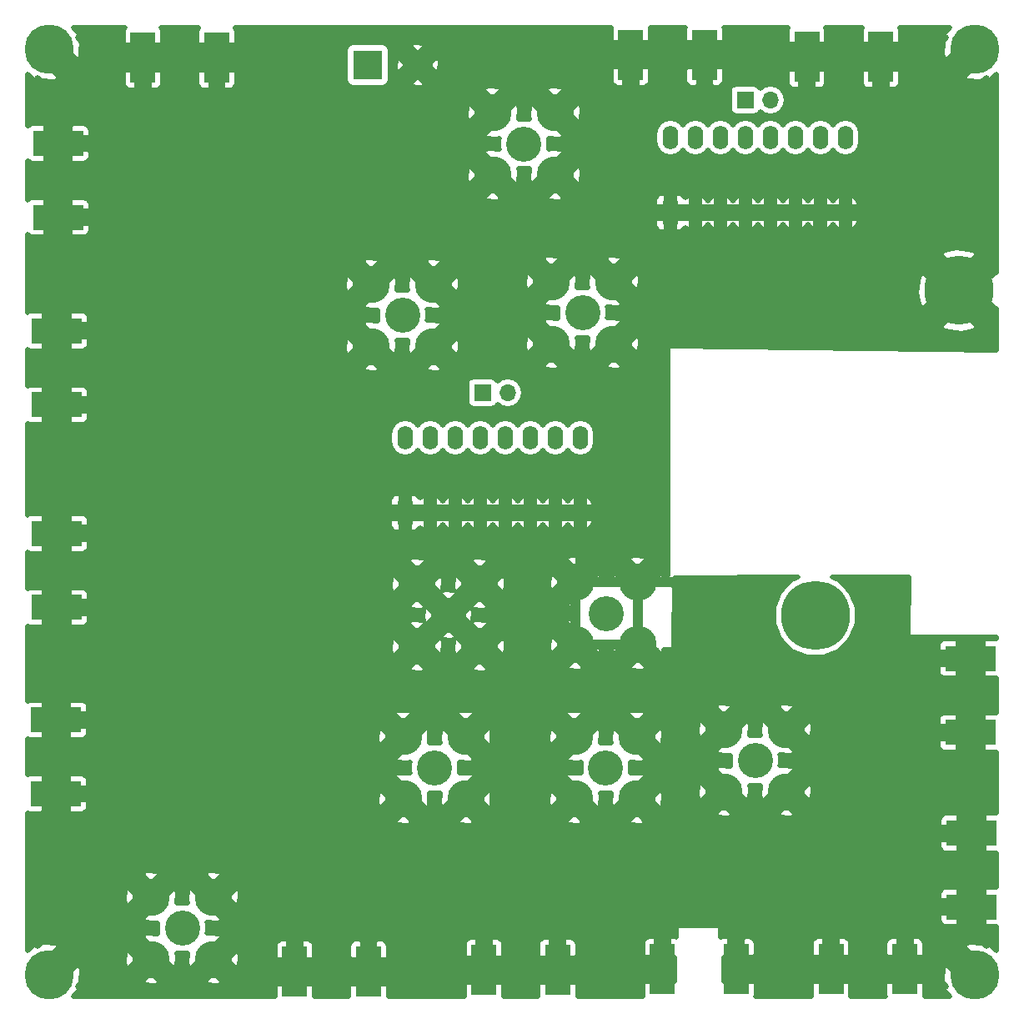
<source format=gbr>
G04 #@! TF.FileFunction,Copper,L2,Bot,Signal*
%FSLAX46Y46*%
G04 Gerber Fmt 4.6, Leading zero omitted, Abs format (unit mm)*
G04 Created by KiCad (PCBNEW 4.0.7) date 10/23/19 14:22:32*
%MOMM*%
%LPD*%
G01*
G04 APERTURE LIST*
%ADD10C,0.100000*%
%ADD11R,2.500000X5.080000*%
%ADD12C,5.000000*%
%ADD13R,1.600000X2.400000*%
%ADD14O,1.600000X2.400000*%
%ADD15R,1.700000X1.700000*%
%ADD16O,1.700000X1.700000*%
%ADD17R,5.080000X2.500000*%
%ADD18C,3.810000*%
%ADD19C,3.556000*%
%ADD20R,3.000000X3.000000*%
%ADD21C,3.000000*%
%ADD22C,7.000000*%
%ADD23C,0.600000*%
%ADD24C,1.000000*%
%ADD25C,0.500000*%
G04 APERTURE END LIST*
D10*
D11*
X137460000Y-53770000D03*
X129960000Y-53770000D03*
D12*
X53000000Y-53000000D03*
X147000000Y-53000000D03*
X53000000Y-147000000D03*
X147000000Y-147000000D03*
D11*
X119570000Y-53570000D03*
X112070000Y-53570000D03*
D13*
X116078000Y-69596000D03*
D14*
X133858000Y-61976000D03*
X118618000Y-69596000D03*
X131318000Y-61976000D03*
X121158000Y-69596000D03*
X128778000Y-61976000D03*
X123698000Y-69596000D03*
X126238000Y-61976000D03*
X126238000Y-69596000D03*
X123698000Y-61976000D03*
X128778000Y-69596000D03*
X121158000Y-61976000D03*
X131318000Y-69596000D03*
X118618000Y-61976000D03*
X133858000Y-69596000D03*
X116078000Y-61976000D03*
D13*
X89154000Y-100076000D03*
D14*
X106934000Y-92456000D03*
X91694000Y-100076000D03*
X104394000Y-92456000D03*
X94234000Y-100076000D03*
X101854000Y-92456000D03*
X96774000Y-100076000D03*
X99314000Y-92456000D03*
X99314000Y-100076000D03*
X96774000Y-92456000D03*
X101854000Y-100076000D03*
X94234000Y-92456000D03*
X104394000Y-100076000D03*
X91694000Y-92456000D03*
X106934000Y-100076000D03*
X89154000Y-92456000D03*
D15*
X123698000Y-58166000D03*
D16*
X126238000Y-58166000D03*
D15*
X97028000Y-87884000D03*
D16*
X99568000Y-87884000D03*
D17*
X53925000Y-62575000D03*
X53925000Y-70075000D03*
X53800000Y-81600000D03*
X53800000Y-89100000D03*
X53800000Y-102175000D03*
X53800000Y-109675000D03*
X53725000Y-121100000D03*
X53725000Y-128600000D03*
X146675000Y-140100000D03*
X146675000Y-132600000D03*
D11*
X132400000Y-146425000D03*
X139900000Y-146425000D03*
X115275000Y-146425000D03*
X122775000Y-146425000D03*
X97150000Y-146500000D03*
X104650000Y-146500000D03*
X77950000Y-146675000D03*
X85450000Y-146675000D03*
D18*
X110363000Y-82931000D03*
D19*
X107188000Y-79756000D03*
D18*
X104013000Y-82931000D03*
X110363000Y-76581000D03*
X104013000Y-76581000D03*
X92075000Y-83185000D03*
D19*
X88900000Y-80010000D03*
D18*
X85725000Y-83185000D03*
X92075000Y-76835000D03*
X85725000Y-76835000D03*
X106426000Y-107124500D03*
D19*
X109601000Y-110299500D03*
D18*
X112776000Y-107124500D03*
X106426000Y-113474500D03*
X112776000Y-113474500D03*
X88975000Y-122800000D03*
D19*
X92150000Y-125975000D03*
D18*
X95325000Y-122800000D03*
X88975000Y-129150000D03*
X95325000Y-129150000D03*
X106350000Y-122800000D03*
D19*
X109525000Y-125975000D03*
D18*
X112700000Y-122800000D03*
X106350000Y-129150000D03*
X112700000Y-129150000D03*
X90373200Y-107289600D03*
D19*
X93548200Y-110464600D03*
D18*
X96723200Y-107289600D03*
X90373200Y-113639600D03*
X96723200Y-113639600D03*
X63373000Y-139065000D03*
D19*
X66548000Y-142240000D03*
D18*
X69723000Y-139065000D03*
X63373000Y-145415000D03*
X69723000Y-145415000D03*
X98044000Y-59436000D03*
D19*
X101219000Y-62611000D03*
D18*
X104394000Y-59436000D03*
X98044000Y-65786000D03*
X104394000Y-65786000D03*
D11*
X70044000Y-53848000D03*
X62544000Y-53848000D03*
D20*
X85344000Y-54610000D03*
D21*
X90424000Y-54610000D03*
D17*
X146558000Y-122368000D03*
X146558000Y-114868000D03*
D22*
X130810000Y-110490000D03*
X145400000Y-77500000D03*
D18*
X121539000Y-122047000D03*
D19*
X124714000Y-125222000D03*
D18*
X127889000Y-122047000D03*
X121539000Y-128397000D03*
X127889000Y-128397000D03*
D23*
X140462000Y-52070000D03*
X140208000Y-55118000D03*
X108712000Y-52578000D03*
X108712000Y-54610000D03*
X75184000Y-145542000D03*
X75184000Y-147320000D03*
X88900000Y-144780000D03*
X88900000Y-147066000D03*
X93218000Y-145034000D03*
X93472000Y-147066000D03*
X107950000Y-144780000D03*
X107950000Y-147320000D03*
X111760000Y-144780000D03*
X112014000Y-146812000D03*
X125476000Y-145034000D03*
X125222000Y-147320000D03*
X129032000Y-144780000D03*
X129286000Y-147320000D03*
X142748000Y-145034000D03*
X143002000Y-147574000D03*
X144526000Y-143002000D03*
X146812000Y-142748000D03*
X143256000Y-129286000D03*
X146304000Y-129286000D03*
X143510000Y-125730000D03*
X146304000Y-125730000D03*
X141732000Y-116332000D03*
X141986000Y-114300000D03*
X126492000Y-54102000D03*
X126492000Y-52070000D03*
X122682000Y-54102000D03*
X122936000Y-52070000D03*
X56642000Y-144272000D03*
X54356000Y-141986000D03*
X56134000Y-139446000D03*
X72644000Y-54864000D03*
X72644000Y-53086000D03*
X59690000Y-54864000D03*
X59690000Y-53086000D03*
X79750000Y-138425000D03*
X81575000Y-136850000D03*
X83600000Y-138650000D03*
X63225000Y-125025000D03*
X63450000Y-85375000D03*
X62150000Y-83750000D03*
X62225000Y-86825000D03*
X62900000Y-106000000D03*
X61525000Y-107550000D03*
X61450000Y-104250000D03*
X61825000Y-126750000D03*
X61650000Y-123250000D03*
X56150000Y-131475000D03*
X53925000Y-131550000D03*
X55500000Y-118525000D03*
X53725000Y-118675000D03*
X55825000Y-112825000D03*
X53875000Y-112775000D03*
X55375000Y-99975000D03*
X53600000Y-99850000D03*
X56325000Y-91750000D03*
X53525000Y-91750000D03*
X56000000Y-78850000D03*
X53700000Y-78675000D03*
X55700000Y-73800000D03*
X53650000Y-73725000D03*
X55300000Y-60150000D03*
X53925000Y-60250000D03*
X63125000Y-66175000D03*
X61625000Y-67725000D03*
X61600000Y-64775000D03*
D24*
X117157500Y-117665500D02*
X121539000Y-122047000D01*
X117157500Y-107950000D02*
X117157500Y-117665500D01*
X116332000Y-107124500D02*
X117157500Y-107950000D01*
X112776000Y-107124500D02*
X116332000Y-107124500D01*
X112776000Y-107124500D02*
X106426000Y-107124500D01*
X112776000Y-113474500D02*
X112776000Y-107124500D01*
X106426000Y-113474500D02*
X112776000Y-113474500D01*
X106426000Y-107124500D02*
X106426000Y-113474500D01*
X106934000Y-100076000D02*
X106934000Y-106616500D01*
X106934000Y-106616500D02*
X106426000Y-107124500D01*
D25*
X140462000Y-54864000D02*
X140462000Y-52070000D01*
X140208000Y-55118000D02*
X140462000Y-54864000D01*
X108712000Y-54610000D02*
X108712000Y-52578000D01*
X75184000Y-147320000D02*
X75184000Y-145542000D01*
X88900000Y-147066000D02*
X88900000Y-144780000D01*
X93218000Y-146812000D02*
X93218000Y-145034000D01*
X93472000Y-147066000D02*
X93218000Y-146812000D01*
X107950000Y-147320000D02*
X107950000Y-144780000D01*
X111760000Y-146558000D02*
X111760000Y-144780000D01*
X112014000Y-146812000D02*
X111760000Y-146558000D01*
X125476000Y-147066000D02*
X125476000Y-145034000D01*
X125222000Y-147320000D02*
X125476000Y-147066000D01*
X129032000Y-147066000D02*
X129032000Y-144780000D01*
X129286000Y-147320000D02*
X129032000Y-147066000D01*
X142748000Y-147320000D02*
X142748000Y-145034000D01*
X143002000Y-147574000D02*
X142748000Y-147320000D01*
X146558000Y-143002000D02*
X144526000Y-143002000D01*
X146812000Y-142748000D02*
X146558000Y-143002000D01*
X146304000Y-129286000D02*
X143256000Y-129286000D01*
X146304000Y-125730000D02*
X143510000Y-125730000D01*
X141732000Y-114554000D02*
X141732000Y-116332000D01*
X141986000Y-114300000D02*
X141732000Y-114554000D01*
X126492000Y-52070000D02*
X126492000Y-54102000D01*
X122682000Y-52324000D02*
X122682000Y-54102000D01*
X122936000Y-52070000D02*
X122682000Y-52324000D01*
D24*
X131318000Y-78867000D02*
X131064000Y-69850000D01*
X131064000Y-69850000D02*
X131318000Y-69596000D01*
D25*
X72644000Y-53086000D02*
X72644000Y-54864000D01*
X59690000Y-53086000D02*
X59690000Y-54864000D01*
X62225000Y-86825000D02*
X62225000Y-86850000D01*
X61825000Y-126750000D02*
X61800000Y-126750000D01*
X54000000Y-131475000D02*
X56150000Y-131475000D01*
X53925000Y-131550000D02*
X54000000Y-131475000D01*
X53875000Y-118525000D02*
X55500000Y-118525000D01*
X53725000Y-118675000D02*
X53875000Y-118525000D01*
X53925000Y-112825000D02*
X55825000Y-112825000D01*
X53875000Y-112775000D02*
X53925000Y-112825000D01*
X53725000Y-99975000D02*
X55375000Y-99975000D01*
X53600000Y-99850000D02*
X53725000Y-99975000D01*
X53525000Y-91750000D02*
X56325000Y-91750000D01*
X53875000Y-78850000D02*
X56000000Y-78850000D01*
X53700000Y-78675000D02*
X53875000Y-78850000D01*
X53725000Y-73800000D02*
X55700000Y-73800000D01*
X53650000Y-73725000D02*
X53725000Y-73800000D01*
X54025000Y-60150000D02*
X55300000Y-60150000D01*
X53925000Y-60250000D02*
X54025000Y-60150000D01*
G36*
X60651398Y-50878628D02*
X60536000Y-51157225D01*
X60536000Y-52408500D01*
X60725500Y-52598000D01*
X61919000Y-52598000D01*
X61919000Y-52578000D01*
X63169000Y-52578000D01*
X63169000Y-52598000D01*
X64362500Y-52598000D01*
X64552000Y-52408500D01*
X64552000Y-51157225D01*
X64436602Y-50878628D01*
X64382974Y-50825000D01*
X68205026Y-50825000D01*
X68151398Y-50878628D01*
X68036000Y-51157225D01*
X68036000Y-52408500D01*
X68225500Y-52598000D01*
X69419000Y-52598000D01*
X69419000Y-52578000D01*
X70669000Y-52578000D01*
X70669000Y-52598000D01*
X71862500Y-52598000D01*
X72052000Y-52408500D01*
X72052000Y-51157225D01*
X71936602Y-50878628D01*
X71882974Y-50825000D01*
X110084461Y-50825000D01*
X110062000Y-50879225D01*
X110062000Y-52130500D01*
X110251500Y-52320000D01*
X111445000Y-52320000D01*
X111445000Y-52300000D01*
X112695000Y-52300000D01*
X112695000Y-52320000D01*
X113888500Y-52320000D01*
X114078000Y-52130500D01*
X114078000Y-50879225D01*
X114055539Y-50825000D01*
X117584461Y-50825000D01*
X117562000Y-50879225D01*
X117562000Y-52130500D01*
X117751500Y-52320000D01*
X118945000Y-52320000D01*
X118945000Y-52300000D01*
X120195000Y-52300000D01*
X120195000Y-52320000D01*
X121388500Y-52320000D01*
X121578000Y-52130500D01*
X121578000Y-50879225D01*
X121555539Y-50825000D01*
X128057303Y-50825000D01*
X127952000Y-51079225D01*
X127952000Y-52330500D01*
X128141500Y-52520000D01*
X129335000Y-52520000D01*
X129335000Y-52500000D01*
X130585000Y-52500000D01*
X130585000Y-52520000D01*
X131778500Y-52520000D01*
X131968000Y-52330500D01*
X131968000Y-51079225D01*
X131862697Y-50825000D01*
X135557303Y-50825000D01*
X135452000Y-51079225D01*
X135452000Y-52330500D01*
X135641500Y-52520000D01*
X136835000Y-52520000D01*
X136835000Y-52500000D01*
X138085000Y-52500000D01*
X138085000Y-52520000D01*
X139278500Y-52520000D01*
X139468000Y-52330500D01*
X139468000Y-51079225D01*
X139362697Y-50825000D01*
X144484152Y-50825000D01*
X143770691Y-51538461D01*
X144085231Y-51853001D01*
X143775382Y-52202263D01*
X143715561Y-53496996D01*
X143775382Y-53797737D01*
X144085232Y-54147001D01*
X145232233Y-53000000D01*
X145218091Y-52985858D01*
X146985858Y-51218091D01*
X147000000Y-51232233D01*
X147014143Y-51218091D01*
X148781910Y-52985858D01*
X148767767Y-53000000D01*
X148781910Y-53014143D01*
X147014143Y-54781910D01*
X147000000Y-54767767D01*
X145852999Y-55914768D01*
X146202263Y-56224618D01*
X147496996Y-56284439D01*
X147797737Y-56224618D01*
X148146999Y-55914769D01*
X148461539Y-56229309D01*
X149165500Y-55525348D01*
X149165500Y-75679768D01*
X149083520Y-75584247D01*
X147167767Y-77500000D01*
X149083520Y-79415753D01*
X149165500Y-79320232D01*
X149165500Y-83566508D01*
X116110967Y-83108024D01*
X116013439Y-83126370D01*
X115930733Y-83181214D01*
X115875880Y-83263914D01*
X115857500Y-83358000D01*
X115857500Y-106408500D01*
X115868869Y-106464643D01*
X115407144Y-106472262D01*
X115392885Y-106400577D01*
X115103569Y-106143970D01*
X114764675Y-106482864D01*
X110851893Y-106547431D01*
X110448431Y-106143970D01*
X110159115Y-106400577D01*
X110147440Y-106559056D01*
X109077919Y-106576705D01*
X109042885Y-106400577D01*
X108753569Y-106143970D01*
X108308131Y-106589408D01*
X106421875Y-106620534D01*
X106324949Y-106641833D01*
X106243946Y-106699163D01*
X106191630Y-106783491D01*
X106176000Y-106870500D01*
X106176000Y-108721538D01*
X105445470Y-109452069D01*
X105702077Y-109741385D01*
X106176000Y-109776299D01*
X106176000Y-110785867D01*
X106093379Y-110779780D01*
X105702077Y-110857615D01*
X105445470Y-111146931D01*
X106176000Y-111877462D01*
X106176000Y-113728500D01*
X106195696Y-113825764D01*
X106251682Y-113907702D01*
X106335136Y-113961403D01*
X106426000Y-113978500D01*
X108277039Y-113978500D01*
X108753569Y-114455030D01*
X109042885Y-114198423D01*
X109059087Y-113978500D01*
X110115369Y-113978500D01*
X110159115Y-114198423D01*
X110448431Y-114455030D01*
X110924961Y-113978500D01*
X114627039Y-113978500D01*
X115103569Y-114455030D01*
X115392885Y-114198423D01*
X115409087Y-113978500D01*
X116205000Y-113978500D01*
X116302264Y-113958804D01*
X116384202Y-113902818D01*
X116437903Y-113819364D01*
X116454991Y-113730619D01*
X116514486Y-106710268D01*
X116504143Y-106656867D01*
X129083192Y-106604997D01*
X128405714Y-106884925D01*
X127209127Y-108079425D01*
X126560740Y-109640914D01*
X126559264Y-111331668D01*
X127204925Y-112894286D01*
X128399425Y-114090873D01*
X129960914Y-114739260D01*
X131651668Y-114740736D01*
X133214286Y-114095075D01*
X133843233Y-113467224D01*
X143260000Y-113467224D01*
X143260000Y-114053500D01*
X143449500Y-114243000D01*
X145308000Y-114243000D01*
X145308000Y-113049500D01*
X145118500Y-112860000D01*
X143867225Y-112860000D01*
X143588628Y-112975398D01*
X143375399Y-113188627D01*
X143260000Y-113467224D01*
X133843233Y-113467224D01*
X134410873Y-112900575D01*
X135059260Y-111339086D01*
X135060736Y-109648332D01*
X134415075Y-108085714D01*
X133220575Y-106889127D01*
X132502358Y-106590897D01*
X140272187Y-106558858D01*
X140212013Y-112455949D01*
X140230716Y-112553409D01*
X140285863Y-112635914D01*
X140368764Y-112690463D01*
X140462000Y-112708500D01*
X149175000Y-112708500D01*
X149175000Y-112860000D01*
X147997500Y-112860000D01*
X147808000Y-113049500D01*
X147808000Y-114243000D01*
X147828000Y-114243000D01*
X147828000Y-115493000D01*
X147808000Y-115493000D01*
X147808000Y-116686500D01*
X147997500Y-116876000D01*
X149175000Y-116876000D01*
X149175000Y-120360000D01*
X147997500Y-120360000D01*
X147808000Y-120549500D01*
X147808000Y-121743000D01*
X147828000Y-121743000D01*
X147828000Y-122993000D01*
X147808000Y-122993000D01*
X147808000Y-124186500D01*
X147997500Y-124376000D01*
X149175000Y-124376000D01*
X149175000Y-130592000D01*
X148114500Y-130592000D01*
X147925000Y-130781500D01*
X147925000Y-131975000D01*
X147945000Y-131975000D01*
X147945000Y-133225000D01*
X147925000Y-133225000D01*
X147925000Y-134418500D01*
X148114500Y-134608000D01*
X149175000Y-134608000D01*
X149175000Y-138092000D01*
X148114500Y-138092000D01*
X147925000Y-138281500D01*
X147925000Y-139475000D01*
X147945000Y-139475000D01*
X147945000Y-140725000D01*
X147925000Y-140725000D01*
X147925000Y-141918500D01*
X148114500Y-142108000D01*
X149175000Y-142108000D01*
X149175000Y-144484152D01*
X148461539Y-143770691D01*
X148146999Y-144085231D01*
X147797737Y-143775382D01*
X146503004Y-143715561D01*
X146202263Y-143775382D01*
X145852999Y-144085232D01*
X147000000Y-145232233D01*
X147014143Y-145218091D01*
X148781910Y-146985858D01*
X148767767Y-147000000D01*
X148781910Y-147014143D01*
X147014143Y-148781910D01*
X147000000Y-148767767D01*
X146985858Y-148781910D01*
X145218091Y-147014143D01*
X145232233Y-147000000D01*
X144085232Y-145852999D01*
X143775382Y-146202263D01*
X143715561Y-147496996D01*
X143775382Y-147797737D01*
X144085231Y-148146999D01*
X143770691Y-148461539D01*
X144474652Y-149165500D01*
X141887403Y-149165500D01*
X141908000Y-149115775D01*
X141908000Y-147864500D01*
X141718500Y-147675000D01*
X140525000Y-147675000D01*
X140525000Y-147695000D01*
X139275000Y-147695000D01*
X139275000Y-147675000D01*
X138081500Y-147675000D01*
X137892000Y-147864500D01*
X137892000Y-149115775D01*
X137912597Y-149165500D01*
X134387403Y-149165500D01*
X134408000Y-149115775D01*
X134408000Y-147864500D01*
X134218500Y-147675000D01*
X133025000Y-147675000D01*
X133025000Y-147695000D01*
X131775000Y-147695000D01*
X131775000Y-147675000D01*
X130581500Y-147675000D01*
X130392000Y-147864500D01*
X130392000Y-149115775D01*
X130412597Y-149165500D01*
X124762403Y-149165500D01*
X124783000Y-149115775D01*
X124783000Y-147864500D01*
X124593500Y-147675000D01*
X123400000Y-147675000D01*
X123400000Y-147695000D01*
X122150000Y-147695000D01*
X122150000Y-147675000D01*
X121525000Y-147675000D01*
X121525000Y-145175000D01*
X122150000Y-145175000D01*
X122150000Y-143316500D01*
X123400000Y-143316500D01*
X123400000Y-145175000D01*
X124593500Y-145175000D01*
X124783000Y-144985500D01*
X124783000Y-143734225D01*
X130392000Y-143734225D01*
X130392000Y-144985500D01*
X130581500Y-145175000D01*
X131775000Y-145175000D01*
X131775000Y-143316500D01*
X133025000Y-143316500D01*
X133025000Y-145175000D01*
X134218500Y-145175000D01*
X134408000Y-144985500D01*
X134408000Y-143734225D01*
X137892000Y-143734225D01*
X137892000Y-144985500D01*
X138081500Y-145175000D01*
X139275000Y-145175000D01*
X139275000Y-143316500D01*
X140525000Y-143316500D01*
X140525000Y-145175000D01*
X141718500Y-145175000D01*
X141908000Y-144985500D01*
X141908000Y-143734225D01*
X141792602Y-143455628D01*
X141579373Y-143242399D01*
X141300776Y-143127000D01*
X140714500Y-143127000D01*
X140525000Y-143316500D01*
X139275000Y-143316500D01*
X139085500Y-143127000D01*
X138499224Y-143127000D01*
X138220627Y-143242399D01*
X138007398Y-143455628D01*
X137892000Y-143734225D01*
X134408000Y-143734225D01*
X134292602Y-143455628D01*
X134079373Y-143242399D01*
X133800776Y-143127000D01*
X133214500Y-143127000D01*
X133025000Y-143316500D01*
X131775000Y-143316500D01*
X131585500Y-143127000D01*
X130999224Y-143127000D01*
X130720627Y-143242399D01*
X130507398Y-143455628D01*
X130392000Y-143734225D01*
X124783000Y-143734225D01*
X124667602Y-143455628D01*
X124454373Y-143242399D01*
X124175776Y-143127000D01*
X123589500Y-143127000D01*
X123400000Y-143316500D01*
X122150000Y-143316500D01*
X121960500Y-143127000D01*
X121374224Y-143127000D01*
X121217500Y-143191917D01*
X121217500Y-142240000D01*
X121197804Y-142142736D01*
X121141818Y-142060798D01*
X121058364Y-142007097D01*
X120967500Y-141990000D01*
X116967000Y-141990000D01*
X116869736Y-142009696D01*
X116787798Y-142065682D01*
X116734097Y-142149136D01*
X116717000Y-142240000D01*
X116717000Y-143144076D01*
X116675776Y-143127000D01*
X116089500Y-143127000D01*
X115900000Y-143316500D01*
X115900000Y-145175000D01*
X116525000Y-145175000D01*
X116525000Y-147675000D01*
X115900000Y-147675000D01*
X115900000Y-147695000D01*
X114650000Y-147695000D01*
X114650000Y-147675000D01*
X113456500Y-147675000D01*
X113267000Y-147864500D01*
X113267000Y-149115775D01*
X113291532Y-149175000D01*
X106658000Y-149175000D01*
X106658000Y-147939500D01*
X106468500Y-147750000D01*
X105275000Y-147750000D01*
X105275000Y-147770000D01*
X104025000Y-147770000D01*
X104025000Y-147750000D01*
X102831500Y-147750000D01*
X102642000Y-147939500D01*
X102642000Y-149175000D01*
X99158000Y-149175000D01*
X99158000Y-147939500D01*
X98968500Y-147750000D01*
X97775000Y-147750000D01*
X97775000Y-147770000D01*
X96525000Y-147770000D01*
X96525000Y-147750000D01*
X95331500Y-147750000D01*
X95142000Y-147939500D01*
X95142000Y-149175000D01*
X87458000Y-149175000D01*
X87458000Y-148114500D01*
X87268500Y-147925000D01*
X86075000Y-147925000D01*
X86075000Y-147945000D01*
X84825000Y-147945000D01*
X84825000Y-147925000D01*
X83631500Y-147925000D01*
X83442000Y-148114500D01*
X83442000Y-149175000D01*
X79958000Y-149175000D01*
X79958000Y-148114500D01*
X79768500Y-147925000D01*
X78575000Y-147925000D01*
X78575000Y-147945000D01*
X77325000Y-147945000D01*
X77325000Y-147925000D01*
X76131500Y-147925000D01*
X75942000Y-148114500D01*
X75942000Y-149175000D01*
X55515848Y-149175000D01*
X56229309Y-148461539D01*
X55914769Y-148146999D01*
X56224618Y-147797737D01*
X56227166Y-147742569D01*
X62392470Y-147742569D01*
X62649077Y-148031885D01*
X63705621Y-148109720D01*
X64096923Y-148031885D01*
X64353530Y-147742569D01*
X68742470Y-147742569D01*
X68999077Y-148031885D01*
X70055621Y-148109720D01*
X70446923Y-148031885D01*
X70703530Y-147742569D01*
X69723000Y-146762038D01*
X68742470Y-147742569D01*
X64353530Y-147742569D01*
X63373000Y-146762038D01*
X62392470Y-147742569D01*
X56227166Y-147742569D01*
X56284439Y-146503004D01*
X56224618Y-146202263D01*
X55914768Y-145852999D01*
X54767767Y-147000000D01*
X54781910Y-147014143D01*
X53014143Y-148781910D01*
X53000000Y-148767767D01*
X52985858Y-148781910D01*
X51218091Y-147014143D01*
X51232233Y-147000000D01*
X51218091Y-146985858D01*
X52456328Y-145747621D01*
X60678280Y-145747621D01*
X60756115Y-146138923D01*
X61045431Y-146395530D01*
X62025962Y-145415000D01*
X61045431Y-144434470D01*
X60756115Y-144691077D01*
X60678280Y-145747621D01*
X52456328Y-145747621D01*
X52985858Y-145218091D01*
X53000000Y-145232233D01*
X54147001Y-144085232D01*
X53797737Y-143775382D01*
X52503004Y-143715561D01*
X52202263Y-143775382D01*
X51853001Y-144085231D01*
X51538461Y-143770691D01*
X50825000Y-144484152D01*
X50825000Y-141392569D01*
X62392470Y-141392569D01*
X62649077Y-141681885D01*
X63705621Y-141759720D01*
X64037570Y-141693691D01*
X64020440Y-141734944D01*
X64019563Y-142740644D01*
X64041626Y-142794041D01*
X63040379Y-142720280D01*
X62649077Y-142798115D01*
X62392470Y-143087431D01*
X63373000Y-144067962D01*
X63597507Y-143843455D01*
X64944545Y-145190493D01*
X64720038Y-145415000D01*
X65700569Y-146395530D01*
X65989885Y-146138923D01*
X66067720Y-145082379D01*
X66001691Y-144750430D01*
X66042944Y-144767560D01*
X67048644Y-144768437D01*
X67102041Y-144746374D01*
X67028280Y-145747621D01*
X67106115Y-146138923D01*
X67395431Y-146395530D01*
X68375962Y-145415000D01*
X71070038Y-145415000D01*
X72050569Y-146395530D01*
X72339885Y-146138923D01*
X72417720Y-145082379D01*
X72339885Y-144691077D01*
X72050569Y-144434470D01*
X71070038Y-145415000D01*
X68375962Y-145415000D01*
X68151455Y-145190493D01*
X69498493Y-143843455D01*
X69723000Y-144067962D01*
X69806736Y-143984225D01*
X75942000Y-143984225D01*
X75942000Y-145235500D01*
X76131500Y-145425000D01*
X77325000Y-145425000D01*
X77325000Y-143566500D01*
X78575000Y-143566500D01*
X78575000Y-145425000D01*
X79768500Y-145425000D01*
X79958000Y-145235500D01*
X79958000Y-143984225D01*
X83442000Y-143984225D01*
X83442000Y-145235500D01*
X83631500Y-145425000D01*
X84825000Y-145425000D01*
X84825000Y-143566500D01*
X86075000Y-143566500D01*
X86075000Y-145425000D01*
X87268500Y-145425000D01*
X87458000Y-145235500D01*
X87458000Y-143984225D01*
X87385514Y-143809225D01*
X95142000Y-143809225D01*
X95142000Y-145060500D01*
X95331500Y-145250000D01*
X96525000Y-145250000D01*
X96525000Y-143391500D01*
X97775000Y-143391500D01*
X97775000Y-145250000D01*
X98968500Y-145250000D01*
X99158000Y-145060500D01*
X99158000Y-143809225D01*
X102642000Y-143809225D01*
X102642000Y-145060500D01*
X102831500Y-145250000D01*
X104025000Y-145250000D01*
X104025000Y-143391500D01*
X105275000Y-143391500D01*
X105275000Y-145250000D01*
X106468500Y-145250000D01*
X106658000Y-145060500D01*
X106658000Y-143809225D01*
X106626935Y-143734225D01*
X113267000Y-143734225D01*
X113267000Y-144985500D01*
X113456500Y-145175000D01*
X114650000Y-145175000D01*
X114650000Y-143316500D01*
X114460500Y-143127000D01*
X113874224Y-143127000D01*
X113595627Y-143242399D01*
X113382398Y-143455628D01*
X113267000Y-143734225D01*
X106626935Y-143734225D01*
X106542602Y-143530628D01*
X106329373Y-143317399D01*
X106050776Y-143202000D01*
X105464500Y-143202000D01*
X105275000Y-143391500D01*
X104025000Y-143391500D01*
X103835500Y-143202000D01*
X103249224Y-143202000D01*
X102970627Y-143317399D01*
X102757398Y-143530628D01*
X102642000Y-143809225D01*
X99158000Y-143809225D01*
X99042602Y-143530628D01*
X98829373Y-143317399D01*
X98550776Y-143202000D01*
X97964500Y-143202000D01*
X97775000Y-143391500D01*
X96525000Y-143391500D01*
X96335500Y-143202000D01*
X95749224Y-143202000D01*
X95470627Y-143317399D01*
X95257398Y-143530628D01*
X95142000Y-143809225D01*
X87385514Y-143809225D01*
X87342602Y-143705628D01*
X87129373Y-143492399D01*
X86850776Y-143377000D01*
X86264500Y-143377000D01*
X86075000Y-143566500D01*
X84825000Y-143566500D01*
X84635500Y-143377000D01*
X84049224Y-143377000D01*
X83770627Y-143492399D01*
X83557398Y-143705628D01*
X83442000Y-143984225D01*
X79958000Y-143984225D01*
X79842602Y-143705628D01*
X79629373Y-143492399D01*
X79350776Y-143377000D01*
X78764500Y-143377000D01*
X78575000Y-143566500D01*
X77325000Y-143566500D01*
X77135500Y-143377000D01*
X76549224Y-143377000D01*
X76270627Y-143492399D01*
X76057398Y-143705628D01*
X75942000Y-143984225D01*
X69806736Y-143984225D01*
X70703530Y-143087431D01*
X70446923Y-142798115D01*
X69390379Y-142720280D01*
X69058430Y-142786309D01*
X69075560Y-142745056D01*
X69076437Y-141739356D01*
X69054374Y-141685959D01*
X70055621Y-141759720D01*
X70446923Y-141681885D01*
X70703530Y-141392569D01*
X70225462Y-140914500D01*
X143377000Y-140914500D01*
X143377000Y-141500776D01*
X143492399Y-141779373D01*
X143705628Y-141992602D01*
X143984225Y-142108000D01*
X145235500Y-142108000D01*
X145425000Y-141918500D01*
X145425000Y-140725000D01*
X143566500Y-140725000D01*
X143377000Y-140914500D01*
X70225462Y-140914500D01*
X69723000Y-140412038D01*
X69498493Y-140636545D01*
X68151455Y-139289507D01*
X68375962Y-139065000D01*
X71070038Y-139065000D01*
X72050569Y-140045530D01*
X72339885Y-139788923D01*
X72417720Y-138732379D01*
X72411126Y-138699224D01*
X143377000Y-138699224D01*
X143377000Y-139285500D01*
X143566500Y-139475000D01*
X145425000Y-139475000D01*
X145425000Y-138281500D01*
X145235500Y-138092000D01*
X143984225Y-138092000D01*
X143705628Y-138207398D01*
X143492399Y-138420627D01*
X143377000Y-138699224D01*
X72411126Y-138699224D01*
X72339885Y-138341077D01*
X72050569Y-138084470D01*
X71070038Y-139065000D01*
X68375962Y-139065000D01*
X67395431Y-138084470D01*
X67106115Y-138341077D01*
X67028280Y-139397621D01*
X67094309Y-139729570D01*
X67053056Y-139712440D01*
X66047356Y-139711563D01*
X65993959Y-139733626D01*
X66067720Y-138732379D01*
X65989885Y-138341077D01*
X65700569Y-138084470D01*
X64720038Y-139065000D01*
X64944545Y-139289507D01*
X63597507Y-140636545D01*
X63373000Y-140412038D01*
X62392470Y-141392569D01*
X50825000Y-141392569D01*
X50825000Y-139397621D01*
X60678280Y-139397621D01*
X60756115Y-139788923D01*
X61045431Y-140045530D01*
X62025962Y-139065000D01*
X61045431Y-138084470D01*
X60756115Y-138341077D01*
X60678280Y-139397621D01*
X50825000Y-139397621D01*
X50825000Y-136737431D01*
X62392470Y-136737431D01*
X63373000Y-137717962D01*
X64353530Y-136737431D01*
X68742470Y-136737431D01*
X69723000Y-137717962D01*
X70703530Y-136737431D01*
X70446923Y-136448115D01*
X69390379Y-136370280D01*
X68999077Y-136448115D01*
X68742470Y-136737431D01*
X64353530Y-136737431D01*
X64096923Y-136448115D01*
X63040379Y-136370280D01*
X62649077Y-136448115D01*
X62392470Y-136737431D01*
X50825000Y-136737431D01*
X50825000Y-133414500D01*
X143377000Y-133414500D01*
X143377000Y-134000776D01*
X143492399Y-134279373D01*
X143705628Y-134492602D01*
X143984225Y-134608000D01*
X145235500Y-134608000D01*
X145425000Y-134418500D01*
X145425000Y-133225000D01*
X143566500Y-133225000D01*
X143377000Y-133414500D01*
X50825000Y-133414500D01*
X50825000Y-131477569D01*
X87994470Y-131477569D01*
X88251077Y-131766885D01*
X89307621Y-131844720D01*
X89698923Y-131766885D01*
X89955530Y-131477569D01*
X94344470Y-131477569D01*
X94601077Y-131766885D01*
X95657621Y-131844720D01*
X96048923Y-131766885D01*
X96305530Y-131477569D01*
X105369470Y-131477569D01*
X105626077Y-131766885D01*
X106682621Y-131844720D01*
X107073923Y-131766885D01*
X107330530Y-131477569D01*
X111719470Y-131477569D01*
X111976077Y-131766885D01*
X113032621Y-131844720D01*
X113423923Y-131766885D01*
X113680530Y-131477569D01*
X113402186Y-131199224D01*
X143377000Y-131199224D01*
X143377000Y-131785500D01*
X143566500Y-131975000D01*
X145425000Y-131975000D01*
X145425000Y-130781500D01*
X145235500Y-130592000D01*
X143984225Y-130592000D01*
X143705628Y-130707398D01*
X143492399Y-130920627D01*
X143377000Y-131199224D01*
X113402186Y-131199224D01*
X112927531Y-130724569D01*
X120558470Y-130724569D01*
X120815077Y-131013885D01*
X121871621Y-131091720D01*
X122262923Y-131013885D01*
X122519530Y-130724569D01*
X126908470Y-130724569D01*
X127165077Y-131013885D01*
X128221621Y-131091720D01*
X128612923Y-131013885D01*
X128869530Y-130724569D01*
X127889000Y-129744038D01*
X126908470Y-130724569D01*
X122519530Y-130724569D01*
X121539000Y-129744038D01*
X120558470Y-130724569D01*
X112927531Y-130724569D01*
X112700000Y-130497038D01*
X111719470Y-131477569D01*
X107330530Y-131477569D01*
X106350000Y-130497038D01*
X105369470Y-131477569D01*
X96305530Y-131477569D01*
X95325000Y-130497038D01*
X94344470Y-131477569D01*
X89955530Y-131477569D01*
X88975000Y-130497038D01*
X87994470Y-131477569D01*
X50825000Y-131477569D01*
X50825000Y-130521337D01*
X51034225Y-130608000D01*
X52285500Y-130608000D01*
X52475000Y-130418500D01*
X52475000Y-129225000D01*
X54975000Y-129225000D01*
X54975000Y-130418500D01*
X55164500Y-130608000D01*
X56415775Y-130608000D01*
X56694372Y-130492602D01*
X56907601Y-130279373D01*
X57023000Y-130000776D01*
X57023000Y-129482621D01*
X86280280Y-129482621D01*
X86358115Y-129873923D01*
X86647431Y-130130530D01*
X87627962Y-129150000D01*
X86647431Y-128169470D01*
X86358115Y-128426077D01*
X86280280Y-129482621D01*
X57023000Y-129482621D01*
X57023000Y-129414500D01*
X56833500Y-129225000D01*
X54975000Y-129225000D01*
X52475000Y-129225000D01*
X52455000Y-129225000D01*
X52455000Y-127975000D01*
X52475000Y-127975000D01*
X52475000Y-126781500D01*
X54975000Y-126781500D01*
X54975000Y-127975000D01*
X56833500Y-127975000D01*
X57023000Y-127785500D01*
X57023000Y-127199224D01*
X56907601Y-126920627D01*
X56694372Y-126707398D01*
X56415775Y-126592000D01*
X55164500Y-126592000D01*
X54975000Y-126781500D01*
X52475000Y-126781500D01*
X52285500Y-126592000D01*
X51034225Y-126592000D01*
X50825000Y-126678663D01*
X50825000Y-125127569D01*
X87994470Y-125127569D01*
X88251077Y-125416885D01*
X89307621Y-125494720D01*
X89639570Y-125428691D01*
X89622440Y-125469944D01*
X89621563Y-126475644D01*
X89643626Y-126529041D01*
X88642379Y-126455280D01*
X88251077Y-126533115D01*
X87994470Y-126822431D01*
X88975000Y-127802962D01*
X89199507Y-127578455D01*
X90546545Y-128925493D01*
X90322038Y-129150000D01*
X91302569Y-130130530D01*
X91591885Y-129873923D01*
X91669720Y-128817379D01*
X91603691Y-128485430D01*
X91644944Y-128502560D01*
X92650644Y-128503437D01*
X92704041Y-128481374D01*
X92630280Y-129482621D01*
X92708115Y-129873923D01*
X92997431Y-130130530D01*
X93977962Y-129150000D01*
X96672038Y-129150000D01*
X97652569Y-130130530D01*
X97941885Y-129873923D01*
X97970711Y-129482621D01*
X103655280Y-129482621D01*
X103733115Y-129873923D01*
X104022431Y-130130530D01*
X105002962Y-129150000D01*
X104022431Y-128169470D01*
X103733115Y-128426077D01*
X103655280Y-129482621D01*
X97970711Y-129482621D01*
X98019720Y-128817379D01*
X97941885Y-128426077D01*
X97652569Y-128169470D01*
X96672038Y-129150000D01*
X93977962Y-129150000D01*
X93753455Y-128925493D01*
X95100493Y-127578455D01*
X95325000Y-127802962D01*
X96305530Y-126822431D01*
X96048923Y-126533115D01*
X94992379Y-126455280D01*
X94660430Y-126521309D01*
X94677560Y-126480056D01*
X94678437Y-125474356D01*
X94656374Y-125420959D01*
X95657621Y-125494720D01*
X96048923Y-125416885D01*
X96305530Y-125127569D01*
X105369470Y-125127569D01*
X105626077Y-125416885D01*
X106682621Y-125494720D01*
X107014570Y-125428691D01*
X106997440Y-125469944D01*
X106996563Y-126475644D01*
X107018626Y-126529041D01*
X106017379Y-126455280D01*
X105626077Y-126533115D01*
X105369470Y-126822431D01*
X106350000Y-127802962D01*
X106574507Y-127578455D01*
X107921545Y-128925493D01*
X107697038Y-129150000D01*
X108677569Y-130130530D01*
X108966885Y-129873923D01*
X109044720Y-128817379D01*
X108978691Y-128485430D01*
X109019944Y-128502560D01*
X110025644Y-128503437D01*
X110079041Y-128481374D01*
X110005280Y-129482621D01*
X110083115Y-129873923D01*
X110372431Y-130130530D01*
X111352962Y-129150000D01*
X114047038Y-129150000D01*
X115027569Y-130130530D01*
X115316885Y-129873923D01*
X115394720Y-128817379D01*
X115377264Y-128729621D01*
X118844280Y-128729621D01*
X118922115Y-129120923D01*
X119211431Y-129377530D01*
X120191962Y-128397000D01*
X119211431Y-127416470D01*
X118922115Y-127673077D01*
X118844280Y-128729621D01*
X115377264Y-128729621D01*
X115316885Y-128426077D01*
X115027569Y-128169470D01*
X114047038Y-129150000D01*
X111352962Y-129150000D01*
X111128455Y-128925493D01*
X112475493Y-127578455D01*
X112700000Y-127802962D01*
X113680530Y-126822431D01*
X113423923Y-126533115D01*
X112367379Y-126455280D01*
X112035430Y-126521309D01*
X112052560Y-126480056D01*
X112053437Y-125474356D01*
X112031374Y-125420959D01*
X113032621Y-125494720D01*
X113423923Y-125416885D01*
X113680530Y-125127569D01*
X112927531Y-124374569D01*
X120558470Y-124374569D01*
X120815077Y-124663885D01*
X121871621Y-124741720D01*
X122203570Y-124675691D01*
X122186440Y-124716944D01*
X122185563Y-125722644D01*
X122207626Y-125776041D01*
X121206379Y-125702280D01*
X120815077Y-125780115D01*
X120558470Y-126069431D01*
X121539000Y-127049962D01*
X121763507Y-126825455D01*
X123110545Y-128172493D01*
X122886038Y-128397000D01*
X123866569Y-129377530D01*
X124155885Y-129120923D01*
X124233720Y-128064379D01*
X124167691Y-127732430D01*
X124208944Y-127749560D01*
X125214644Y-127750437D01*
X125268041Y-127728374D01*
X125194280Y-128729621D01*
X125272115Y-129120923D01*
X125561431Y-129377530D01*
X126541962Y-128397000D01*
X129236038Y-128397000D01*
X130216569Y-129377530D01*
X130505885Y-129120923D01*
X130583720Y-128064379D01*
X130505885Y-127673077D01*
X130216569Y-127416470D01*
X129236038Y-128397000D01*
X126541962Y-128397000D01*
X126317455Y-128172493D01*
X127664493Y-126825455D01*
X127889000Y-127049962D01*
X128869530Y-126069431D01*
X128612923Y-125780115D01*
X127556379Y-125702280D01*
X127224430Y-125768309D01*
X127241560Y-125727056D01*
X127242437Y-124721356D01*
X127220374Y-124667959D01*
X128221621Y-124741720D01*
X128612923Y-124663885D01*
X128869530Y-124374569D01*
X127889000Y-123394038D01*
X127664493Y-123618545D01*
X127228448Y-123182500D01*
X143260000Y-123182500D01*
X143260000Y-123768776D01*
X143375399Y-124047373D01*
X143588628Y-124260602D01*
X143867225Y-124376000D01*
X145118500Y-124376000D01*
X145308000Y-124186500D01*
X145308000Y-122993000D01*
X143449500Y-122993000D01*
X143260000Y-123182500D01*
X127228448Y-123182500D01*
X126317455Y-122271507D01*
X126541962Y-122047000D01*
X129236038Y-122047000D01*
X130216569Y-123027530D01*
X130505885Y-122770923D01*
X130583720Y-121714379D01*
X130505885Y-121323077D01*
X130216569Y-121066470D01*
X129236038Y-122047000D01*
X126541962Y-122047000D01*
X125561431Y-121066470D01*
X125272115Y-121323077D01*
X125194280Y-122379621D01*
X125260309Y-122711570D01*
X125219056Y-122694440D01*
X124213356Y-122693563D01*
X124159959Y-122715626D01*
X124233720Y-121714379D01*
X124155885Y-121323077D01*
X123866569Y-121066470D01*
X122886038Y-122047000D01*
X123110545Y-122271507D01*
X121763507Y-123618545D01*
X121539000Y-123394038D01*
X120558470Y-124374569D01*
X112927531Y-124374569D01*
X112700000Y-124147038D01*
X112475493Y-124371545D01*
X111128455Y-123024507D01*
X111352962Y-122800000D01*
X114047038Y-122800000D01*
X115027569Y-123780530D01*
X115316885Y-123523923D01*
X115394720Y-122467379D01*
X115377264Y-122379621D01*
X118844280Y-122379621D01*
X118922115Y-122770923D01*
X119211431Y-123027530D01*
X120191962Y-122047000D01*
X119211431Y-121066470D01*
X118922115Y-121323077D01*
X118844280Y-122379621D01*
X115377264Y-122379621D01*
X115316885Y-122076077D01*
X115027569Y-121819470D01*
X114047038Y-122800000D01*
X111352962Y-122800000D01*
X110372431Y-121819470D01*
X110083115Y-122076077D01*
X110005280Y-123132621D01*
X110071309Y-123464570D01*
X110030056Y-123447440D01*
X109024356Y-123446563D01*
X108970959Y-123468626D01*
X109044720Y-122467379D01*
X108966885Y-122076077D01*
X108677569Y-121819470D01*
X107697038Y-122800000D01*
X107921545Y-123024507D01*
X106574507Y-124371545D01*
X106350000Y-124147038D01*
X105369470Y-125127569D01*
X96305530Y-125127569D01*
X95325000Y-124147038D01*
X95100493Y-124371545D01*
X93753455Y-123024507D01*
X93977962Y-122800000D01*
X96672038Y-122800000D01*
X97652569Y-123780530D01*
X97941885Y-123523923D01*
X97970711Y-123132621D01*
X103655280Y-123132621D01*
X103733115Y-123523923D01*
X104022431Y-123780530D01*
X105002962Y-122800000D01*
X104022431Y-121819470D01*
X103733115Y-122076077D01*
X103655280Y-123132621D01*
X97970711Y-123132621D01*
X98019720Y-122467379D01*
X97941885Y-122076077D01*
X97652569Y-121819470D01*
X96672038Y-122800000D01*
X93977962Y-122800000D01*
X92997431Y-121819470D01*
X92708115Y-122076077D01*
X92630280Y-123132621D01*
X92696309Y-123464570D01*
X92655056Y-123447440D01*
X91649356Y-123446563D01*
X91595959Y-123468626D01*
X91669720Y-122467379D01*
X91591885Y-122076077D01*
X91302569Y-121819470D01*
X90322038Y-122800000D01*
X90546545Y-123024507D01*
X89199507Y-124371545D01*
X88975000Y-124147038D01*
X87994470Y-125127569D01*
X50825000Y-125127569D01*
X50825000Y-123132621D01*
X86280280Y-123132621D01*
X86358115Y-123523923D01*
X86647431Y-123780530D01*
X87627962Y-122800000D01*
X86647431Y-121819470D01*
X86358115Y-122076077D01*
X86280280Y-123132621D01*
X50825000Y-123132621D01*
X50825000Y-123021337D01*
X51034225Y-123108000D01*
X52285500Y-123108000D01*
X52475000Y-122918500D01*
X52475000Y-121725000D01*
X54975000Y-121725000D01*
X54975000Y-122918500D01*
X55164500Y-123108000D01*
X56415775Y-123108000D01*
X56694372Y-122992602D01*
X56907601Y-122779373D01*
X57023000Y-122500776D01*
X57023000Y-121914500D01*
X56833500Y-121725000D01*
X54975000Y-121725000D01*
X52475000Y-121725000D01*
X52455000Y-121725000D01*
X52455000Y-120475000D01*
X52475000Y-120475000D01*
X52475000Y-119281500D01*
X54975000Y-119281500D01*
X54975000Y-120475000D01*
X56833500Y-120475000D01*
X56836069Y-120472431D01*
X87994470Y-120472431D01*
X88975000Y-121452962D01*
X89955530Y-120472431D01*
X94344470Y-120472431D01*
X95325000Y-121452962D01*
X96305530Y-120472431D01*
X105369470Y-120472431D01*
X106350000Y-121452962D01*
X107330530Y-120472431D01*
X111719470Y-120472431D01*
X112700000Y-121452962D01*
X113185737Y-120967224D01*
X143260000Y-120967224D01*
X143260000Y-121553500D01*
X143449500Y-121743000D01*
X145308000Y-121743000D01*
X145308000Y-120549500D01*
X145118500Y-120360000D01*
X143867225Y-120360000D01*
X143588628Y-120475398D01*
X143375399Y-120688627D01*
X143260000Y-120967224D01*
X113185737Y-120967224D01*
X113680530Y-120472431D01*
X113423923Y-120183115D01*
X112367379Y-120105280D01*
X111976077Y-120183115D01*
X111719470Y-120472431D01*
X107330530Y-120472431D01*
X107073923Y-120183115D01*
X106017379Y-120105280D01*
X105626077Y-120183115D01*
X105369470Y-120472431D01*
X96305530Y-120472431D01*
X96048923Y-120183115D01*
X94992379Y-120105280D01*
X94601077Y-120183115D01*
X94344470Y-120472431D01*
X89955530Y-120472431D01*
X89698923Y-120183115D01*
X88642379Y-120105280D01*
X88251077Y-120183115D01*
X87994470Y-120472431D01*
X56836069Y-120472431D01*
X57023000Y-120285500D01*
X57023000Y-119719431D01*
X120558470Y-119719431D01*
X121539000Y-120699962D01*
X122519530Y-119719431D01*
X126908470Y-119719431D01*
X127889000Y-120699962D01*
X128869530Y-119719431D01*
X128612923Y-119430115D01*
X127556379Y-119352280D01*
X127165077Y-119430115D01*
X126908470Y-119719431D01*
X122519530Y-119719431D01*
X122262923Y-119430115D01*
X121206379Y-119352280D01*
X120815077Y-119430115D01*
X120558470Y-119719431D01*
X57023000Y-119719431D01*
X57023000Y-119699224D01*
X56907601Y-119420627D01*
X56694372Y-119207398D01*
X56415775Y-119092000D01*
X55164500Y-119092000D01*
X54975000Y-119281500D01*
X52475000Y-119281500D01*
X52285500Y-119092000D01*
X51034225Y-119092000D01*
X50825000Y-119178663D01*
X50825000Y-115967169D01*
X89392670Y-115967169D01*
X89649277Y-116256485D01*
X90705821Y-116334320D01*
X91097123Y-116256485D01*
X91353730Y-115967169D01*
X95742670Y-115967169D01*
X95999277Y-116256485D01*
X97055821Y-116334320D01*
X97447123Y-116256485D01*
X97703730Y-115967169D01*
X97538631Y-115802069D01*
X105445470Y-115802069D01*
X105702077Y-116091385D01*
X106758621Y-116169220D01*
X107149923Y-116091385D01*
X107406530Y-115802069D01*
X111795470Y-115802069D01*
X112052077Y-116091385D01*
X113108621Y-116169220D01*
X113499923Y-116091385D01*
X113756530Y-115802069D01*
X113636962Y-115682500D01*
X143260000Y-115682500D01*
X143260000Y-116268776D01*
X143375399Y-116547373D01*
X143588628Y-116760602D01*
X143867225Y-116876000D01*
X145118500Y-116876000D01*
X145308000Y-116686500D01*
X145308000Y-115493000D01*
X143449500Y-115493000D01*
X143260000Y-115682500D01*
X113636962Y-115682500D01*
X112776000Y-114821538D01*
X111795470Y-115802069D01*
X107406530Y-115802069D01*
X106426000Y-114821538D01*
X105445470Y-115802069D01*
X97538631Y-115802069D01*
X96723200Y-114986638D01*
X95742670Y-115967169D01*
X91353730Y-115967169D01*
X90373200Y-114986638D01*
X89392670Y-115967169D01*
X50825000Y-115967169D01*
X50825000Y-113972221D01*
X87678480Y-113972221D01*
X87756315Y-114363523D01*
X88045631Y-114620130D01*
X89026162Y-113639600D01*
X91720238Y-113639600D01*
X92700769Y-114620130D01*
X92990085Y-114363523D01*
X93067920Y-113306979D01*
X92999782Y-112964426D01*
X93845820Y-113033098D01*
X94101410Y-112982257D01*
X94028480Y-113972221D01*
X94106315Y-114363523D01*
X94395631Y-114620130D01*
X95376162Y-113639600D01*
X98070238Y-113639600D01*
X99050769Y-114620130D01*
X99340085Y-114363523D01*
X99381074Y-113807121D01*
X103731280Y-113807121D01*
X103809115Y-114198423D01*
X104098431Y-114455030D01*
X105078962Y-113474500D01*
X104098431Y-112493970D01*
X103809115Y-112750577D01*
X103731280Y-113807121D01*
X99381074Y-113807121D01*
X99417920Y-113306979D01*
X99340085Y-112915677D01*
X99050769Y-112659070D01*
X98070238Y-113639600D01*
X95376162Y-113639600D01*
X94452240Y-112715679D01*
X94493013Y-112666649D01*
X93548200Y-111721836D01*
X92603387Y-112666649D01*
X92644160Y-112715679D01*
X91720238Y-113639600D01*
X89026162Y-113639600D01*
X88045631Y-112659070D01*
X87756315Y-112915677D01*
X87678480Y-113972221D01*
X50825000Y-113972221D01*
X50825000Y-111561974D01*
X50830628Y-111567602D01*
X51109225Y-111683000D01*
X52360500Y-111683000D01*
X52550000Y-111493500D01*
X52550000Y-110300000D01*
X55050000Y-110300000D01*
X55050000Y-111493500D01*
X55239500Y-111683000D01*
X56490775Y-111683000D01*
X56769372Y-111567602D01*
X56982601Y-111354373D01*
X57098000Y-111075776D01*
X57098000Y-110489500D01*
X56908500Y-110300000D01*
X55050000Y-110300000D01*
X52550000Y-110300000D01*
X52530000Y-110300000D01*
X52530000Y-109617169D01*
X89392670Y-109617169D01*
X89649277Y-109906485D01*
X90705821Y-109984320D01*
X91048374Y-109916182D01*
X90979702Y-110762220D01*
X91030543Y-111017810D01*
X90040579Y-110944880D01*
X89649277Y-111022715D01*
X89392670Y-111312031D01*
X90373200Y-112292562D01*
X91297121Y-111368640D01*
X91346151Y-111409413D01*
X92290964Y-110464600D01*
X94805436Y-110464600D01*
X95750249Y-111409413D01*
X95799279Y-111368640D01*
X96723200Y-112292562D01*
X97703730Y-111312031D01*
X97447123Y-111022715D01*
X96390579Y-110944880D01*
X96048026Y-111013018D01*
X96116698Y-110166980D01*
X96065857Y-109911390D01*
X97055821Y-109984320D01*
X97447123Y-109906485D01*
X97703730Y-109617169D01*
X96723200Y-108636638D01*
X95799279Y-109560560D01*
X95750249Y-109519787D01*
X94805436Y-110464600D01*
X92290964Y-110464600D01*
X91346151Y-109519787D01*
X91297121Y-109560560D01*
X90373200Y-108636638D01*
X89392670Y-109617169D01*
X52530000Y-109617169D01*
X52530000Y-109050000D01*
X52550000Y-109050000D01*
X52550000Y-107856500D01*
X55050000Y-107856500D01*
X55050000Y-109050000D01*
X56908500Y-109050000D01*
X57098000Y-108860500D01*
X57098000Y-108274224D01*
X56982601Y-107995627D01*
X56769372Y-107782398D01*
X56490775Y-107667000D01*
X55239500Y-107667000D01*
X55050000Y-107856500D01*
X52550000Y-107856500D01*
X52360500Y-107667000D01*
X51109225Y-107667000D01*
X50830628Y-107782398D01*
X50825000Y-107788026D01*
X50825000Y-107622221D01*
X87678480Y-107622221D01*
X87756315Y-108013523D01*
X88045631Y-108270130D01*
X89026162Y-107289600D01*
X91720238Y-107289600D01*
X92644160Y-108213521D01*
X92603387Y-108262551D01*
X93548200Y-109207364D01*
X94493013Y-108262551D01*
X94452240Y-108213521D01*
X95376162Y-107289600D01*
X98070238Y-107289600D01*
X99050769Y-108270130D01*
X99340085Y-108013523D01*
X99381074Y-107457121D01*
X103731280Y-107457121D01*
X103809115Y-107848423D01*
X104098431Y-108105030D01*
X105078962Y-107124500D01*
X104098431Y-106143970D01*
X103809115Y-106400577D01*
X103731280Y-107457121D01*
X99381074Y-107457121D01*
X99417920Y-106956979D01*
X99340085Y-106565677D01*
X99050769Y-106309070D01*
X98070238Y-107289600D01*
X95376162Y-107289600D01*
X94395631Y-106309070D01*
X94106315Y-106565677D01*
X94028480Y-107622221D01*
X94096618Y-107964774D01*
X93250580Y-107896102D01*
X92994990Y-107946943D01*
X93067920Y-106956979D01*
X92990085Y-106565677D01*
X92700769Y-106309070D01*
X91720238Y-107289600D01*
X89026162Y-107289600D01*
X88045631Y-106309070D01*
X87756315Y-106565677D01*
X87678480Y-107622221D01*
X50825000Y-107622221D01*
X50825000Y-104962031D01*
X89392670Y-104962031D01*
X90373200Y-105942562D01*
X91353730Y-104962031D01*
X95742670Y-104962031D01*
X96723200Y-105942562D01*
X97703730Y-104962031D01*
X97557296Y-104796931D01*
X105445470Y-104796931D01*
X106426000Y-105777462D01*
X107406530Y-104796931D01*
X111795470Y-104796931D01*
X112776000Y-105777462D01*
X113756530Y-104796931D01*
X113499923Y-104507615D01*
X112443379Y-104429780D01*
X112052077Y-104507615D01*
X111795470Y-104796931D01*
X107406530Y-104796931D01*
X107149923Y-104507615D01*
X106093379Y-104429780D01*
X105702077Y-104507615D01*
X105445470Y-104796931D01*
X97557296Y-104796931D01*
X97447123Y-104672715D01*
X96390579Y-104594880D01*
X95999277Y-104672715D01*
X95742670Y-104962031D01*
X91353730Y-104962031D01*
X91097123Y-104672715D01*
X90040579Y-104594880D01*
X89649277Y-104672715D01*
X89392670Y-104962031D01*
X50825000Y-104962031D01*
X50825000Y-104061974D01*
X50830628Y-104067602D01*
X51109225Y-104183000D01*
X52360500Y-104183000D01*
X52550000Y-103993500D01*
X52550000Y-102800000D01*
X55050000Y-102800000D01*
X55050000Y-103993500D01*
X55239500Y-104183000D01*
X56490775Y-104183000D01*
X56769372Y-104067602D01*
X56982601Y-103854373D01*
X57098000Y-103575776D01*
X57098000Y-102989500D01*
X56908500Y-102800000D01*
X55050000Y-102800000D01*
X52550000Y-102800000D01*
X52530000Y-102800000D01*
X52530000Y-101550000D01*
X52550000Y-101550000D01*
X52550000Y-100356500D01*
X55050000Y-100356500D01*
X55050000Y-101550000D01*
X56908500Y-101550000D01*
X57098000Y-101360500D01*
X57098000Y-100865500D01*
X87596000Y-100865500D01*
X87596000Y-101426776D01*
X87711399Y-101705373D01*
X87924628Y-101918602D01*
X88203225Y-102034000D01*
X88564500Y-102034000D01*
X88754000Y-101844500D01*
X88754000Y-100676000D01*
X89554000Y-100676000D01*
X89554000Y-101844500D01*
X89743500Y-102034000D01*
X90104775Y-102034000D01*
X90383372Y-101918602D01*
X90596601Y-101705373D01*
X90654394Y-101565850D01*
X90962948Y-101822466D01*
X91063369Y-101900665D01*
X91294000Y-101784737D01*
X91294000Y-100676000D01*
X92094000Y-100676000D01*
X92094000Y-101784737D01*
X92324631Y-101900665D01*
X92425052Y-101822466D01*
X92884674Y-101440211D01*
X92964000Y-101289441D01*
X93043326Y-101440211D01*
X93502948Y-101822466D01*
X93603369Y-101900665D01*
X93834000Y-101784737D01*
X93834000Y-100676000D01*
X94634000Y-100676000D01*
X94634000Y-101784737D01*
X94864631Y-101900665D01*
X94965052Y-101822466D01*
X95424674Y-101440211D01*
X95504000Y-101289441D01*
X95583326Y-101440211D01*
X96042948Y-101822466D01*
X96143369Y-101900665D01*
X96374000Y-101784737D01*
X96374000Y-100676000D01*
X97174000Y-100676000D01*
X97174000Y-101784737D01*
X97404631Y-101900665D01*
X97505052Y-101822466D01*
X97964674Y-101440211D01*
X98044000Y-101289441D01*
X98123326Y-101440211D01*
X98582948Y-101822466D01*
X98683369Y-101900665D01*
X98914000Y-101784737D01*
X98914000Y-100676000D01*
X99714000Y-100676000D01*
X99714000Y-101784737D01*
X99944631Y-101900665D01*
X100045052Y-101822466D01*
X100504674Y-101440211D01*
X100584000Y-101289441D01*
X100663326Y-101440211D01*
X101122948Y-101822466D01*
X101223369Y-101900665D01*
X101454000Y-101784737D01*
X101454000Y-100676000D01*
X102254000Y-100676000D01*
X102254000Y-101784737D01*
X102484631Y-101900665D01*
X102585052Y-101822466D01*
X103044674Y-101440211D01*
X103124000Y-101289441D01*
X103203326Y-101440211D01*
X103662948Y-101822466D01*
X103763369Y-101900665D01*
X103994000Y-101784737D01*
X103994000Y-100676000D01*
X104794000Y-100676000D01*
X104794000Y-101784737D01*
X105024631Y-101900665D01*
X105125052Y-101822466D01*
X105584674Y-101440211D01*
X105664000Y-101289441D01*
X105743326Y-101440211D01*
X106202948Y-101822466D01*
X106303369Y-101900665D01*
X106534000Y-101784737D01*
X106534000Y-100676000D01*
X107334000Y-100676000D01*
X107334000Y-101784737D01*
X107564631Y-101900665D01*
X107665052Y-101822466D01*
X108124674Y-101440211D01*
X108403027Y-100911164D01*
X108263516Y-100676000D01*
X107334000Y-100676000D01*
X106534000Y-100676000D01*
X104794000Y-100676000D01*
X103994000Y-100676000D01*
X102254000Y-100676000D01*
X101454000Y-100676000D01*
X99714000Y-100676000D01*
X98914000Y-100676000D01*
X97174000Y-100676000D01*
X96374000Y-100676000D01*
X94634000Y-100676000D01*
X93834000Y-100676000D01*
X92094000Y-100676000D01*
X91294000Y-100676000D01*
X89554000Y-100676000D01*
X88754000Y-100676000D01*
X87785500Y-100676000D01*
X87596000Y-100865500D01*
X57098000Y-100865500D01*
X57098000Y-100774224D01*
X56982601Y-100495627D01*
X56769372Y-100282398D01*
X56490775Y-100167000D01*
X55239500Y-100167000D01*
X55050000Y-100356500D01*
X52550000Y-100356500D01*
X52360500Y-100167000D01*
X51109225Y-100167000D01*
X50830628Y-100282398D01*
X50825000Y-100288026D01*
X50825000Y-98725224D01*
X87596000Y-98725224D01*
X87596000Y-99286500D01*
X87785500Y-99476000D01*
X88754000Y-99476000D01*
X88754000Y-98307500D01*
X89554000Y-98307500D01*
X89554000Y-99476000D01*
X91294000Y-99476000D01*
X91294000Y-98367263D01*
X92094000Y-98367263D01*
X92094000Y-99476000D01*
X93834000Y-99476000D01*
X93834000Y-98367263D01*
X94634000Y-98367263D01*
X94634000Y-99476000D01*
X96374000Y-99476000D01*
X96374000Y-98367263D01*
X97174000Y-98367263D01*
X97174000Y-99476000D01*
X98914000Y-99476000D01*
X98914000Y-98367263D01*
X99714000Y-98367263D01*
X99714000Y-99476000D01*
X101454000Y-99476000D01*
X101454000Y-98367263D01*
X102254000Y-98367263D01*
X102254000Y-99476000D01*
X103994000Y-99476000D01*
X103994000Y-98367263D01*
X104794000Y-98367263D01*
X104794000Y-99476000D01*
X106534000Y-99476000D01*
X106534000Y-98367263D01*
X107334000Y-98367263D01*
X107334000Y-99476000D01*
X108263516Y-99476000D01*
X108403027Y-99240836D01*
X108124674Y-98711789D01*
X107665052Y-98329534D01*
X107564631Y-98251335D01*
X107334000Y-98367263D01*
X106534000Y-98367263D01*
X106303369Y-98251335D01*
X106202948Y-98329534D01*
X105743326Y-98711789D01*
X105664000Y-98862559D01*
X105584674Y-98711789D01*
X105125052Y-98329534D01*
X105024631Y-98251335D01*
X104794000Y-98367263D01*
X103994000Y-98367263D01*
X103763369Y-98251335D01*
X103662948Y-98329534D01*
X103203326Y-98711789D01*
X103124000Y-98862559D01*
X103044674Y-98711789D01*
X102585052Y-98329534D01*
X102484631Y-98251335D01*
X102254000Y-98367263D01*
X101454000Y-98367263D01*
X101223369Y-98251335D01*
X101122948Y-98329534D01*
X100663326Y-98711789D01*
X100584000Y-98862559D01*
X100504674Y-98711789D01*
X100045052Y-98329534D01*
X99944631Y-98251335D01*
X99714000Y-98367263D01*
X98914000Y-98367263D01*
X98683369Y-98251335D01*
X98582948Y-98329534D01*
X98123326Y-98711789D01*
X98044000Y-98862559D01*
X97964674Y-98711789D01*
X97505052Y-98329534D01*
X97404631Y-98251335D01*
X97174000Y-98367263D01*
X96374000Y-98367263D01*
X96143369Y-98251335D01*
X96042948Y-98329534D01*
X95583326Y-98711789D01*
X95504000Y-98862559D01*
X95424674Y-98711789D01*
X94965052Y-98329534D01*
X94864631Y-98251335D01*
X94634000Y-98367263D01*
X93834000Y-98367263D01*
X93603369Y-98251335D01*
X93502948Y-98329534D01*
X93043326Y-98711789D01*
X92964000Y-98862559D01*
X92884674Y-98711789D01*
X92425052Y-98329534D01*
X92324631Y-98251335D01*
X92094000Y-98367263D01*
X91294000Y-98367263D01*
X91063369Y-98251335D01*
X90962948Y-98329534D01*
X90654394Y-98586150D01*
X90596601Y-98446627D01*
X90383372Y-98233398D01*
X90104775Y-98118000D01*
X89743500Y-98118000D01*
X89554000Y-98307500D01*
X88754000Y-98307500D01*
X88564500Y-98118000D01*
X88203225Y-98118000D01*
X87924628Y-98233398D01*
X87711399Y-98446627D01*
X87596000Y-98725224D01*
X50825000Y-98725224D01*
X50825000Y-92017797D01*
X87604000Y-92017797D01*
X87604000Y-92894203D01*
X87721987Y-93487362D01*
X88057984Y-93990219D01*
X88560841Y-94326216D01*
X89154000Y-94444203D01*
X89747159Y-94326216D01*
X90250016Y-93990219D01*
X90424000Y-93729833D01*
X90597984Y-93990219D01*
X91100841Y-94326216D01*
X91694000Y-94444203D01*
X92287159Y-94326216D01*
X92790016Y-93990219D01*
X92964000Y-93729833D01*
X93137984Y-93990219D01*
X93640841Y-94326216D01*
X94234000Y-94444203D01*
X94827159Y-94326216D01*
X95330016Y-93990219D01*
X95504000Y-93729833D01*
X95677984Y-93990219D01*
X96180841Y-94326216D01*
X96774000Y-94444203D01*
X97367159Y-94326216D01*
X97870016Y-93990219D01*
X98044000Y-93729833D01*
X98217984Y-93990219D01*
X98720841Y-94326216D01*
X99314000Y-94444203D01*
X99907159Y-94326216D01*
X100410016Y-93990219D01*
X100584000Y-93729833D01*
X100757984Y-93990219D01*
X101260841Y-94326216D01*
X101854000Y-94444203D01*
X102447159Y-94326216D01*
X102950016Y-93990219D01*
X103124000Y-93729833D01*
X103297984Y-93990219D01*
X103800841Y-94326216D01*
X104394000Y-94444203D01*
X104987159Y-94326216D01*
X105490016Y-93990219D01*
X105664000Y-93729833D01*
X105837984Y-93990219D01*
X106340841Y-94326216D01*
X106934000Y-94444203D01*
X107527159Y-94326216D01*
X108030016Y-93990219D01*
X108366013Y-93487362D01*
X108484000Y-92894203D01*
X108484000Y-92017797D01*
X108366013Y-91424638D01*
X108030016Y-90921781D01*
X107527159Y-90585784D01*
X106934000Y-90467797D01*
X106340841Y-90585784D01*
X105837984Y-90921781D01*
X105664000Y-91182167D01*
X105490016Y-90921781D01*
X104987159Y-90585784D01*
X104394000Y-90467797D01*
X103800841Y-90585784D01*
X103297984Y-90921781D01*
X103124000Y-91182167D01*
X102950016Y-90921781D01*
X102447159Y-90585784D01*
X101854000Y-90467797D01*
X101260841Y-90585784D01*
X100757984Y-90921781D01*
X100584000Y-91182167D01*
X100410016Y-90921781D01*
X99907159Y-90585784D01*
X99314000Y-90467797D01*
X98720841Y-90585784D01*
X98217984Y-90921781D01*
X98044000Y-91182167D01*
X97870016Y-90921781D01*
X97367159Y-90585784D01*
X96774000Y-90467797D01*
X96180841Y-90585784D01*
X95677984Y-90921781D01*
X95504000Y-91182167D01*
X95330016Y-90921781D01*
X94827159Y-90585784D01*
X94234000Y-90467797D01*
X93640841Y-90585784D01*
X93137984Y-90921781D01*
X92964000Y-91182167D01*
X92790016Y-90921781D01*
X92287159Y-90585784D01*
X91694000Y-90467797D01*
X91100841Y-90585784D01*
X90597984Y-90921781D01*
X90424000Y-91182167D01*
X90250016Y-90921781D01*
X89747159Y-90585784D01*
X89154000Y-90467797D01*
X88560841Y-90585784D01*
X88057984Y-90921781D01*
X87721987Y-91424638D01*
X87604000Y-92017797D01*
X50825000Y-92017797D01*
X50825000Y-90986974D01*
X50830628Y-90992602D01*
X51109225Y-91108000D01*
X52360500Y-91108000D01*
X52550000Y-90918500D01*
X52550000Y-89725000D01*
X55050000Y-89725000D01*
X55050000Y-90918500D01*
X55239500Y-91108000D01*
X56490775Y-91108000D01*
X56769372Y-90992602D01*
X56982601Y-90779373D01*
X57098000Y-90500776D01*
X57098000Y-89914500D01*
X56908500Y-89725000D01*
X55050000Y-89725000D01*
X52550000Y-89725000D01*
X52530000Y-89725000D01*
X52530000Y-88475000D01*
X52550000Y-88475000D01*
X52550000Y-87281500D01*
X55050000Y-87281500D01*
X55050000Y-88475000D01*
X56908500Y-88475000D01*
X57098000Y-88285500D01*
X57098000Y-87699224D01*
X56982601Y-87420627D01*
X56769372Y-87207398D01*
X56490775Y-87092000D01*
X55239500Y-87092000D01*
X55050000Y-87281500D01*
X52550000Y-87281500D01*
X52360500Y-87092000D01*
X51109225Y-87092000D01*
X50830628Y-87207398D01*
X50825000Y-87213026D01*
X50825000Y-87034000D01*
X95413307Y-87034000D01*
X95413307Y-88734000D01*
X95465604Y-89011933D01*
X95629862Y-89267198D01*
X95880492Y-89438446D01*
X96178000Y-89498693D01*
X97878000Y-89498693D01*
X98155933Y-89446396D01*
X98411198Y-89282138D01*
X98529606Y-89108842D01*
X98955707Y-89393553D01*
X99568000Y-89515346D01*
X100180293Y-89393553D01*
X100699371Y-89046717D01*
X101046207Y-88527639D01*
X101168000Y-87915346D01*
X101168000Y-87852654D01*
X101046207Y-87240361D01*
X100699371Y-86721283D01*
X100180293Y-86374447D01*
X99568000Y-86252654D01*
X98955707Y-86374447D01*
X98528509Y-86659891D01*
X98426138Y-86500802D01*
X98175508Y-86329554D01*
X97878000Y-86269307D01*
X96178000Y-86269307D01*
X95900067Y-86321604D01*
X95644802Y-86485862D01*
X95473554Y-86736492D01*
X95413307Y-87034000D01*
X50825000Y-87034000D01*
X50825000Y-85512569D01*
X84744470Y-85512569D01*
X85001077Y-85801885D01*
X86057621Y-85879720D01*
X86448923Y-85801885D01*
X86705530Y-85512569D01*
X91094470Y-85512569D01*
X91351077Y-85801885D01*
X92407621Y-85879720D01*
X92798923Y-85801885D01*
X93055530Y-85512569D01*
X92801531Y-85258569D01*
X103032470Y-85258569D01*
X103289077Y-85547885D01*
X104345621Y-85625720D01*
X104736923Y-85547885D01*
X104993530Y-85258569D01*
X109382470Y-85258569D01*
X109639077Y-85547885D01*
X110695621Y-85625720D01*
X111086923Y-85547885D01*
X111343530Y-85258569D01*
X110363000Y-84278038D01*
X109382470Y-85258569D01*
X104993530Y-85258569D01*
X104013000Y-84278038D01*
X103032470Y-85258569D01*
X92801531Y-85258569D01*
X92075000Y-84532038D01*
X91094470Y-85512569D01*
X86705530Y-85512569D01*
X85725000Y-84532038D01*
X84744470Y-85512569D01*
X50825000Y-85512569D01*
X50825000Y-83486974D01*
X50830628Y-83492602D01*
X51109225Y-83608000D01*
X52360500Y-83608000D01*
X52550000Y-83418500D01*
X52550000Y-82225000D01*
X55050000Y-82225000D01*
X55050000Y-83418500D01*
X55239500Y-83608000D01*
X56490775Y-83608000D01*
X56708970Y-83517621D01*
X83030280Y-83517621D01*
X83108115Y-83908923D01*
X83397431Y-84165530D01*
X84377962Y-83185000D01*
X83397431Y-82204470D01*
X83108115Y-82461077D01*
X83030280Y-83517621D01*
X56708970Y-83517621D01*
X56769372Y-83492602D01*
X56982601Y-83279373D01*
X57098000Y-83000776D01*
X57098000Y-82414500D01*
X56908500Y-82225000D01*
X55050000Y-82225000D01*
X52550000Y-82225000D01*
X52530000Y-82225000D01*
X52530000Y-80975000D01*
X52550000Y-80975000D01*
X52550000Y-79781500D01*
X55050000Y-79781500D01*
X55050000Y-80975000D01*
X56908500Y-80975000D01*
X57098000Y-80785500D01*
X57098000Y-80199224D01*
X56982601Y-79920627D01*
X56769372Y-79707398D01*
X56490775Y-79592000D01*
X55239500Y-79592000D01*
X55050000Y-79781500D01*
X52550000Y-79781500D01*
X52360500Y-79592000D01*
X51109225Y-79592000D01*
X50830628Y-79707398D01*
X50825000Y-79713026D01*
X50825000Y-79162569D01*
X84744470Y-79162569D01*
X85001077Y-79451885D01*
X86057621Y-79529720D01*
X86389570Y-79463691D01*
X86372440Y-79504944D01*
X86371563Y-80510644D01*
X86393626Y-80564041D01*
X85392379Y-80490280D01*
X85001077Y-80568115D01*
X84744470Y-80857431D01*
X85725000Y-81837962D01*
X85949507Y-81613455D01*
X87296545Y-82960493D01*
X87072038Y-83185000D01*
X88052569Y-84165530D01*
X88341885Y-83908923D01*
X88419720Y-82852379D01*
X88353691Y-82520430D01*
X88394944Y-82537560D01*
X89400644Y-82538437D01*
X89454041Y-82516374D01*
X89380280Y-83517621D01*
X89458115Y-83908923D01*
X89747431Y-84165530D01*
X90727962Y-83185000D01*
X93422038Y-83185000D01*
X94402569Y-84165530D01*
X94691885Y-83908923D01*
X94739424Y-83263621D01*
X101318280Y-83263621D01*
X101396115Y-83654923D01*
X101685431Y-83911530D01*
X102665962Y-82931000D01*
X101685431Y-81950470D01*
X101396115Y-82207077D01*
X101318280Y-83263621D01*
X94739424Y-83263621D01*
X94769720Y-82852379D01*
X94691885Y-82461077D01*
X94402569Y-82204470D01*
X93422038Y-83185000D01*
X90727962Y-83185000D01*
X90503455Y-82960493D01*
X91850493Y-81613455D01*
X92075000Y-81837962D01*
X93055530Y-80857431D01*
X92798923Y-80568115D01*
X91742379Y-80490280D01*
X91410430Y-80556309D01*
X91427560Y-80515056D01*
X91428437Y-79509356D01*
X91406374Y-79455959D01*
X92407621Y-79529720D01*
X92798923Y-79451885D01*
X93055530Y-79162569D01*
X92801531Y-78908569D01*
X103032470Y-78908569D01*
X103289077Y-79197885D01*
X104345621Y-79275720D01*
X104677570Y-79209691D01*
X104660440Y-79250944D01*
X104659563Y-80256644D01*
X104681626Y-80310041D01*
X103680379Y-80236280D01*
X103289077Y-80314115D01*
X103032470Y-80603431D01*
X104013000Y-81583962D01*
X104237507Y-81359455D01*
X105584545Y-82706493D01*
X105360038Y-82931000D01*
X106340569Y-83911530D01*
X106629885Y-83654923D01*
X106707720Y-82598379D01*
X106641691Y-82266430D01*
X106682944Y-82283560D01*
X107688644Y-82284437D01*
X107742041Y-82262374D01*
X107668280Y-83263621D01*
X107746115Y-83654923D01*
X108035431Y-83911530D01*
X109015962Y-82931000D01*
X111710038Y-82931000D01*
X112690569Y-83911530D01*
X112979885Y-83654923D01*
X113057720Y-82598379D01*
X112979885Y-82207077D01*
X112690569Y-81950470D01*
X111710038Y-82931000D01*
X109015962Y-82931000D01*
X108791455Y-82706493D01*
X110138493Y-81359455D01*
X110363000Y-81583962D01*
X110763441Y-81183520D01*
X143484247Y-81183520D01*
X143967511Y-81598279D01*
X145644896Y-81834506D01*
X146832489Y-81598279D01*
X147315753Y-81183520D01*
X145400000Y-79267767D01*
X143484247Y-81183520D01*
X110763441Y-81183520D01*
X111343530Y-80603431D01*
X111086923Y-80314115D01*
X110030379Y-80236280D01*
X109698430Y-80302309D01*
X109715560Y-80261056D01*
X109716437Y-79255356D01*
X109694374Y-79201959D01*
X110695621Y-79275720D01*
X111086923Y-79197885D01*
X111343530Y-78908569D01*
X110363000Y-77928038D01*
X110138493Y-78152545D01*
X109730844Y-77744896D01*
X141065494Y-77744896D01*
X141301721Y-78932489D01*
X141716480Y-79415753D01*
X143632233Y-77500000D01*
X141716480Y-75584247D01*
X141301721Y-76067511D01*
X141065494Y-77744896D01*
X109730844Y-77744896D01*
X108791455Y-76805507D01*
X109015962Y-76581000D01*
X111710038Y-76581000D01*
X112690569Y-77561530D01*
X112979885Y-77304923D01*
X113057720Y-76248379D01*
X112979885Y-75857077D01*
X112690569Y-75600470D01*
X111710038Y-76581000D01*
X109015962Y-76581000D01*
X108035431Y-75600470D01*
X107746115Y-75857077D01*
X107668280Y-76913621D01*
X107734309Y-77245570D01*
X107693056Y-77228440D01*
X106687356Y-77227563D01*
X106633959Y-77249626D01*
X106707720Y-76248379D01*
X106629885Y-75857077D01*
X106340569Y-75600470D01*
X105360038Y-76581000D01*
X105584545Y-76805507D01*
X104237507Y-78152545D01*
X104013000Y-77928038D01*
X103032470Y-78908569D01*
X92801531Y-78908569D01*
X92075000Y-78182038D01*
X91850493Y-78406545D01*
X90503455Y-77059507D01*
X90727962Y-76835000D01*
X93422038Y-76835000D01*
X94402569Y-77815530D01*
X94691885Y-77558923D01*
X94739424Y-76913621D01*
X101318280Y-76913621D01*
X101396115Y-77304923D01*
X101685431Y-77561530D01*
X102665962Y-76581000D01*
X101685431Y-75600470D01*
X101396115Y-75857077D01*
X101318280Y-76913621D01*
X94739424Y-76913621D01*
X94769720Y-76502379D01*
X94691885Y-76111077D01*
X94402569Y-75854470D01*
X93422038Y-76835000D01*
X90727962Y-76835000D01*
X89747431Y-75854470D01*
X89458115Y-76111077D01*
X89380280Y-77167621D01*
X89446309Y-77499570D01*
X89405056Y-77482440D01*
X88399356Y-77481563D01*
X88345959Y-77503626D01*
X88419720Y-76502379D01*
X88341885Y-76111077D01*
X88052569Y-75854470D01*
X87072038Y-76835000D01*
X87296545Y-77059507D01*
X85949507Y-78406545D01*
X85725000Y-78182038D01*
X84744470Y-79162569D01*
X50825000Y-79162569D01*
X50825000Y-77167621D01*
X83030280Y-77167621D01*
X83108115Y-77558923D01*
X83397431Y-77815530D01*
X84377962Y-76835000D01*
X83397431Y-75854470D01*
X83108115Y-76111077D01*
X83030280Y-77167621D01*
X50825000Y-77167621D01*
X50825000Y-74507431D01*
X84744470Y-74507431D01*
X85725000Y-75487962D01*
X86705530Y-74507431D01*
X91094470Y-74507431D01*
X92075000Y-75487962D01*
X93055530Y-74507431D01*
X92830247Y-74253431D01*
X103032470Y-74253431D01*
X104013000Y-75233962D01*
X104993530Y-74253431D01*
X109382470Y-74253431D01*
X110363000Y-75233962D01*
X111343530Y-74253431D01*
X111086923Y-73964115D01*
X110030379Y-73886280D01*
X109639077Y-73964115D01*
X109382470Y-74253431D01*
X104993530Y-74253431D01*
X104736923Y-73964115D01*
X103680379Y-73886280D01*
X103289077Y-73964115D01*
X103032470Y-74253431D01*
X92830247Y-74253431D01*
X92798923Y-74218115D01*
X91742379Y-74140280D01*
X91351077Y-74218115D01*
X91094470Y-74507431D01*
X86705530Y-74507431D01*
X86448923Y-74218115D01*
X85392379Y-74140280D01*
X85001077Y-74218115D01*
X84744470Y-74507431D01*
X50825000Y-74507431D01*
X50825000Y-73816480D01*
X143484247Y-73816480D01*
X145400000Y-75732233D01*
X147315753Y-73816480D01*
X146832489Y-73401721D01*
X145155104Y-73165494D01*
X143967511Y-73401721D01*
X143484247Y-73816480D01*
X50825000Y-73816480D01*
X50825000Y-71836974D01*
X50955628Y-71967602D01*
X51234225Y-72083000D01*
X52485500Y-72083000D01*
X52675000Y-71893500D01*
X52675000Y-70700000D01*
X55175000Y-70700000D01*
X55175000Y-71893500D01*
X55364500Y-72083000D01*
X56615775Y-72083000D01*
X56894372Y-71967602D01*
X57107601Y-71754373D01*
X57223000Y-71475776D01*
X57223000Y-70889500D01*
X57033500Y-70700000D01*
X55175000Y-70700000D01*
X52675000Y-70700000D01*
X52655000Y-70700000D01*
X52655000Y-70385500D01*
X114520000Y-70385500D01*
X114520000Y-70946776D01*
X114635399Y-71225373D01*
X114848628Y-71438602D01*
X115127225Y-71554000D01*
X115488500Y-71554000D01*
X115678000Y-71364500D01*
X115678000Y-70196000D01*
X116478000Y-70196000D01*
X116478000Y-71364500D01*
X116667500Y-71554000D01*
X117028775Y-71554000D01*
X117307372Y-71438602D01*
X117520601Y-71225373D01*
X117578394Y-71085850D01*
X117886948Y-71342466D01*
X117987369Y-71420665D01*
X118218000Y-71304737D01*
X118218000Y-70196000D01*
X119018000Y-70196000D01*
X119018000Y-71304737D01*
X119248631Y-71420665D01*
X119349052Y-71342466D01*
X119808674Y-70960211D01*
X119888000Y-70809441D01*
X119967326Y-70960211D01*
X120426948Y-71342466D01*
X120527369Y-71420665D01*
X120758000Y-71304737D01*
X120758000Y-70196000D01*
X121558000Y-70196000D01*
X121558000Y-71304737D01*
X121788631Y-71420665D01*
X121889052Y-71342466D01*
X122348674Y-70960211D01*
X122428000Y-70809441D01*
X122507326Y-70960211D01*
X122966948Y-71342466D01*
X123067369Y-71420665D01*
X123298000Y-71304737D01*
X123298000Y-70196000D01*
X124098000Y-70196000D01*
X124098000Y-71304737D01*
X124328631Y-71420665D01*
X124429052Y-71342466D01*
X124888674Y-70960211D01*
X124968000Y-70809441D01*
X125047326Y-70960211D01*
X125506948Y-71342466D01*
X125607369Y-71420665D01*
X125838000Y-71304737D01*
X125838000Y-70196000D01*
X126638000Y-70196000D01*
X126638000Y-71304737D01*
X126868631Y-71420665D01*
X126969052Y-71342466D01*
X127428674Y-70960211D01*
X127508000Y-70809441D01*
X127587326Y-70960211D01*
X128046948Y-71342466D01*
X128147369Y-71420665D01*
X128378000Y-71304737D01*
X128378000Y-70196000D01*
X129178000Y-70196000D01*
X129178000Y-71304737D01*
X129408631Y-71420665D01*
X129509052Y-71342466D01*
X129968674Y-70960211D01*
X130048000Y-70809441D01*
X130127326Y-70960211D01*
X130586948Y-71342466D01*
X130687369Y-71420665D01*
X130918000Y-71304737D01*
X130918000Y-70196000D01*
X131718000Y-70196000D01*
X131718000Y-71304737D01*
X131948631Y-71420665D01*
X132049052Y-71342466D01*
X132508674Y-70960211D01*
X132588000Y-70809441D01*
X132667326Y-70960211D01*
X133126948Y-71342466D01*
X133227369Y-71420665D01*
X133458000Y-71304737D01*
X133458000Y-70196000D01*
X134258000Y-70196000D01*
X134258000Y-71304737D01*
X134488631Y-71420665D01*
X134589052Y-71342466D01*
X135048674Y-70960211D01*
X135327027Y-70431164D01*
X135187516Y-70196000D01*
X134258000Y-70196000D01*
X133458000Y-70196000D01*
X131718000Y-70196000D01*
X130918000Y-70196000D01*
X129178000Y-70196000D01*
X128378000Y-70196000D01*
X126638000Y-70196000D01*
X125838000Y-70196000D01*
X124098000Y-70196000D01*
X123298000Y-70196000D01*
X121558000Y-70196000D01*
X120758000Y-70196000D01*
X119018000Y-70196000D01*
X118218000Y-70196000D01*
X116478000Y-70196000D01*
X115678000Y-70196000D01*
X114709500Y-70196000D01*
X114520000Y-70385500D01*
X52655000Y-70385500D01*
X52655000Y-69450000D01*
X52675000Y-69450000D01*
X52675000Y-68256500D01*
X55175000Y-68256500D01*
X55175000Y-69450000D01*
X57033500Y-69450000D01*
X57223000Y-69260500D01*
X57223000Y-68674224D01*
X57107601Y-68395627D01*
X56894372Y-68182398D01*
X56728204Y-68113569D01*
X97063470Y-68113569D01*
X97320077Y-68402885D01*
X98376621Y-68480720D01*
X98767923Y-68402885D01*
X99024530Y-68113569D01*
X103413470Y-68113569D01*
X103670077Y-68402885D01*
X104726621Y-68480720D01*
X105117923Y-68402885D01*
X105257759Y-68245224D01*
X114520000Y-68245224D01*
X114520000Y-68806500D01*
X114709500Y-68996000D01*
X115678000Y-68996000D01*
X115678000Y-67827500D01*
X116478000Y-67827500D01*
X116478000Y-68996000D01*
X118218000Y-68996000D01*
X118218000Y-67887263D01*
X119018000Y-67887263D01*
X119018000Y-68996000D01*
X120758000Y-68996000D01*
X120758000Y-67887263D01*
X121558000Y-67887263D01*
X121558000Y-68996000D01*
X123298000Y-68996000D01*
X123298000Y-67887263D01*
X124098000Y-67887263D01*
X124098000Y-68996000D01*
X125838000Y-68996000D01*
X125838000Y-67887263D01*
X126638000Y-67887263D01*
X126638000Y-68996000D01*
X128378000Y-68996000D01*
X128378000Y-67887263D01*
X129178000Y-67887263D01*
X129178000Y-68996000D01*
X130918000Y-68996000D01*
X130918000Y-67887263D01*
X131718000Y-67887263D01*
X131718000Y-68996000D01*
X133458000Y-68996000D01*
X133458000Y-67887263D01*
X134258000Y-67887263D01*
X134258000Y-68996000D01*
X135187516Y-68996000D01*
X135327027Y-68760836D01*
X135048674Y-68231789D01*
X134589052Y-67849534D01*
X134488631Y-67771335D01*
X134258000Y-67887263D01*
X133458000Y-67887263D01*
X133227369Y-67771335D01*
X133126948Y-67849534D01*
X132667326Y-68231789D01*
X132588000Y-68382559D01*
X132508674Y-68231789D01*
X132049052Y-67849534D01*
X131948631Y-67771335D01*
X131718000Y-67887263D01*
X130918000Y-67887263D01*
X130687369Y-67771335D01*
X130586948Y-67849534D01*
X130127326Y-68231789D01*
X130048000Y-68382559D01*
X129968674Y-68231789D01*
X129509052Y-67849534D01*
X129408631Y-67771335D01*
X129178000Y-67887263D01*
X128378000Y-67887263D01*
X128147369Y-67771335D01*
X128046948Y-67849534D01*
X127587326Y-68231789D01*
X127508000Y-68382559D01*
X127428674Y-68231789D01*
X126969052Y-67849534D01*
X126868631Y-67771335D01*
X126638000Y-67887263D01*
X125838000Y-67887263D01*
X125607369Y-67771335D01*
X125506948Y-67849534D01*
X125047326Y-68231789D01*
X124968000Y-68382559D01*
X124888674Y-68231789D01*
X124429052Y-67849534D01*
X124328631Y-67771335D01*
X124098000Y-67887263D01*
X123298000Y-67887263D01*
X123067369Y-67771335D01*
X122966948Y-67849534D01*
X122507326Y-68231789D01*
X122428000Y-68382559D01*
X122348674Y-68231789D01*
X121889052Y-67849534D01*
X121788631Y-67771335D01*
X121558000Y-67887263D01*
X120758000Y-67887263D01*
X120527369Y-67771335D01*
X120426948Y-67849534D01*
X119967326Y-68231789D01*
X119888000Y-68382559D01*
X119808674Y-68231789D01*
X119349052Y-67849534D01*
X119248631Y-67771335D01*
X119018000Y-67887263D01*
X118218000Y-67887263D01*
X117987369Y-67771335D01*
X117886948Y-67849534D01*
X117578394Y-68106150D01*
X117520601Y-67966627D01*
X117307372Y-67753398D01*
X117028775Y-67638000D01*
X116667500Y-67638000D01*
X116478000Y-67827500D01*
X115678000Y-67827500D01*
X115488500Y-67638000D01*
X115127225Y-67638000D01*
X114848628Y-67753398D01*
X114635399Y-67966627D01*
X114520000Y-68245224D01*
X105257759Y-68245224D01*
X105374530Y-68113569D01*
X104394000Y-67133038D01*
X103413470Y-68113569D01*
X99024530Y-68113569D01*
X98044000Y-67133038D01*
X97063470Y-68113569D01*
X56728204Y-68113569D01*
X56615775Y-68067000D01*
X55364500Y-68067000D01*
X55175000Y-68256500D01*
X52675000Y-68256500D01*
X52485500Y-68067000D01*
X51234225Y-68067000D01*
X50955628Y-68182398D01*
X50825000Y-68313026D01*
X50825000Y-66118621D01*
X95349280Y-66118621D01*
X95427115Y-66509923D01*
X95716431Y-66766530D01*
X96696962Y-65786000D01*
X95716431Y-64805470D01*
X95427115Y-65062077D01*
X95349280Y-66118621D01*
X50825000Y-66118621D01*
X50825000Y-64336974D01*
X50955628Y-64467602D01*
X51234225Y-64583000D01*
X52485500Y-64583000D01*
X52675000Y-64393500D01*
X52675000Y-63200000D01*
X55175000Y-63200000D01*
X55175000Y-64393500D01*
X55364500Y-64583000D01*
X56615775Y-64583000D01*
X56894372Y-64467602D01*
X57107601Y-64254373D01*
X57223000Y-63975776D01*
X57223000Y-63389500D01*
X57033500Y-63200000D01*
X55175000Y-63200000D01*
X52675000Y-63200000D01*
X52655000Y-63200000D01*
X52655000Y-61950000D01*
X52675000Y-61950000D01*
X52675000Y-60756500D01*
X55175000Y-60756500D01*
X55175000Y-61950000D01*
X57033500Y-61950000D01*
X57219931Y-61763569D01*
X97063470Y-61763569D01*
X97320077Y-62052885D01*
X98376621Y-62130720D01*
X98708570Y-62064691D01*
X98691440Y-62105944D01*
X98690563Y-63111644D01*
X98712626Y-63165041D01*
X97711379Y-63091280D01*
X97320077Y-63169115D01*
X97063470Y-63458431D01*
X98044000Y-64438962D01*
X98268507Y-64214455D01*
X99615545Y-65561493D01*
X99391038Y-65786000D01*
X100371569Y-66766530D01*
X100660885Y-66509923D01*
X100738720Y-65453379D01*
X100672691Y-65121430D01*
X100713944Y-65138560D01*
X101719644Y-65139437D01*
X101773041Y-65117374D01*
X101699280Y-66118621D01*
X101777115Y-66509923D01*
X102066431Y-66766530D01*
X103046962Y-65786000D01*
X105741038Y-65786000D01*
X106721569Y-66766530D01*
X107010885Y-66509923D01*
X107088720Y-65453379D01*
X107010885Y-65062077D01*
X106721569Y-64805470D01*
X105741038Y-65786000D01*
X103046962Y-65786000D01*
X102822455Y-65561493D01*
X104169493Y-64214455D01*
X104394000Y-64438962D01*
X105374530Y-63458431D01*
X105117923Y-63169115D01*
X104061379Y-63091280D01*
X103729430Y-63157309D01*
X103746560Y-63116056D01*
X103747437Y-62110356D01*
X103725374Y-62056959D01*
X104726621Y-62130720D01*
X105117923Y-62052885D01*
X105374530Y-61763569D01*
X105148759Y-61537797D01*
X114528000Y-61537797D01*
X114528000Y-62414203D01*
X114645987Y-63007362D01*
X114981984Y-63510219D01*
X115484841Y-63846216D01*
X116078000Y-63964203D01*
X116671159Y-63846216D01*
X117174016Y-63510219D01*
X117348000Y-63249833D01*
X117521984Y-63510219D01*
X118024841Y-63846216D01*
X118618000Y-63964203D01*
X119211159Y-63846216D01*
X119714016Y-63510219D01*
X119888000Y-63249833D01*
X120061984Y-63510219D01*
X120564841Y-63846216D01*
X121158000Y-63964203D01*
X121751159Y-63846216D01*
X122254016Y-63510219D01*
X122428000Y-63249833D01*
X122601984Y-63510219D01*
X123104841Y-63846216D01*
X123698000Y-63964203D01*
X124291159Y-63846216D01*
X124794016Y-63510219D01*
X124968000Y-63249833D01*
X125141984Y-63510219D01*
X125644841Y-63846216D01*
X126238000Y-63964203D01*
X126831159Y-63846216D01*
X127334016Y-63510219D01*
X127508000Y-63249833D01*
X127681984Y-63510219D01*
X128184841Y-63846216D01*
X128778000Y-63964203D01*
X129371159Y-63846216D01*
X129874016Y-63510219D01*
X130048000Y-63249833D01*
X130221984Y-63510219D01*
X130724841Y-63846216D01*
X131318000Y-63964203D01*
X131911159Y-63846216D01*
X132414016Y-63510219D01*
X132588000Y-63249833D01*
X132761984Y-63510219D01*
X133264841Y-63846216D01*
X133858000Y-63964203D01*
X134451159Y-63846216D01*
X134954016Y-63510219D01*
X135290013Y-63007362D01*
X135408000Y-62414203D01*
X135408000Y-61537797D01*
X135290013Y-60944638D01*
X134954016Y-60441781D01*
X134451159Y-60105784D01*
X133858000Y-59987797D01*
X133264841Y-60105784D01*
X132761984Y-60441781D01*
X132588000Y-60702167D01*
X132414016Y-60441781D01*
X131911159Y-60105784D01*
X131318000Y-59987797D01*
X130724841Y-60105784D01*
X130221984Y-60441781D01*
X130048000Y-60702167D01*
X129874016Y-60441781D01*
X129371159Y-60105784D01*
X128778000Y-59987797D01*
X128184841Y-60105784D01*
X127681984Y-60441781D01*
X127508000Y-60702167D01*
X127334016Y-60441781D01*
X126831159Y-60105784D01*
X126238000Y-59987797D01*
X125644841Y-60105784D01*
X125141984Y-60441781D01*
X124968000Y-60702167D01*
X124794016Y-60441781D01*
X124291159Y-60105784D01*
X123698000Y-59987797D01*
X123104841Y-60105784D01*
X122601984Y-60441781D01*
X122428000Y-60702167D01*
X122254016Y-60441781D01*
X121751159Y-60105784D01*
X121158000Y-59987797D01*
X120564841Y-60105784D01*
X120061984Y-60441781D01*
X119888000Y-60702167D01*
X119714016Y-60441781D01*
X119211159Y-60105784D01*
X118618000Y-59987797D01*
X118024841Y-60105784D01*
X117521984Y-60441781D01*
X117348000Y-60702167D01*
X117174016Y-60441781D01*
X116671159Y-60105784D01*
X116078000Y-59987797D01*
X115484841Y-60105784D01*
X114981984Y-60441781D01*
X114645987Y-60944638D01*
X114528000Y-61537797D01*
X105148759Y-61537797D01*
X104394000Y-60783038D01*
X104169493Y-61007545D01*
X102822455Y-59660507D01*
X103046962Y-59436000D01*
X105741038Y-59436000D01*
X106721569Y-60416530D01*
X107010885Y-60159923D01*
X107088720Y-59103379D01*
X107010885Y-58712077D01*
X106721569Y-58455470D01*
X105741038Y-59436000D01*
X103046962Y-59436000D01*
X102066431Y-58455470D01*
X101777115Y-58712077D01*
X101699280Y-59768621D01*
X101765309Y-60100570D01*
X101724056Y-60083440D01*
X100718356Y-60082563D01*
X100664959Y-60104626D01*
X100738720Y-59103379D01*
X100660885Y-58712077D01*
X100371569Y-58455470D01*
X99391038Y-59436000D01*
X99615545Y-59660507D01*
X98268507Y-61007545D01*
X98044000Y-60783038D01*
X97063470Y-61763569D01*
X57219931Y-61763569D01*
X57223000Y-61760500D01*
X57223000Y-61174224D01*
X57107601Y-60895627D01*
X56894372Y-60682398D01*
X56615775Y-60567000D01*
X55364500Y-60567000D01*
X55175000Y-60756500D01*
X52675000Y-60756500D01*
X52485500Y-60567000D01*
X51234225Y-60567000D01*
X50955628Y-60682398D01*
X50825000Y-60813026D01*
X50825000Y-59768621D01*
X95349280Y-59768621D01*
X95427115Y-60159923D01*
X95716431Y-60416530D01*
X96696962Y-59436000D01*
X95716431Y-58455470D01*
X95427115Y-58712077D01*
X95349280Y-59768621D01*
X50825000Y-59768621D01*
X50825000Y-55515848D01*
X51538461Y-56229309D01*
X51853001Y-55914769D01*
X52202263Y-56224618D01*
X53496996Y-56284439D01*
X53797737Y-56224618D01*
X54147001Y-55914768D01*
X53519733Y-55287500D01*
X60536000Y-55287500D01*
X60536000Y-56538775D01*
X60651398Y-56817372D01*
X60864627Y-57030601D01*
X61143224Y-57146000D01*
X61729500Y-57146000D01*
X61919000Y-56956500D01*
X61919000Y-55098000D01*
X63169000Y-55098000D01*
X63169000Y-56956500D01*
X63358500Y-57146000D01*
X63944776Y-57146000D01*
X64223373Y-57030601D01*
X64436602Y-56817372D01*
X64552000Y-56538775D01*
X64552000Y-55287500D01*
X68036000Y-55287500D01*
X68036000Y-56538775D01*
X68151398Y-56817372D01*
X68364627Y-57030601D01*
X68643224Y-57146000D01*
X69229500Y-57146000D01*
X69419000Y-56956500D01*
X69419000Y-55098000D01*
X70669000Y-55098000D01*
X70669000Y-56956500D01*
X70858500Y-57146000D01*
X71444776Y-57146000D01*
X71535475Y-57108431D01*
X97063470Y-57108431D01*
X98044000Y-58088962D01*
X99024530Y-57108431D01*
X103413470Y-57108431D01*
X104394000Y-58088962D01*
X105166961Y-57316000D01*
X122083307Y-57316000D01*
X122083307Y-59016000D01*
X122135604Y-59293933D01*
X122299862Y-59549198D01*
X122550492Y-59720446D01*
X122848000Y-59780693D01*
X124548000Y-59780693D01*
X124825933Y-59728396D01*
X125081198Y-59564138D01*
X125199606Y-59390842D01*
X125625707Y-59675553D01*
X126238000Y-59797346D01*
X126850293Y-59675553D01*
X127369371Y-59328717D01*
X127716207Y-58809639D01*
X127838000Y-58197346D01*
X127838000Y-58134654D01*
X127716207Y-57522361D01*
X127369371Y-57003283D01*
X126850293Y-56656447D01*
X126238000Y-56534654D01*
X125625707Y-56656447D01*
X125198509Y-56941891D01*
X125096138Y-56782802D01*
X124845508Y-56611554D01*
X124548000Y-56551307D01*
X122848000Y-56551307D01*
X122570067Y-56603604D01*
X122314802Y-56767862D01*
X122143554Y-57018492D01*
X122083307Y-57316000D01*
X105166961Y-57316000D01*
X105374530Y-57108431D01*
X105117923Y-56819115D01*
X104061379Y-56741280D01*
X103670077Y-56819115D01*
X103413470Y-57108431D01*
X99024530Y-57108431D01*
X98767923Y-56819115D01*
X97711379Y-56741280D01*
X97320077Y-56819115D01*
X97063470Y-57108431D01*
X71535475Y-57108431D01*
X71723373Y-57030601D01*
X71936602Y-56817372D01*
X72052000Y-56538775D01*
X72052000Y-55287500D01*
X71862500Y-55098000D01*
X70669000Y-55098000D01*
X69419000Y-55098000D01*
X68225500Y-55098000D01*
X68036000Y-55287500D01*
X64552000Y-55287500D01*
X64362500Y-55098000D01*
X63169000Y-55098000D01*
X61919000Y-55098000D01*
X60725500Y-55098000D01*
X60536000Y-55287500D01*
X53519733Y-55287500D01*
X53000000Y-54767767D01*
X52985858Y-54781910D01*
X51218091Y-53014143D01*
X51232233Y-53000000D01*
X51218091Y-52985858D01*
X52985858Y-51218091D01*
X53000000Y-51232233D01*
X53014143Y-51218091D01*
X54781910Y-52985858D01*
X54767767Y-53000000D01*
X55914768Y-54147001D01*
X56224618Y-53797737D01*
X56256393Y-53110000D01*
X83079307Y-53110000D01*
X83079307Y-56110000D01*
X83131604Y-56387933D01*
X83295862Y-56643198D01*
X83546492Y-56814446D01*
X83844000Y-56874693D01*
X86844000Y-56874693D01*
X87121933Y-56822396D01*
X87377198Y-56658138D01*
X87459994Y-56536961D01*
X89557699Y-56536961D01*
X89751361Y-56811784D01*
X90645149Y-56901592D01*
X91096639Y-56811784D01*
X91290301Y-56536961D01*
X90424000Y-55670660D01*
X89557699Y-56536961D01*
X87459994Y-56536961D01*
X87548446Y-56407508D01*
X87608693Y-56110000D01*
X87608693Y-54831149D01*
X88132408Y-54831149D01*
X88222216Y-55282639D01*
X88497039Y-55476301D01*
X89363340Y-54610000D01*
X91484660Y-54610000D01*
X92350961Y-55476301D01*
X92625784Y-55282639D01*
X92653229Y-55009500D01*
X110062000Y-55009500D01*
X110062000Y-56260775D01*
X110177398Y-56539372D01*
X110390627Y-56752601D01*
X110669224Y-56868000D01*
X111255500Y-56868000D01*
X111445000Y-56678500D01*
X111445000Y-54820000D01*
X112695000Y-54820000D01*
X112695000Y-56678500D01*
X112884500Y-56868000D01*
X113470776Y-56868000D01*
X113749373Y-56752601D01*
X113962602Y-56539372D01*
X114078000Y-56260775D01*
X114078000Y-55009500D01*
X117562000Y-55009500D01*
X117562000Y-56260775D01*
X117677398Y-56539372D01*
X117890627Y-56752601D01*
X118169224Y-56868000D01*
X118755500Y-56868000D01*
X118945000Y-56678500D01*
X118945000Y-54820000D01*
X120195000Y-54820000D01*
X120195000Y-56678500D01*
X120384500Y-56868000D01*
X120970776Y-56868000D01*
X121249373Y-56752601D01*
X121462602Y-56539372D01*
X121578000Y-56260775D01*
X121578000Y-55209500D01*
X127952000Y-55209500D01*
X127952000Y-56460775D01*
X128067398Y-56739372D01*
X128280627Y-56952601D01*
X128559224Y-57068000D01*
X129145500Y-57068000D01*
X129335000Y-56878500D01*
X129335000Y-55020000D01*
X130585000Y-55020000D01*
X130585000Y-56878500D01*
X130774500Y-57068000D01*
X131360776Y-57068000D01*
X131639373Y-56952601D01*
X131852602Y-56739372D01*
X131968000Y-56460775D01*
X131968000Y-55209500D01*
X135452000Y-55209500D01*
X135452000Y-56460775D01*
X135567398Y-56739372D01*
X135780627Y-56952601D01*
X136059224Y-57068000D01*
X136645500Y-57068000D01*
X136835000Y-56878500D01*
X136835000Y-55020000D01*
X138085000Y-55020000D01*
X138085000Y-56878500D01*
X138274500Y-57068000D01*
X138860776Y-57068000D01*
X139139373Y-56952601D01*
X139352602Y-56739372D01*
X139468000Y-56460775D01*
X139468000Y-55209500D01*
X139278500Y-55020000D01*
X138085000Y-55020000D01*
X136835000Y-55020000D01*
X135641500Y-55020000D01*
X135452000Y-55209500D01*
X131968000Y-55209500D01*
X131778500Y-55020000D01*
X130585000Y-55020000D01*
X129335000Y-55020000D01*
X128141500Y-55020000D01*
X127952000Y-55209500D01*
X121578000Y-55209500D01*
X121578000Y-55009500D01*
X121388500Y-54820000D01*
X120195000Y-54820000D01*
X118945000Y-54820000D01*
X117751500Y-54820000D01*
X117562000Y-55009500D01*
X114078000Y-55009500D01*
X113888500Y-54820000D01*
X112695000Y-54820000D01*
X111445000Y-54820000D01*
X110251500Y-54820000D01*
X110062000Y-55009500D01*
X92653229Y-55009500D01*
X92715592Y-54388851D01*
X92625784Y-53937361D01*
X92350961Y-53743699D01*
X91484660Y-54610000D01*
X89363340Y-54610000D01*
X88497039Y-53743699D01*
X88222216Y-53937361D01*
X88132408Y-54831149D01*
X87608693Y-54831149D01*
X87608693Y-53110000D01*
X87556396Y-52832067D01*
X87460500Y-52683039D01*
X89557699Y-52683039D01*
X90424000Y-53549340D01*
X91290301Y-52683039D01*
X91096639Y-52408216D01*
X90202851Y-52318408D01*
X89751361Y-52408216D01*
X89557699Y-52683039D01*
X87460500Y-52683039D01*
X87392138Y-52576802D01*
X87141508Y-52405554D01*
X86844000Y-52345307D01*
X83844000Y-52345307D01*
X83566067Y-52397604D01*
X83310802Y-52561862D01*
X83139554Y-52812492D01*
X83079307Y-53110000D01*
X56256393Y-53110000D01*
X56284439Y-52503004D01*
X56224618Y-52202263D01*
X55914769Y-51853001D01*
X56229309Y-51538461D01*
X55515848Y-50825000D01*
X60705026Y-50825000D01*
X60651398Y-50878628D01*
X60651398Y-50878628D01*
G37*
X60651398Y-50878628D02*
X60536000Y-51157225D01*
X60536000Y-52408500D01*
X60725500Y-52598000D01*
X61919000Y-52598000D01*
X61919000Y-52578000D01*
X63169000Y-52578000D01*
X63169000Y-52598000D01*
X64362500Y-52598000D01*
X64552000Y-52408500D01*
X64552000Y-51157225D01*
X64436602Y-50878628D01*
X64382974Y-50825000D01*
X68205026Y-50825000D01*
X68151398Y-50878628D01*
X68036000Y-51157225D01*
X68036000Y-52408500D01*
X68225500Y-52598000D01*
X69419000Y-52598000D01*
X69419000Y-52578000D01*
X70669000Y-52578000D01*
X70669000Y-52598000D01*
X71862500Y-52598000D01*
X72052000Y-52408500D01*
X72052000Y-51157225D01*
X71936602Y-50878628D01*
X71882974Y-50825000D01*
X110084461Y-50825000D01*
X110062000Y-50879225D01*
X110062000Y-52130500D01*
X110251500Y-52320000D01*
X111445000Y-52320000D01*
X111445000Y-52300000D01*
X112695000Y-52300000D01*
X112695000Y-52320000D01*
X113888500Y-52320000D01*
X114078000Y-52130500D01*
X114078000Y-50879225D01*
X114055539Y-50825000D01*
X117584461Y-50825000D01*
X117562000Y-50879225D01*
X117562000Y-52130500D01*
X117751500Y-52320000D01*
X118945000Y-52320000D01*
X118945000Y-52300000D01*
X120195000Y-52300000D01*
X120195000Y-52320000D01*
X121388500Y-52320000D01*
X121578000Y-52130500D01*
X121578000Y-50879225D01*
X121555539Y-50825000D01*
X128057303Y-50825000D01*
X127952000Y-51079225D01*
X127952000Y-52330500D01*
X128141500Y-52520000D01*
X129335000Y-52520000D01*
X129335000Y-52500000D01*
X130585000Y-52500000D01*
X130585000Y-52520000D01*
X131778500Y-52520000D01*
X131968000Y-52330500D01*
X131968000Y-51079225D01*
X131862697Y-50825000D01*
X135557303Y-50825000D01*
X135452000Y-51079225D01*
X135452000Y-52330500D01*
X135641500Y-52520000D01*
X136835000Y-52520000D01*
X136835000Y-52500000D01*
X138085000Y-52500000D01*
X138085000Y-52520000D01*
X139278500Y-52520000D01*
X139468000Y-52330500D01*
X139468000Y-51079225D01*
X139362697Y-50825000D01*
X144484152Y-50825000D01*
X143770691Y-51538461D01*
X144085231Y-51853001D01*
X143775382Y-52202263D01*
X143715561Y-53496996D01*
X143775382Y-53797737D01*
X144085232Y-54147001D01*
X145232233Y-53000000D01*
X145218091Y-52985858D01*
X146985858Y-51218091D01*
X147000000Y-51232233D01*
X147014143Y-51218091D01*
X148781910Y-52985858D01*
X148767767Y-53000000D01*
X148781910Y-53014143D01*
X147014143Y-54781910D01*
X147000000Y-54767767D01*
X145852999Y-55914768D01*
X146202263Y-56224618D01*
X147496996Y-56284439D01*
X147797737Y-56224618D01*
X148146999Y-55914769D01*
X148461539Y-56229309D01*
X149165500Y-55525348D01*
X149165500Y-75679768D01*
X149083520Y-75584247D01*
X147167767Y-77500000D01*
X149083520Y-79415753D01*
X149165500Y-79320232D01*
X149165500Y-83566508D01*
X116110967Y-83108024D01*
X116013439Y-83126370D01*
X115930733Y-83181214D01*
X115875880Y-83263914D01*
X115857500Y-83358000D01*
X115857500Y-106408500D01*
X115868869Y-106464643D01*
X115407144Y-106472262D01*
X115392885Y-106400577D01*
X115103569Y-106143970D01*
X114764675Y-106482864D01*
X110851893Y-106547431D01*
X110448431Y-106143970D01*
X110159115Y-106400577D01*
X110147440Y-106559056D01*
X109077919Y-106576705D01*
X109042885Y-106400577D01*
X108753569Y-106143970D01*
X108308131Y-106589408D01*
X106421875Y-106620534D01*
X106324949Y-106641833D01*
X106243946Y-106699163D01*
X106191630Y-106783491D01*
X106176000Y-106870500D01*
X106176000Y-108721538D01*
X105445470Y-109452069D01*
X105702077Y-109741385D01*
X106176000Y-109776299D01*
X106176000Y-110785867D01*
X106093379Y-110779780D01*
X105702077Y-110857615D01*
X105445470Y-111146931D01*
X106176000Y-111877462D01*
X106176000Y-113728500D01*
X106195696Y-113825764D01*
X106251682Y-113907702D01*
X106335136Y-113961403D01*
X106426000Y-113978500D01*
X108277039Y-113978500D01*
X108753569Y-114455030D01*
X109042885Y-114198423D01*
X109059087Y-113978500D01*
X110115369Y-113978500D01*
X110159115Y-114198423D01*
X110448431Y-114455030D01*
X110924961Y-113978500D01*
X114627039Y-113978500D01*
X115103569Y-114455030D01*
X115392885Y-114198423D01*
X115409087Y-113978500D01*
X116205000Y-113978500D01*
X116302264Y-113958804D01*
X116384202Y-113902818D01*
X116437903Y-113819364D01*
X116454991Y-113730619D01*
X116514486Y-106710268D01*
X116504143Y-106656867D01*
X129083192Y-106604997D01*
X128405714Y-106884925D01*
X127209127Y-108079425D01*
X126560740Y-109640914D01*
X126559264Y-111331668D01*
X127204925Y-112894286D01*
X128399425Y-114090873D01*
X129960914Y-114739260D01*
X131651668Y-114740736D01*
X133214286Y-114095075D01*
X133843233Y-113467224D01*
X143260000Y-113467224D01*
X143260000Y-114053500D01*
X143449500Y-114243000D01*
X145308000Y-114243000D01*
X145308000Y-113049500D01*
X145118500Y-112860000D01*
X143867225Y-112860000D01*
X143588628Y-112975398D01*
X143375399Y-113188627D01*
X143260000Y-113467224D01*
X133843233Y-113467224D01*
X134410873Y-112900575D01*
X135059260Y-111339086D01*
X135060736Y-109648332D01*
X134415075Y-108085714D01*
X133220575Y-106889127D01*
X132502358Y-106590897D01*
X140272187Y-106558858D01*
X140212013Y-112455949D01*
X140230716Y-112553409D01*
X140285863Y-112635914D01*
X140368764Y-112690463D01*
X140462000Y-112708500D01*
X149175000Y-112708500D01*
X149175000Y-112860000D01*
X147997500Y-112860000D01*
X147808000Y-113049500D01*
X147808000Y-114243000D01*
X147828000Y-114243000D01*
X147828000Y-115493000D01*
X147808000Y-115493000D01*
X147808000Y-116686500D01*
X147997500Y-116876000D01*
X149175000Y-116876000D01*
X149175000Y-120360000D01*
X147997500Y-120360000D01*
X147808000Y-120549500D01*
X147808000Y-121743000D01*
X147828000Y-121743000D01*
X147828000Y-122993000D01*
X147808000Y-122993000D01*
X147808000Y-124186500D01*
X147997500Y-124376000D01*
X149175000Y-124376000D01*
X149175000Y-130592000D01*
X148114500Y-130592000D01*
X147925000Y-130781500D01*
X147925000Y-131975000D01*
X147945000Y-131975000D01*
X147945000Y-133225000D01*
X147925000Y-133225000D01*
X147925000Y-134418500D01*
X148114500Y-134608000D01*
X149175000Y-134608000D01*
X149175000Y-138092000D01*
X148114500Y-138092000D01*
X147925000Y-138281500D01*
X147925000Y-139475000D01*
X147945000Y-139475000D01*
X147945000Y-140725000D01*
X147925000Y-140725000D01*
X147925000Y-141918500D01*
X148114500Y-142108000D01*
X149175000Y-142108000D01*
X149175000Y-144484152D01*
X148461539Y-143770691D01*
X148146999Y-144085231D01*
X147797737Y-143775382D01*
X146503004Y-143715561D01*
X146202263Y-143775382D01*
X145852999Y-144085232D01*
X147000000Y-145232233D01*
X147014143Y-145218091D01*
X148781910Y-146985858D01*
X148767767Y-147000000D01*
X148781910Y-147014143D01*
X147014143Y-148781910D01*
X147000000Y-148767767D01*
X146985858Y-148781910D01*
X145218091Y-147014143D01*
X145232233Y-147000000D01*
X144085232Y-145852999D01*
X143775382Y-146202263D01*
X143715561Y-147496996D01*
X143775382Y-147797737D01*
X144085231Y-148146999D01*
X143770691Y-148461539D01*
X144474652Y-149165500D01*
X141887403Y-149165500D01*
X141908000Y-149115775D01*
X141908000Y-147864500D01*
X141718500Y-147675000D01*
X140525000Y-147675000D01*
X140525000Y-147695000D01*
X139275000Y-147695000D01*
X139275000Y-147675000D01*
X138081500Y-147675000D01*
X137892000Y-147864500D01*
X137892000Y-149115775D01*
X137912597Y-149165500D01*
X134387403Y-149165500D01*
X134408000Y-149115775D01*
X134408000Y-147864500D01*
X134218500Y-147675000D01*
X133025000Y-147675000D01*
X133025000Y-147695000D01*
X131775000Y-147695000D01*
X131775000Y-147675000D01*
X130581500Y-147675000D01*
X130392000Y-147864500D01*
X130392000Y-149115775D01*
X130412597Y-149165500D01*
X124762403Y-149165500D01*
X124783000Y-149115775D01*
X124783000Y-147864500D01*
X124593500Y-147675000D01*
X123400000Y-147675000D01*
X123400000Y-147695000D01*
X122150000Y-147695000D01*
X122150000Y-147675000D01*
X121525000Y-147675000D01*
X121525000Y-145175000D01*
X122150000Y-145175000D01*
X122150000Y-143316500D01*
X123400000Y-143316500D01*
X123400000Y-145175000D01*
X124593500Y-145175000D01*
X124783000Y-144985500D01*
X124783000Y-143734225D01*
X130392000Y-143734225D01*
X130392000Y-144985500D01*
X130581500Y-145175000D01*
X131775000Y-145175000D01*
X131775000Y-143316500D01*
X133025000Y-143316500D01*
X133025000Y-145175000D01*
X134218500Y-145175000D01*
X134408000Y-144985500D01*
X134408000Y-143734225D01*
X137892000Y-143734225D01*
X137892000Y-144985500D01*
X138081500Y-145175000D01*
X139275000Y-145175000D01*
X139275000Y-143316500D01*
X140525000Y-143316500D01*
X140525000Y-145175000D01*
X141718500Y-145175000D01*
X141908000Y-144985500D01*
X141908000Y-143734225D01*
X141792602Y-143455628D01*
X141579373Y-143242399D01*
X141300776Y-143127000D01*
X140714500Y-143127000D01*
X140525000Y-143316500D01*
X139275000Y-143316500D01*
X139085500Y-143127000D01*
X138499224Y-143127000D01*
X138220627Y-143242399D01*
X138007398Y-143455628D01*
X137892000Y-143734225D01*
X134408000Y-143734225D01*
X134292602Y-143455628D01*
X134079373Y-143242399D01*
X133800776Y-143127000D01*
X133214500Y-143127000D01*
X133025000Y-143316500D01*
X131775000Y-143316500D01*
X131585500Y-143127000D01*
X130999224Y-143127000D01*
X130720627Y-143242399D01*
X130507398Y-143455628D01*
X130392000Y-143734225D01*
X124783000Y-143734225D01*
X124667602Y-143455628D01*
X124454373Y-143242399D01*
X124175776Y-143127000D01*
X123589500Y-143127000D01*
X123400000Y-143316500D01*
X122150000Y-143316500D01*
X121960500Y-143127000D01*
X121374224Y-143127000D01*
X121217500Y-143191917D01*
X121217500Y-142240000D01*
X121197804Y-142142736D01*
X121141818Y-142060798D01*
X121058364Y-142007097D01*
X120967500Y-141990000D01*
X116967000Y-141990000D01*
X116869736Y-142009696D01*
X116787798Y-142065682D01*
X116734097Y-142149136D01*
X116717000Y-142240000D01*
X116717000Y-143144076D01*
X116675776Y-143127000D01*
X116089500Y-143127000D01*
X115900000Y-143316500D01*
X115900000Y-145175000D01*
X116525000Y-145175000D01*
X116525000Y-147675000D01*
X115900000Y-147675000D01*
X115900000Y-147695000D01*
X114650000Y-147695000D01*
X114650000Y-147675000D01*
X113456500Y-147675000D01*
X113267000Y-147864500D01*
X113267000Y-149115775D01*
X113291532Y-149175000D01*
X106658000Y-149175000D01*
X106658000Y-147939500D01*
X106468500Y-147750000D01*
X105275000Y-147750000D01*
X105275000Y-147770000D01*
X104025000Y-147770000D01*
X104025000Y-147750000D01*
X102831500Y-147750000D01*
X102642000Y-147939500D01*
X102642000Y-149175000D01*
X99158000Y-149175000D01*
X99158000Y-147939500D01*
X98968500Y-147750000D01*
X97775000Y-147750000D01*
X97775000Y-147770000D01*
X96525000Y-147770000D01*
X96525000Y-147750000D01*
X95331500Y-147750000D01*
X95142000Y-147939500D01*
X95142000Y-149175000D01*
X87458000Y-149175000D01*
X87458000Y-148114500D01*
X87268500Y-147925000D01*
X86075000Y-147925000D01*
X86075000Y-147945000D01*
X84825000Y-147945000D01*
X84825000Y-147925000D01*
X83631500Y-147925000D01*
X83442000Y-148114500D01*
X83442000Y-149175000D01*
X79958000Y-149175000D01*
X79958000Y-148114500D01*
X79768500Y-147925000D01*
X78575000Y-147925000D01*
X78575000Y-147945000D01*
X77325000Y-147945000D01*
X77325000Y-147925000D01*
X76131500Y-147925000D01*
X75942000Y-148114500D01*
X75942000Y-149175000D01*
X55515848Y-149175000D01*
X56229309Y-148461539D01*
X55914769Y-148146999D01*
X56224618Y-147797737D01*
X56227166Y-147742569D01*
X62392470Y-147742569D01*
X62649077Y-148031885D01*
X63705621Y-148109720D01*
X64096923Y-148031885D01*
X64353530Y-147742569D01*
X68742470Y-147742569D01*
X68999077Y-148031885D01*
X70055621Y-148109720D01*
X70446923Y-148031885D01*
X70703530Y-147742569D01*
X69723000Y-146762038D01*
X68742470Y-147742569D01*
X64353530Y-147742569D01*
X63373000Y-146762038D01*
X62392470Y-147742569D01*
X56227166Y-147742569D01*
X56284439Y-146503004D01*
X56224618Y-146202263D01*
X55914768Y-145852999D01*
X54767767Y-147000000D01*
X54781910Y-147014143D01*
X53014143Y-148781910D01*
X53000000Y-148767767D01*
X52985858Y-148781910D01*
X51218091Y-147014143D01*
X51232233Y-147000000D01*
X51218091Y-146985858D01*
X52456328Y-145747621D01*
X60678280Y-145747621D01*
X60756115Y-146138923D01*
X61045431Y-146395530D01*
X62025962Y-145415000D01*
X61045431Y-144434470D01*
X60756115Y-144691077D01*
X60678280Y-145747621D01*
X52456328Y-145747621D01*
X52985858Y-145218091D01*
X53000000Y-145232233D01*
X54147001Y-144085232D01*
X53797737Y-143775382D01*
X52503004Y-143715561D01*
X52202263Y-143775382D01*
X51853001Y-144085231D01*
X51538461Y-143770691D01*
X50825000Y-144484152D01*
X50825000Y-141392569D01*
X62392470Y-141392569D01*
X62649077Y-141681885D01*
X63705621Y-141759720D01*
X64037570Y-141693691D01*
X64020440Y-141734944D01*
X64019563Y-142740644D01*
X64041626Y-142794041D01*
X63040379Y-142720280D01*
X62649077Y-142798115D01*
X62392470Y-143087431D01*
X63373000Y-144067962D01*
X63597507Y-143843455D01*
X64944545Y-145190493D01*
X64720038Y-145415000D01*
X65700569Y-146395530D01*
X65989885Y-146138923D01*
X66067720Y-145082379D01*
X66001691Y-144750430D01*
X66042944Y-144767560D01*
X67048644Y-144768437D01*
X67102041Y-144746374D01*
X67028280Y-145747621D01*
X67106115Y-146138923D01*
X67395431Y-146395530D01*
X68375962Y-145415000D01*
X71070038Y-145415000D01*
X72050569Y-146395530D01*
X72339885Y-146138923D01*
X72417720Y-145082379D01*
X72339885Y-144691077D01*
X72050569Y-144434470D01*
X71070038Y-145415000D01*
X68375962Y-145415000D01*
X68151455Y-145190493D01*
X69498493Y-143843455D01*
X69723000Y-144067962D01*
X69806736Y-143984225D01*
X75942000Y-143984225D01*
X75942000Y-145235500D01*
X76131500Y-145425000D01*
X77325000Y-145425000D01*
X77325000Y-143566500D01*
X78575000Y-143566500D01*
X78575000Y-145425000D01*
X79768500Y-145425000D01*
X79958000Y-145235500D01*
X79958000Y-143984225D01*
X83442000Y-143984225D01*
X83442000Y-145235500D01*
X83631500Y-145425000D01*
X84825000Y-145425000D01*
X84825000Y-143566500D01*
X86075000Y-143566500D01*
X86075000Y-145425000D01*
X87268500Y-145425000D01*
X87458000Y-145235500D01*
X87458000Y-143984225D01*
X87385514Y-143809225D01*
X95142000Y-143809225D01*
X95142000Y-145060500D01*
X95331500Y-145250000D01*
X96525000Y-145250000D01*
X96525000Y-143391500D01*
X97775000Y-143391500D01*
X97775000Y-145250000D01*
X98968500Y-145250000D01*
X99158000Y-145060500D01*
X99158000Y-143809225D01*
X102642000Y-143809225D01*
X102642000Y-145060500D01*
X102831500Y-145250000D01*
X104025000Y-145250000D01*
X104025000Y-143391500D01*
X105275000Y-143391500D01*
X105275000Y-145250000D01*
X106468500Y-145250000D01*
X106658000Y-145060500D01*
X106658000Y-143809225D01*
X106626935Y-143734225D01*
X113267000Y-143734225D01*
X113267000Y-144985500D01*
X113456500Y-145175000D01*
X114650000Y-145175000D01*
X114650000Y-143316500D01*
X114460500Y-143127000D01*
X113874224Y-143127000D01*
X113595627Y-143242399D01*
X113382398Y-143455628D01*
X113267000Y-143734225D01*
X106626935Y-143734225D01*
X106542602Y-143530628D01*
X106329373Y-143317399D01*
X106050776Y-143202000D01*
X105464500Y-143202000D01*
X105275000Y-143391500D01*
X104025000Y-143391500D01*
X103835500Y-143202000D01*
X103249224Y-143202000D01*
X102970627Y-143317399D01*
X102757398Y-143530628D01*
X102642000Y-143809225D01*
X99158000Y-143809225D01*
X99042602Y-143530628D01*
X98829373Y-143317399D01*
X98550776Y-143202000D01*
X97964500Y-143202000D01*
X97775000Y-143391500D01*
X96525000Y-143391500D01*
X96335500Y-143202000D01*
X95749224Y-143202000D01*
X95470627Y-143317399D01*
X95257398Y-143530628D01*
X95142000Y-143809225D01*
X87385514Y-143809225D01*
X87342602Y-143705628D01*
X87129373Y-143492399D01*
X86850776Y-143377000D01*
X86264500Y-143377000D01*
X86075000Y-143566500D01*
X84825000Y-143566500D01*
X84635500Y-143377000D01*
X84049224Y-143377000D01*
X83770627Y-143492399D01*
X83557398Y-143705628D01*
X83442000Y-143984225D01*
X79958000Y-143984225D01*
X79842602Y-143705628D01*
X79629373Y-143492399D01*
X79350776Y-143377000D01*
X78764500Y-143377000D01*
X78575000Y-143566500D01*
X77325000Y-143566500D01*
X77135500Y-143377000D01*
X76549224Y-143377000D01*
X76270627Y-143492399D01*
X76057398Y-143705628D01*
X75942000Y-143984225D01*
X69806736Y-143984225D01*
X70703530Y-143087431D01*
X70446923Y-142798115D01*
X69390379Y-142720280D01*
X69058430Y-142786309D01*
X69075560Y-142745056D01*
X69076437Y-141739356D01*
X69054374Y-141685959D01*
X70055621Y-141759720D01*
X70446923Y-141681885D01*
X70703530Y-141392569D01*
X70225462Y-140914500D01*
X143377000Y-140914500D01*
X143377000Y-141500776D01*
X143492399Y-141779373D01*
X143705628Y-141992602D01*
X143984225Y-142108000D01*
X145235500Y-142108000D01*
X145425000Y-141918500D01*
X145425000Y-140725000D01*
X143566500Y-140725000D01*
X143377000Y-140914500D01*
X70225462Y-140914500D01*
X69723000Y-140412038D01*
X69498493Y-140636545D01*
X68151455Y-139289507D01*
X68375962Y-139065000D01*
X71070038Y-139065000D01*
X72050569Y-140045530D01*
X72339885Y-139788923D01*
X72417720Y-138732379D01*
X72411126Y-138699224D01*
X143377000Y-138699224D01*
X143377000Y-139285500D01*
X143566500Y-139475000D01*
X145425000Y-139475000D01*
X145425000Y-138281500D01*
X145235500Y-138092000D01*
X143984225Y-138092000D01*
X143705628Y-138207398D01*
X143492399Y-138420627D01*
X143377000Y-138699224D01*
X72411126Y-138699224D01*
X72339885Y-138341077D01*
X72050569Y-138084470D01*
X71070038Y-139065000D01*
X68375962Y-139065000D01*
X67395431Y-138084470D01*
X67106115Y-138341077D01*
X67028280Y-139397621D01*
X67094309Y-139729570D01*
X67053056Y-139712440D01*
X66047356Y-139711563D01*
X65993959Y-139733626D01*
X66067720Y-138732379D01*
X65989885Y-138341077D01*
X65700569Y-138084470D01*
X64720038Y-139065000D01*
X64944545Y-139289507D01*
X63597507Y-140636545D01*
X63373000Y-140412038D01*
X62392470Y-141392569D01*
X50825000Y-141392569D01*
X50825000Y-139397621D01*
X60678280Y-139397621D01*
X60756115Y-139788923D01*
X61045431Y-140045530D01*
X62025962Y-139065000D01*
X61045431Y-138084470D01*
X60756115Y-138341077D01*
X60678280Y-139397621D01*
X50825000Y-139397621D01*
X50825000Y-136737431D01*
X62392470Y-136737431D01*
X63373000Y-137717962D01*
X64353530Y-136737431D01*
X68742470Y-136737431D01*
X69723000Y-137717962D01*
X70703530Y-136737431D01*
X70446923Y-136448115D01*
X69390379Y-136370280D01*
X68999077Y-136448115D01*
X68742470Y-136737431D01*
X64353530Y-136737431D01*
X64096923Y-136448115D01*
X63040379Y-136370280D01*
X62649077Y-136448115D01*
X62392470Y-136737431D01*
X50825000Y-136737431D01*
X50825000Y-133414500D01*
X143377000Y-133414500D01*
X143377000Y-134000776D01*
X143492399Y-134279373D01*
X143705628Y-134492602D01*
X143984225Y-134608000D01*
X145235500Y-134608000D01*
X145425000Y-134418500D01*
X145425000Y-133225000D01*
X143566500Y-133225000D01*
X143377000Y-133414500D01*
X50825000Y-133414500D01*
X50825000Y-131477569D01*
X87994470Y-131477569D01*
X88251077Y-131766885D01*
X89307621Y-131844720D01*
X89698923Y-131766885D01*
X89955530Y-131477569D01*
X94344470Y-131477569D01*
X94601077Y-131766885D01*
X95657621Y-131844720D01*
X96048923Y-131766885D01*
X96305530Y-131477569D01*
X105369470Y-131477569D01*
X105626077Y-131766885D01*
X106682621Y-131844720D01*
X107073923Y-131766885D01*
X107330530Y-131477569D01*
X111719470Y-131477569D01*
X111976077Y-131766885D01*
X113032621Y-131844720D01*
X113423923Y-131766885D01*
X113680530Y-131477569D01*
X113402186Y-131199224D01*
X143377000Y-131199224D01*
X143377000Y-131785500D01*
X143566500Y-131975000D01*
X145425000Y-131975000D01*
X145425000Y-130781500D01*
X145235500Y-130592000D01*
X143984225Y-130592000D01*
X143705628Y-130707398D01*
X143492399Y-130920627D01*
X143377000Y-131199224D01*
X113402186Y-131199224D01*
X112927531Y-130724569D01*
X120558470Y-130724569D01*
X120815077Y-131013885D01*
X121871621Y-131091720D01*
X122262923Y-131013885D01*
X122519530Y-130724569D01*
X126908470Y-130724569D01*
X127165077Y-131013885D01*
X128221621Y-131091720D01*
X128612923Y-131013885D01*
X128869530Y-130724569D01*
X127889000Y-129744038D01*
X126908470Y-130724569D01*
X122519530Y-130724569D01*
X121539000Y-129744038D01*
X120558470Y-130724569D01*
X112927531Y-130724569D01*
X112700000Y-130497038D01*
X111719470Y-131477569D01*
X107330530Y-131477569D01*
X106350000Y-130497038D01*
X105369470Y-131477569D01*
X96305530Y-131477569D01*
X95325000Y-130497038D01*
X94344470Y-131477569D01*
X89955530Y-131477569D01*
X88975000Y-130497038D01*
X87994470Y-131477569D01*
X50825000Y-131477569D01*
X50825000Y-130521337D01*
X51034225Y-130608000D01*
X52285500Y-130608000D01*
X52475000Y-130418500D01*
X52475000Y-129225000D01*
X54975000Y-129225000D01*
X54975000Y-130418500D01*
X55164500Y-130608000D01*
X56415775Y-130608000D01*
X56694372Y-130492602D01*
X56907601Y-130279373D01*
X57023000Y-130000776D01*
X57023000Y-129482621D01*
X86280280Y-129482621D01*
X86358115Y-129873923D01*
X86647431Y-130130530D01*
X87627962Y-129150000D01*
X86647431Y-128169470D01*
X86358115Y-128426077D01*
X86280280Y-129482621D01*
X57023000Y-129482621D01*
X57023000Y-129414500D01*
X56833500Y-129225000D01*
X54975000Y-129225000D01*
X52475000Y-129225000D01*
X52455000Y-129225000D01*
X52455000Y-127975000D01*
X52475000Y-127975000D01*
X52475000Y-126781500D01*
X54975000Y-126781500D01*
X54975000Y-127975000D01*
X56833500Y-127975000D01*
X57023000Y-127785500D01*
X57023000Y-127199224D01*
X56907601Y-126920627D01*
X56694372Y-126707398D01*
X56415775Y-126592000D01*
X55164500Y-126592000D01*
X54975000Y-126781500D01*
X52475000Y-126781500D01*
X52285500Y-126592000D01*
X51034225Y-126592000D01*
X50825000Y-126678663D01*
X50825000Y-125127569D01*
X87994470Y-125127569D01*
X88251077Y-125416885D01*
X89307621Y-125494720D01*
X89639570Y-125428691D01*
X89622440Y-125469944D01*
X89621563Y-126475644D01*
X89643626Y-126529041D01*
X88642379Y-126455280D01*
X88251077Y-126533115D01*
X87994470Y-126822431D01*
X88975000Y-127802962D01*
X89199507Y-127578455D01*
X90546545Y-128925493D01*
X90322038Y-129150000D01*
X91302569Y-130130530D01*
X91591885Y-129873923D01*
X91669720Y-128817379D01*
X91603691Y-128485430D01*
X91644944Y-128502560D01*
X92650644Y-128503437D01*
X92704041Y-128481374D01*
X92630280Y-129482621D01*
X92708115Y-129873923D01*
X92997431Y-130130530D01*
X93977962Y-129150000D01*
X96672038Y-129150000D01*
X97652569Y-130130530D01*
X97941885Y-129873923D01*
X97970711Y-129482621D01*
X103655280Y-129482621D01*
X103733115Y-129873923D01*
X104022431Y-130130530D01*
X105002962Y-129150000D01*
X104022431Y-128169470D01*
X103733115Y-128426077D01*
X103655280Y-129482621D01*
X97970711Y-129482621D01*
X98019720Y-128817379D01*
X97941885Y-128426077D01*
X97652569Y-128169470D01*
X96672038Y-129150000D01*
X93977962Y-129150000D01*
X93753455Y-128925493D01*
X95100493Y-127578455D01*
X95325000Y-127802962D01*
X96305530Y-126822431D01*
X96048923Y-126533115D01*
X94992379Y-126455280D01*
X94660430Y-126521309D01*
X94677560Y-126480056D01*
X94678437Y-125474356D01*
X94656374Y-125420959D01*
X95657621Y-125494720D01*
X96048923Y-125416885D01*
X96305530Y-125127569D01*
X105369470Y-125127569D01*
X105626077Y-125416885D01*
X106682621Y-125494720D01*
X107014570Y-125428691D01*
X106997440Y-125469944D01*
X106996563Y-126475644D01*
X107018626Y-126529041D01*
X106017379Y-126455280D01*
X105626077Y-126533115D01*
X105369470Y-126822431D01*
X106350000Y-127802962D01*
X106574507Y-127578455D01*
X107921545Y-128925493D01*
X107697038Y-129150000D01*
X108677569Y-130130530D01*
X108966885Y-129873923D01*
X109044720Y-128817379D01*
X108978691Y-128485430D01*
X109019944Y-128502560D01*
X110025644Y-128503437D01*
X110079041Y-128481374D01*
X110005280Y-129482621D01*
X110083115Y-129873923D01*
X110372431Y-130130530D01*
X111352962Y-129150000D01*
X114047038Y-129150000D01*
X115027569Y-130130530D01*
X115316885Y-129873923D01*
X115394720Y-128817379D01*
X115377264Y-128729621D01*
X118844280Y-128729621D01*
X118922115Y-129120923D01*
X119211431Y-129377530D01*
X120191962Y-128397000D01*
X119211431Y-127416470D01*
X118922115Y-127673077D01*
X118844280Y-128729621D01*
X115377264Y-128729621D01*
X115316885Y-128426077D01*
X115027569Y-128169470D01*
X114047038Y-129150000D01*
X111352962Y-129150000D01*
X111128455Y-128925493D01*
X112475493Y-127578455D01*
X112700000Y-127802962D01*
X113680530Y-126822431D01*
X113423923Y-126533115D01*
X112367379Y-126455280D01*
X112035430Y-126521309D01*
X112052560Y-126480056D01*
X112053437Y-125474356D01*
X112031374Y-125420959D01*
X113032621Y-125494720D01*
X113423923Y-125416885D01*
X113680530Y-125127569D01*
X112927531Y-124374569D01*
X120558470Y-124374569D01*
X120815077Y-124663885D01*
X121871621Y-124741720D01*
X122203570Y-124675691D01*
X122186440Y-124716944D01*
X122185563Y-125722644D01*
X122207626Y-125776041D01*
X121206379Y-125702280D01*
X120815077Y-125780115D01*
X120558470Y-126069431D01*
X121539000Y-127049962D01*
X121763507Y-126825455D01*
X123110545Y-128172493D01*
X122886038Y-128397000D01*
X123866569Y-129377530D01*
X124155885Y-129120923D01*
X124233720Y-128064379D01*
X124167691Y-127732430D01*
X124208944Y-127749560D01*
X125214644Y-127750437D01*
X125268041Y-127728374D01*
X125194280Y-128729621D01*
X125272115Y-129120923D01*
X125561431Y-129377530D01*
X126541962Y-128397000D01*
X129236038Y-128397000D01*
X130216569Y-129377530D01*
X130505885Y-129120923D01*
X130583720Y-128064379D01*
X130505885Y-127673077D01*
X130216569Y-127416470D01*
X129236038Y-128397000D01*
X126541962Y-128397000D01*
X126317455Y-128172493D01*
X127664493Y-126825455D01*
X127889000Y-127049962D01*
X128869530Y-126069431D01*
X128612923Y-125780115D01*
X127556379Y-125702280D01*
X127224430Y-125768309D01*
X127241560Y-125727056D01*
X127242437Y-124721356D01*
X127220374Y-124667959D01*
X128221621Y-124741720D01*
X128612923Y-124663885D01*
X128869530Y-124374569D01*
X127889000Y-123394038D01*
X127664493Y-123618545D01*
X127228448Y-123182500D01*
X143260000Y-123182500D01*
X143260000Y-123768776D01*
X143375399Y-124047373D01*
X143588628Y-124260602D01*
X143867225Y-124376000D01*
X145118500Y-124376000D01*
X145308000Y-124186500D01*
X145308000Y-122993000D01*
X143449500Y-122993000D01*
X143260000Y-123182500D01*
X127228448Y-123182500D01*
X126317455Y-122271507D01*
X126541962Y-122047000D01*
X129236038Y-122047000D01*
X130216569Y-123027530D01*
X130505885Y-122770923D01*
X130583720Y-121714379D01*
X130505885Y-121323077D01*
X130216569Y-121066470D01*
X129236038Y-122047000D01*
X126541962Y-122047000D01*
X125561431Y-121066470D01*
X125272115Y-121323077D01*
X125194280Y-122379621D01*
X125260309Y-122711570D01*
X125219056Y-122694440D01*
X124213356Y-122693563D01*
X124159959Y-122715626D01*
X124233720Y-121714379D01*
X124155885Y-121323077D01*
X123866569Y-121066470D01*
X122886038Y-122047000D01*
X123110545Y-122271507D01*
X121763507Y-123618545D01*
X121539000Y-123394038D01*
X120558470Y-124374569D01*
X112927531Y-124374569D01*
X112700000Y-124147038D01*
X112475493Y-124371545D01*
X111128455Y-123024507D01*
X111352962Y-122800000D01*
X114047038Y-122800000D01*
X115027569Y-123780530D01*
X115316885Y-123523923D01*
X115394720Y-122467379D01*
X115377264Y-122379621D01*
X118844280Y-122379621D01*
X118922115Y-122770923D01*
X119211431Y-123027530D01*
X120191962Y-122047000D01*
X119211431Y-121066470D01*
X118922115Y-121323077D01*
X118844280Y-122379621D01*
X115377264Y-122379621D01*
X115316885Y-122076077D01*
X115027569Y-121819470D01*
X114047038Y-122800000D01*
X111352962Y-122800000D01*
X110372431Y-121819470D01*
X110083115Y-122076077D01*
X110005280Y-123132621D01*
X110071309Y-123464570D01*
X110030056Y-123447440D01*
X109024356Y-123446563D01*
X108970959Y-123468626D01*
X109044720Y-122467379D01*
X108966885Y-122076077D01*
X108677569Y-121819470D01*
X107697038Y-122800000D01*
X107921545Y-123024507D01*
X106574507Y-124371545D01*
X106350000Y-124147038D01*
X105369470Y-125127569D01*
X96305530Y-125127569D01*
X95325000Y-124147038D01*
X95100493Y-124371545D01*
X93753455Y-123024507D01*
X93977962Y-122800000D01*
X96672038Y-122800000D01*
X97652569Y-123780530D01*
X97941885Y-123523923D01*
X97970711Y-123132621D01*
X103655280Y-123132621D01*
X103733115Y-123523923D01*
X104022431Y-123780530D01*
X105002962Y-122800000D01*
X104022431Y-121819470D01*
X103733115Y-122076077D01*
X103655280Y-123132621D01*
X97970711Y-123132621D01*
X98019720Y-122467379D01*
X97941885Y-122076077D01*
X97652569Y-121819470D01*
X96672038Y-122800000D01*
X93977962Y-122800000D01*
X92997431Y-121819470D01*
X92708115Y-122076077D01*
X92630280Y-123132621D01*
X92696309Y-123464570D01*
X92655056Y-123447440D01*
X91649356Y-123446563D01*
X91595959Y-123468626D01*
X91669720Y-122467379D01*
X91591885Y-122076077D01*
X91302569Y-121819470D01*
X90322038Y-122800000D01*
X90546545Y-123024507D01*
X89199507Y-124371545D01*
X88975000Y-124147038D01*
X87994470Y-125127569D01*
X50825000Y-125127569D01*
X50825000Y-123132621D01*
X86280280Y-123132621D01*
X86358115Y-123523923D01*
X86647431Y-123780530D01*
X87627962Y-122800000D01*
X86647431Y-121819470D01*
X86358115Y-122076077D01*
X86280280Y-123132621D01*
X50825000Y-123132621D01*
X50825000Y-123021337D01*
X51034225Y-123108000D01*
X52285500Y-123108000D01*
X52475000Y-122918500D01*
X52475000Y-121725000D01*
X54975000Y-121725000D01*
X54975000Y-122918500D01*
X55164500Y-123108000D01*
X56415775Y-123108000D01*
X56694372Y-122992602D01*
X56907601Y-122779373D01*
X57023000Y-122500776D01*
X57023000Y-121914500D01*
X56833500Y-121725000D01*
X54975000Y-121725000D01*
X52475000Y-121725000D01*
X52455000Y-121725000D01*
X52455000Y-120475000D01*
X52475000Y-120475000D01*
X52475000Y-119281500D01*
X54975000Y-119281500D01*
X54975000Y-120475000D01*
X56833500Y-120475000D01*
X56836069Y-120472431D01*
X87994470Y-120472431D01*
X88975000Y-121452962D01*
X89955530Y-120472431D01*
X94344470Y-120472431D01*
X95325000Y-121452962D01*
X96305530Y-120472431D01*
X105369470Y-120472431D01*
X106350000Y-121452962D01*
X107330530Y-120472431D01*
X111719470Y-120472431D01*
X112700000Y-121452962D01*
X113185737Y-120967224D01*
X143260000Y-120967224D01*
X143260000Y-121553500D01*
X143449500Y-121743000D01*
X145308000Y-121743000D01*
X145308000Y-120549500D01*
X145118500Y-120360000D01*
X143867225Y-120360000D01*
X143588628Y-120475398D01*
X143375399Y-120688627D01*
X143260000Y-120967224D01*
X113185737Y-120967224D01*
X113680530Y-120472431D01*
X113423923Y-120183115D01*
X112367379Y-120105280D01*
X111976077Y-120183115D01*
X111719470Y-120472431D01*
X107330530Y-120472431D01*
X107073923Y-120183115D01*
X106017379Y-120105280D01*
X105626077Y-120183115D01*
X105369470Y-120472431D01*
X96305530Y-120472431D01*
X96048923Y-120183115D01*
X94992379Y-120105280D01*
X94601077Y-120183115D01*
X94344470Y-120472431D01*
X89955530Y-120472431D01*
X89698923Y-120183115D01*
X88642379Y-120105280D01*
X88251077Y-120183115D01*
X87994470Y-120472431D01*
X56836069Y-120472431D01*
X57023000Y-120285500D01*
X57023000Y-119719431D01*
X120558470Y-119719431D01*
X121539000Y-120699962D01*
X122519530Y-119719431D01*
X126908470Y-119719431D01*
X127889000Y-120699962D01*
X128869530Y-119719431D01*
X128612923Y-119430115D01*
X127556379Y-119352280D01*
X127165077Y-119430115D01*
X126908470Y-119719431D01*
X122519530Y-119719431D01*
X122262923Y-119430115D01*
X121206379Y-119352280D01*
X120815077Y-119430115D01*
X120558470Y-119719431D01*
X57023000Y-119719431D01*
X57023000Y-119699224D01*
X56907601Y-119420627D01*
X56694372Y-119207398D01*
X56415775Y-119092000D01*
X55164500Y-119092000D01*
X54975000Y-119281500D01*
X52475000Y-119281500D01*
X52285500Y-119092000D01*
X51034225Y-119092000D01*
X50825000Y-119178663D01*
X50825000Y-115967169D01*
X89392670Y-115967169D01*
X89649277Y-116256485D01*
X90705821Y-116334320D01*
X91097123Y-116256485D01*
X91353730Y-115967169D01*
X95742670Y-115967169D01*
X95999277Y-116256485D01*
X97055821Y-116334320D01*
X97447123Y-116256485D01*
X97703730Y-115967169D01*
X97538631Y-115802069D01*
X105445470Y-115802069D01*
X105702077Y-116091385D01*
X106758621Y-116169220D01*
X107149923Y-116091385D01*
X107406530Y-115802069D01*
X111795470Y-115802069D01*
X112052077Y-116091385D01*
X113108621Y-116169220D01*
X113499923Y-116091385D01*
X113756530Y-115802069D01*
X113636962Y-115682500D01*
X143260000Y-115682500D01*
X143260000Y-116268776D01*
X143375399Y-116547373D01*
X143588628Y-116760602D01*
X143867225Y-116876000D01*
X145118500Y-116876000D01*
X145308000Y-116686500D01*
X145308000Y-115493000D01*
X143449500Y-115493000D01*
X143260000Y-115682500D01*
X113636962Y-115682500D01*
X112776000Y-114821538D01*
X111795470Y-115802069D01*
X107406530Y-115802069D01*
X106426000Y-114821538D01*
X105445470Y-115802069D01*
X97538631Y-115802069D01*
X96723200Y-114986638D01*
X95742670Y-115967169D01*
X91353730Y-115967169D01*
X90373200Y-114986638D01*
X89392670Y-115967169D01*
X50825000Y-115967169D01*
X50825000Y-113972221D01*
X87678480Y-113972221D01*
X87756315Y-114363523D01*
X88045631Y-114620130D01*
X89026162Y-113639600D01*
X91720238Y-113639600D01*
X92700769Y-114620130D01*
X92990085Y-114363523D01*
X93067920Y-113306979D01*
X92999782Y-112964426D01*
X93845820Y-113033098D01*
X94101410Y-112982257D01*
X94028480Y-113972221D01*
X94106315Y-114363523D01*
X94395631Y-114620130D01*
X95376162Y-113639600D01*
X98070238Y-113639600D01*
X99050769Y-114620130D01*
X99340085Y-114363523D01*
X99381074Y-113807121D01*
X103731280Y-113807121D01*
X103809115Y-114198423D01*
X104098431Y-114455030D01*
X105078962Y-113474500D01*
X104098431Y-112493970D01*
X103809115Y-112750577D01*
X103731280Y-113807121D01*
X99381074Y-113807121D01*
X99417920Y-113306979D01*
X99340085Y-112915677D01*
X99050769Y-112659070D01*
X98070238Y-113639600D01*
X95376162Y-113639600D01*
X94452240Y-112715679D01*
X94493013Y-112666649D01*
X93548200Y-111721836D01*
X92603387Y-112666649D01*
X92644160Y-112715679D01*
X91720238Y-113639600D01*
X89026162Y-113639600D01*
X88045631Y-112659070D01*
X87756315Y-112915677D01*
X87678480Y-113972221D01*
X50825000Y-113972221D01*
X50825000Y-111561974D01*
X50830628Y-111567602D01*
X51109225Y-111683000D01*
X52360500Y-111683000D01*
X52550000Y-111493500D01*
X52550000Y-110300000D01*
X55050000Y-110300000D01*
X55050000Y-111493500D01*
X55239500Y-111683000D01*
X56490775Y-111683000D01*
X56769372Y-111567602D01*
X56982601Y-111354373D01*
X57098000Y-111075776D01*
X57098000Y-110489500D01*
X56908500Y-110300000D01*
X55050000Y-110300000D01*
X52550000Y-110300000D01*
X52530000Y-110300000D01*
X52530000Y-109617169D01*
X89392670Y-109617169D01*
X89649277Y-109906485D01*
X90705821Y-109984320D01*
X91048374Y-109916182D01*
X90979702Y-110762220D01*
X91030543Y-111017810D01*
X90040579Y-110944880D01*
X89649277Y-111022715D01*
X89392670Y-111312031D01*
X90373200Y-112292562D01*
X91297121Y-111368640D01*
X91346151Y-111409413D01*
X92290964Y-110464600D01*
X94805436Y-110464600D01*
X95750249Y-111409413D01*
X95799279Y-111368640D01*
X96723200Y-112292562D01*
X97703730Y-111312031D01*
X97447123Y-111022715D01*
X96390579Y-110944880D01*
X96048026Y-111013018D01*
X96116698Y-110166980D01*
X96065857Y-109911390D01*
X97055821Y-109984320D01*
X97447123Y-109906485D01*
X97703730Y-109617169D01*
X96723200Y-108636638D01*
X95799279Y-109560560D01*
X95750249Y-109519787D01*
X94805436Y-110464600D01*
X92290964Y-110464600D01*
X91346151Y-109519787D01*
X91297121Y-109560560D01*
X90373200Y-108636638D01*
X89392670Y-109617169D01*
X52530000Y-109617169D01*
X52530000Y-109050000D01*
X52550000Y-109050000D01*
X52550000Y-107856500D01*
X55050000Y-107856500D01*
X55050000Y-109050000D01*
X56908500Y-109050000D01*
X57098000Y-108860500D01*
X57098000Y-108274224D01*
X56982601Y-107995627D01*
X56769372Y-107782398D01*
X56490775Y-107667000D01*
X55239500Y-107667000D01*
X55050000Y-107856500D01*
X52550000Y-107856500D01*
X52360500Y-107667000D01*
X51109225Y-107667000D01*
X50830628Y-107782398D01*
X50825000Y-107788026D01*
X50825000Y-107622221D01*
X87678480Y-107622221D01*
X87756315Y-108013523D01*
X88045631Y-108270130D01*
X89026162Y-107289600D01*
X91720238Y-107289600D01*
X92644160Y-108213521D01*
X92603387Y-108262551D01*
X93548200Y-109207364D01*
X94493013Y-108262551D01*
X94452240Y-108213521D01*
X95376162Y-107289600D01*
X98070238Y-107289600D01*
X99050769Y-108270130D01*
X99340085Y-108013523D01*
X99381074Y-107457121D01*
X103731280Y-107457121D01*
X103809115Y-107848423D01*
X104098431Y-108105030D01*
X105078962Y-107124500D01*
X104098431Y-106143970D01*
X103809115Y-106400577D01*
X103731280Y-107457121D01*
X99381074Y-107457121D01*
X99417920Y-106956979D01*
X99340085Y-106565677D01*
X99050769Y-106309070D01*
X98070238Y-107289600D01*
X95376162Y-107289600D01*
X94395631Y-106309070D01*
X94106315Y-106565677D01*
X94028480Y-107622221D01*
X94096618Y-107964774D01*
X93250580Y-107896102D01*
X92994990Y-107946943D01*
X93067920Y-106956979D01*
X92990085Y-106565677D01*
X92700769Y-106309070D01*
X91720238Y-107289600D01*
X89026162Y-107289600D01*
X88045631Y-106309070D01*
X87756315Y-106565677D01*
X87678480Y-107622221D01*
X50825000Y-107622221D01*
X50825000Y-104962031D01*
X89392670Y-104962031D01*
X90373200Y-105942562D01*
X91353730Y-104962031D01*
X95742670Y-104962031D01*
X96723200Y-105942562D01*
X97703730Y-104962031D01*
X97557296Y-104796931D01*
X105445470Y-104796931D01*
X106426000Y-105777462D01*
X107406530Y-104796931D01*
X111795470Y-104796931D01*
X112776000Y-105777462D01*
X113756530Y-104796931D01*
X113499923Y-104507615D01*
X112443379Y-104429780D01*
X112052077Y-104507615D01*
X111795470Y-104796931D01*
X107406530Y-104796931D01*
X107149923Y-104507615D01*
X106093379Y-104429780D01*
X105702077Y-104507615D01*
X105445470Y-104796931D01*
X97557296Y-104796931D01*
X97447123Y-104672715D01*
X96390579Y-104594880D01*
X95999277Y-104672715D01*
X95742670Y-104962031D01*
X91353730Y-104962031D01*
X91097123Y-104672715D01*
X90040579Y-104594880D01*
X89649277Y-104672715D01*
X89392670Y-104962031D01*
X50825000Y-104962031D01*
X50825000Y-104061974D01*
X50830628Y-104067602D01*
X51109225Y-104183000D01*
X52360500Y-104183000D01*
X52550000Y-103993500D01*
X52550000Y-102800000D01*
X55050000Y-102800000D01*
X55050000Y-103993500D01*
X55239500Y-104183000D01*
X56490775Y-104183000D01*
X56769372Y-104067602D01*
X56982601Y-103854373D01*
X57098000Y-103575776D01*
X57098000Y-102989500D01*
X56908500Y-102800000D01*
X55050000Y-102800000D01*
X52550000Y-102800000D01*
X52530000Y-102800000D01*
X52530000Y-101550000D01*
X52550000Y-101550000D01*
X52550000Y-100356500D01*
X55050000Y-100356500D01*
X55050000Y-101550000D01*
X56908500Y-101550000D01*
X57098000Y-101360500D01*
X57098000Y-100865500D01*
X87596000Y-100865500D01*
X87596000Y-101426776D01*
X87711399Y-101705373D01*
X87924628Y-101918602D01*
X88203225Y-102034000D01*
X88564500Y-102034000D01*
X88754000Y-101844500D01*
X88754000Y-100676000D01*
X89554000Y-100676000D01*
X89554000Y-101844500D01*
X89743500Y-102034000D01*
X90104775Y-102034000D01*
X90383372Y-101918602D01*
X90596601Y-101705373D01*
X90654394Y-101565850D01*
X90962948Y-101822466D01*
X91063369Y-101900665D01*
X91294000Y-101784737D01*
X91294000Y-100676000D01*
X92094000Y-100676000D01*
X92094000Y-101784737D01*
X92324631Y-101900665D01*
X92425052Y-101822466D01*
X92884674Y-101440211D01*
X92964000Y-101289441D01*
X93043326Y-101440211D01*
X93502948Y-101822466D01*
X93603369Y-101900665D01*
X93834000Y-101784737D01*
X93834000Y-100676000D01*
X94634000Y-100676000D01*
X94634000Y-101784737D01*
X94864631Y-101900665D01*
X94965052Y-101822466D01*
X95424674Y-101440211D01*
X95504000Y-101289441D01*
X95583326Y-101440211D01*
X96042948Y-101822466D01*
X96143369Y-101900665D01*
X96374000Y-101784737D01*
X96374000Y-100676000D01*
X97174000Y-100676000D01*
X97174000Y-101784737D01*
X97404631Y-101900665D01*
X97505052Y-101822466D01*
X97964674Y-101440211D01*
X98044000Y-101289441D01*
X98123326Y-101440211D01*
X98582948Y-101822466D01*
X98683369Y-101900665D01*
X98914000Y-101784737D01*
X98914000Y-100676000D01*
X99714000Y-100676000D01*
X99714000Y-101784737D01*
X99944631Y-101900665D01*
X100045052Y-101822466D01*
X100504674Y-101440211D01*
X100584000Y-101289441D01*
X100663326Y-101440211D01*
X101122948Y-101822466D01*
X101223369Y-101900665D01*
X101454000Y-101784737D01*
X101454000Y-100676000D01*
X102254000Y-100676000D01*
X102254000Y-101784737D01*
X102484631Y-101900665D01*
X102585052Y-101822466D01*
X103044674Y-101440211D01*
X103124000Y-101289441D01*
X103203326Y-101440211D01*
X103662948Y-101822466D01*
X103763369Y-101900665D01*
X103994000Y-101784737D01*
X103994000Y-100676000D01*
X104794000Y-100676000D01*
X104794000Y-101784737D01*
X105024631Y-101900665D01*
X105125052Y-101822466D01*
X105584674Y-101440211D01*
X105664000Y-101289441D01*
X105743326Y-101440211D01*
X106202948Y-101822466D01*
X106303369Y-101900665D01*
X106534000Y-101784737D01*
X106534000Y-100676000D01*
X107334000Y-100676000D01*
X107334000Y-101784737D01*
X107564631Y-101900665D01*
X107665052Y-101822466D01*
X108124674Y-101440211D01*
X108403027Y-100911164D01*
X108263516Y-100676000D01*
X107334000Y-100676000D01*
X106534000Y-100676000D01*
X104794000Y-100676000D01*
X103994000Y-100676000D01*
X102254000Y-100676000D01*
X101454000Y-100676000D01*
X99714000Y-100676000D01*
X98914000Y-100676000D01*
X97174000Y-100676000D01*
X96374000Y-100676000D01*
X94634000Y-100676000D01*
X93834000Y-100676000D01*
X92094000Y-100676000D01*
X91294000Y-100676000D01*
X89554000Y-100676000D01*
X88754000Y-100676000D01*
X87785500Y-100676000D01*
X87596000Y-100865500D01*
X57098000Y-100865500D01*
X57098000Y-100774224D01*
X56982601Y-100495627D01*
X56769372Y-100282398D01*
X56490775Y-100167000D01*
X55239500Y-100167000D01*
X55050000Y-100356500D01*
X52550000Y-100356500D01*
X52360500Y-100167000D01*
X51109225Y-100167000D01*
X50830628Y-100282398D01*
X50825000Y-100288026D01*
X50825000Y-98725224D01*
X87596000Y-98725224D01*
X87596000Y-99286500D01*
X87785500Y-99476000D01*
X88754000Y-99476000D01*
X88754000Y-98307500D01*
X89554000Y-98307500D01*
X89554000Y-99476000D01*
X91294000Y-99476000D01*
X91294000Y-98367263D01*
X92094000Y-98367263D01*
X92094000Y-99476000D01*
X93834000Y-99476000D01*
X93834000Y-98367263D01*
X94634000Y-98367263D01*
X94634000Y-99476000D01*
X96374000Y-99476000D01*
X96374000Y-98367263D01*
X97174000Y-98367263D01*
X97174000Y-99476000D01*
X98914000Y-99476000D01*
X98914000Y-98367263D01*
X99714000Y-98367263D01*
X99714000Y-99476000D01*
X101454000Y-99476000D01*
X101454000Y-98367263D01*
X102254000Y-98367263D01*
X102254000Y-99476000D01*
X103994000Y-99476000D01*
X103994000Y-98367263D01*
X104794000Y-98367263D01*
X104794000Y-99476000D01*
X106534000Y-99476000D01*
X106534000Y-98367263D01*
X107334000Y-98367263D01*
X107334000Y-99476000D01*
X108263516Y-99476000D01*
X108403027Y-99240836D01*
X108124674Y-98711789D01*
X107665052Y-98329534D01*
X107564631Y-98251335D01*
X107334000Y-98367263D01*
X106534000Y-98367263D01*
X106303369Y-98251335D01*
X106202948Y-98329534D01*
X105743326Y-98711789D01*
X105664000Y-98862559D01*
X105584674Y-98711789D01*
X105125052Y-98329534D01*
X105024631Y-98251335D01*
X104794000Y-98367263D01*
X103994000Y-98367263D01*
X103763369Y-98251335D01*
X103662948Y-98329534D01*
X103203326Y-98711789D01*
X103124000Y-98862559D01*
X103044674Y-98711789D01*
X102585052Y-98329534D01*
X102484631Y-98251335D01*
X102254000Y-98367263D01*
X101454000Y-98367263D01*
X101223369Y-98251335D01*
X101122948Y-98329534D01*
X100663326Y-98711789D01*
X100584000Y-98862559D01*
X100504674Y-98711789D01*
X100045052Y-98329534D01*
X99944631Y-98251335D01*
X99714000Y-98367263D01*
X98914000Y-98367263D01*
X98683369Y-98251335D01*
X98582948Y-98329534D01*
X98123326Y-98711789D01*
X98044000Y-98862559D01*
X97964674Y-98711789D01*
X97505052Y-98329534D01*
X97404631Y-98251335D01*
X97174000Y-98367263D01*
X96374000Y-98367263D01*
X96143369Y-98251335D01*
X96042948Y-98329534D01*
X95583326Y-98711789D01*
X95504000Y-98862559D01*
X95424674Y-98711789D01*
X94965052Y-98329534D01*
X94864631Y-98251335D01*
X94634000Y-98367263D01*
X93834000Y-98367263D01*
X93603369Y-98251335D01*
X93502948Y-98329534D01*
X93043326Y-98711789D01*
X92964000Y-98862559D01*
X92884674Y-98711789D01*
X92425052Y-98329534D01*
X92324631Y-98251335D01*
X92094000Y-98367263D01*
X91294000Y-98367263D01*
X91063369Y-98251335D01*
X90962948Y-98329534D01*
X90654394Y-98586150D01*
X90596601Y-98446627D01*
X90383372Y-98233398D01*
X90104775Y-98118000D01*
X89743500Y-98118000D01*
X89554000Y-98307500D01*
X88754000Y-98307500D01*
X88564500Y-98118000D01*
X88203225Y-98118000D01*
X87924628Y-98233398D01*
X87711399Y-98446627D01*
X87596000Y-98725224D01*
X50825000Y-98725224D01*
X50825000Y-92017797D01*
X87604000Y-92017797D01*
X87604000Y-92894203D01*
X87721987Y-93487362D01*
X88057984Y-93990219D01*
X88560841Y-94326216D01*
X89154000Y-94444203D01*
X89747159Y-94326216D01*
X90250016Y-93990219D01*
X90424000Y-93729833D01*
X90597984Y-93990219D01*
X91100841Y-94326216D01*
X91694000Y-94444203D01*
X92287159Y-94326216D01*
X92790016Y-93990219D01*
X92964000Y-93729833D01*
X93137984Y-93990219D01*
X93640841Y-94326216D01*
X94234000Y-94444203D01*
X94827159Y-94326216D01*
X95330016Y-93990219D01*
X95504000Y-93729833D01*
X95677984Y-93990219D01*
X96180841Y-94326216D01*
X96774000Y-94444203D01*
X97367159Y-94326216D01*
X97870016Y-93990219D01*
X98044000Y-93729833D01*
X98217984Y-93990219D01*
X98720841Y-94326216D01*
X99314000Y-94444203D01*
X99907159Y-94326216D01*
X100410016Y-93990219D01*
X100584000Y-93729833D01*
X100757984Y-93990219D01*
X101260841Y-94326216D01*
X101854000Y-94444203D01*
X102447159Y-94326216D01*
X102950016Y-93990219D01*
X103124000Y-93729833D01*
X103297984Y-93990219D01*
X103800841Y-94326216D01*
X104394000Y-94444203D01*
X104987159Y-94326216D01*
X105490016Y-93990219D01*
X105664000Y-93729833D01*
X105837984Y-93990219D01*
X106340841Y-94326216D01*
X106934000Y-94444203D01*
X107527159Y-94326216D01*
X108030016Y-93990219D01*
X108366013Y-93487362D01*
X108484000Y-92894203D01*
X108484000Y-92017797D01*
X108366013Y-91424638D01*
X108030016Y-90921781D01*
X107527159Y-90585784D01*
X106934000Y-90467797D01*
X106340841Y-90585784D01*
X105837984Y-90921781D01*
X105664000Y-91182167D01*
X105490016Y-90921781D01*
X104987159Y-90585784D01*
X104394000Y-90467797D01*
X103800841Y-90585784D01*
X103297984Y-90921781D01*
X103124000Y-91182167D01*
X102950016Y-90921781D01*
X102447159Y-90585784D01*
X101854000Y-90467797D01*
X101260841Y-90585784D01*
X100757984Y-90921781D01*
X100584000Y-91182167D01*
X100410016Y-90921781D01*
X99907159Y-90585784D01*
X99314000Y-90467797D01*
X98720841Y-90585784D01*
X98217984Y-90921781D01*
X98044000Y-91182167D01*
X97870016Y-90921781D01*
X97367159Y-90585784D01*
X96774000Y-90467797D01*
X96180841Y-90585784D01*
X95677984Y-90921781D01*
X95504000Y-91182167D01*
X95330016Y-90921781D01*
X94827159Y-90585784D01*
X94234000Y-90467797D01*
X93640841Y-90585784D01*
X93137984Y-90921781D01*
X92964000Y-91182167D01*
X92790016Y-90921781D01*
X92287159Y-90585784D01*
X91694000Y-90467797D01*
X91100841Y-90585784D01*
X90597984Y-90921781D01*
X90424000Y-91182167D01*
X90250016Y-90921781D01*
X89747159Y-90585784D01*
X89154000Y-90467797D01*
X88560841Y-90585784D01*
X88057984Y-90921781D01*
X87721987Y-91424638D01*
X87604000Y-92017797D01*
X50825000Y-92017797D01*
X50825000Y-90986974D01*
X50830628Y-90992602D01*
X51109225Y-91108000D01*
X52360500Y-91108000D01*
X52550000Y-90918500D01*
X52550000Y-89725000D01*
X55050000Y-89725000D01*
X55050000Y-90918500D01*
X55239500Y-91108000D01*
X56490775Y-91108000D01*
X56769372Y-90992602D01*
X56982601Y-90779373D01*
X57098000Y-90500776D01*
X57098000Y-89914500D01*
X56908500Y-89725000D01*
X55050000Y-89725000D01*
X52550000Y-89725000D01*
X52530000Y-89725000D01*
X52530000Y-88475000D01*
X52550000Y-88475000D01*
X52550000Y-87281500D01*
X55050000Y-87281500D01*
X55050000Y-88475000D01*
X56908500Y-88475000D01*
X57098000Y-88285500D01*
X57098000Y-87699224D01*
X56982601Y-87420627D01*
X56769372Y-87207398D01*
X56490775Y-87092000D01*
X55239500Y-87092000D01*
X55050000Y-87281500D01*
X52550000Y-87281500D01*
X52360500Y-87092000D01*
X51109225Y-87092000D01*
X50830628Y-87207398D01*
X50825000Y-87213026D01*
X50825000Y-87034000D01*
X95413307Y-87034000D01*
X95413307Y-88734000D01*
X95465604Y-89011933D01*
X95629862Y-89267198D01*
X95880492Y-89438446D01*
X96178000Y-89498693D01*
X97878000Y-89498693D01*
X98155933Y-89446396D01*
X98411198Y-89282138D01*
X98529606Y-89108842D01*
X98955707Y-89393553D01*
X99568000Y-89515346D01*
X100180293Y-89393553D01*
X100699371Y-89046717D01*
X101046207Y-88527639D01*
X101168000Y-87915346D01*
X101168000Y-87852654D01*
X101046207Y-87240361D01*
X100699371Y-86721283D01*
X100180293Y-86374447D01*
X99568000Y-86252654D01*
X98955707Y-86374447D01*
X98528509Y-86659891D01*
X98426138Y-86500802D01*
X98175508Y-86329554D01*
X97878000Y-86269307D01*
X96178000Y-86269307D01*
X95900067Y-86321604D01*
X95644802Y-86485862D01*
X95473554Y-86736492D01*
X95413307Y-87034000D01*
X50825000Y-87034000D01*
X50825000Y-85512569D01*
X84744470Y-85512569D01*
X85001077Y-85801885D01*
X86057621Y-85879720D01*
X86448923Y-85801885D01*
X86705530Y-85512569D01*
X91094470Y-85512569D01*
X91351077Y-85801885D01*
X92407621Y-85879720D01*
X92798923Y-85801885D01*
X93055530Y-85512569D01*
X92801531Y-85258569D01*
X103032470Y-85258569D01*
X103289077Y-85547885D01*
X104345621Y-85625720D01*
X104736923Y-85547885D01*
X104993530Y-85258569D01*
X109382470Y-85258569D01*
X109639077Y-85547885D01*
X110695621Y-85625720D01*
X111086923Y-85547885D01*
X111343530Y-85258569D01*
X110363000Y-84278038D01*
X109382470Y-85258569D01*
X104993530Y-85258569D01*
X104013000Y-84278038D01*
X103032470Y-85258569D01*
X92801531Y-85258569D01*
X92075000Y-84532038D01*
X91094470Y-85512569D01*
X86705530Y-85512569D01*
X85725000Y-84532038D01*
X84744470Y-85512569D01*
X50825000Y-85512569D01*
X50825000Y-83486974D01*
X50830628Y-83492602D01*
X51109225Y-83608000D01*
X52360500Y-83608000D01*
X52550000Y-83418500D01*
X52550000Y-82225000D01*
X55050000Y-82225000D01*
X55050000Y-83418500D01*
X55239500Y-83608000D01*
X56490775Y-83608000D01*
X56708970Y-83517621D01*
X83030280Y-83517621D01*
X83108115Y-83908923D01*
X83397431Y-84165530D01*
X84377962Y-83185000D01*
X83397431Y-82204470D01*
X83108115Y-82461077D01*
X83030280Y-83517621D01*
X56708970Y-83517621D01*
X56769372Y-83492602D01*
X56982601Y-83279373D01*
X57098000Y-83000776D01*
X57098000Y-82414500D01*
X56908500Y-82225000D01*
X55050000Y-82225000D01*
X52550000Y-82225000D01*
X52530000Y-82225000D01*
X52530000Y-80975000D01*
X52550000Y-80975000D01*
X52550000Y-79781500D01*
X55050000Y-79781500D01*
X55050000Y-80975000D01*
X56908500Y-80975000D01*
X57098000Y-80785500D01*
X57098000Y-80199224D01*
X56982601Y-79920627D01*
X56769372Y-79707398D01*
X56490775Y-79592000D01*
X55239500Y-79592000D01*
X55050000Y-79781500D01*
X52550000Y-79781500D01*
X52360500Y-79592000D01*
X51109225Y-79592000D01*
X50830628Y-79707398D01*
X50825000Y-79713026D01*
X50825000Y-79162569D01*
X84744470Y-79162569D01*
X85001077Y-79451885D01*
X86057621Y-79529720D01*
X86389570Y-79463691D01*
X86372440Y-79504944D01*
X86371563Y-80510644D01*
X86393626Y-80564041D01*
X85392379Y-80490280D01*
X85001077Y-80568115D01*
X84744470Y-80857431D01*
X85725000Y-81837962D01*
X85949507Y-81613455D01*
X87296545Y-82960493D01*
X87072038Y-83185000D01*
X88052569Y-84165530D01*
X88341885Y-83908923D01*
X88419720Y-82852379D01*
X88353691Y-82520430D01*
X88394944Y-82537560D01*
X89400644Y-82538437D01*
X89454041Y-82516374D01*
X89380280Y-83517621D01*
X89458115Y-83908923D01*
X89747431Y-84165530D01*
X90727962Y-83185000D01*
X93422038Y-83185000D01*
X94402569Y-84165530D01*
X94691885Y-83908923D01*
X94739424Y-83263621D01*
X101318280Y-83263621D01*
X101396115Y-83654923D01*
X101685431Y-83911530D01*
X102665962Y-82931000D01*
X101685431Y-81950470D01*
X101396115Y-82207077D01*
X101318280Y-83263621D01*
X94739424Y-83263621D01*
X94769720Y-82852379D01*
X94691885Y-82461077D01*
X94402569Y-82204470D01*
X93422038Y-83185000D01*
X90727962Y-83185000D01*
X90503455Y-82960493D01*
X91850493Y-81613455D01*
X92075000Y-81837962D01*
X93055530Y-80857431D01*
X92798923Y-80568115D01*
X91742379Y-80490280D01*
X91410430Y-80556309D01*
X91427560Y-80515056D01*
X91428437Y-79509356D01*
X91406374Y-79455959D01*
X92407621Y-79529720D01*
X92798923Y-79451885D01*
X93055530Y-79162569D01*
X92801531Y-78908569D01*
X103032470Y-78908569D01*
X103289077Y-79197885D01*
X104345621Y-79275720D01*
X104677570Y-79209691D01*
X104660440Y-79250944D01*
X104659563Y-80256644D01*
X104681626Y-80310041D01*
X103680379Y-80236280D01*
X103289077Y-80314115D01*
X103032470Y-80603431D01*
X104013000Y-81583962D01*
X104237507Y-81359455D01*
X105584545Y-82706493D01*
X105360038Y-82931000D01*
X106340569Y-83911530D01*
X106629885Y-83654923D01*
X106707720Y-82598379D01*
X106641691Y-82266430D01*
X106682944Y-82283560D01*
X107688644Y-82284437D01*
X107742041Y-82262374D01*
X107668280Y-83263621D01*
X107746115Y-83654923D01*
X108035431Y-83911530D01*
X109015962Y-82931000D01*
X111710038Y-82931000D01*
X112690569Y-83911530D01*
X112979885Y-83654923D01*
X113057720Y-82598379D01*
X112979885Y-82207077D01*
X112690569Y-81950470D01*
X111710038Y-82931000D01*
X109015962Y-82931000D01*
X108791455Y-82706493D01*
X110138493Y-81359455D01*
X110363000Y-81583962D01*
X110763441Y-81183520D01*
X143484247Y-81183520D01*
X143967511Y-81598279D01*
X145644896Y-81834506D01*
X146832489Y-81598279D01*
X147315753Y-81183520D01*
X145400000Y-79267767D01*
X143484247Y-81183520D01*
X110763441Y-81183520D01*
X111343530Y-80603431D01*
X111086923Y-80314115D01*
X110030379Y-80236280D01*
X109698430Y-80302309D01*
X109715560Y-80261056D01*
X109716437Y-79255356D01*
X109694374Y-79201959D01*
X110695621Y-79275720D01*
X111086923Y-79197885D01*
X111343530Y-78908569D01*
X110363000Y-77928038D01*
X110138493Y-78152545D01*
X109730844Y-77744896D01*
X141065494Y-77744896D01*
X141301721Y-78932489D01*
X141716480Y-79415753D01*
X143632233Y-77500000D01*
X141716480Y-75584247D01*
X141301721Y-76067511D01*
X141065494Y-77744896D01*
X109730844Y-77744896D01*
X108791455Y-76805507D01*
X109015962Y-76581000D01*
X111710038Y-76581000D01*
X112690569Y-77561530D01*
X112979885Y-77304923D01*
X113057720Y-76248379D01*
X112979885Y-75857077D01*
X112690569Y-75600470D01*
X111710038Y-76581000D01*
X109015962Y-76581000D01*
X108035431Y-75600470D01*
X107746115Y-75857077D01*
X107668280Y-76913621D01*
X107734309Y-77245570D01*
X107693056Y-77228440D01*
X106687356Y-77227563D01*
X106633959Y-77249626D01*
X106707720Y-76248379D01*
X106629885Y-75857077D01*
X106340569Y-75600470D01*
X105360038Y-76581000D01*
X105584545Y-76805507D01*
X104237507Y-78152545D01*
X104013000Y-77928038D01*
X103032470Y-78908569D01*
X92801531Y-78908569D01*
X92075000Y-78182038D01*
X91850493Y-78406545D01*
X90503455Y-77059507D01*
X90727962Y-76835000D01*
X93422038Y-76835000D01*
X94402569Y-77815530D01*
X94691885Y-77558923D01*
X94739424Y-76913621D01*
X101318280Y-76913621D01*
X101396115Y-77304923D01*
X101685431Y-77561530D01*
X102665962Y-76581000D01*
X101685431Y-75600470D01*
X101396115Y-75857077D01*
X101318280Y-76913621D01*
X94739424Y-76913621D01*
X94769720Y-76502379D01*
X94691885Y-76111077D01*
X94402569Y-75854470D01*
X93422038Y-76835000D01*
X90727962Y-76835000D01*
X89747431Y-75854470D01*
X89458115Y-76111077D01*
X89380280Y-77167621D01*
X89446309Y-77499570D01*
X89405056Y-77482440D01*
X88399356Y-77481563D01*
X88345959Y-77503626D01*
X88419720Y-76502379D01*
X88341885Y-76111077D01*
X88052569Y-75854470D01*
X87072038Y-76835000D01*
X87296545Y-77059507D01*
X85949507Y-78406545D01*
X85725000Y-78182038D01*
X84744470Y-79162569D01*
X50825000Y-79162569D01*
X50825000Y-77167621D01*
X83030280Y-77167621D01*
X83108115Y-77558923D01*
X83397431Y-77815530D01*
X84377962Y-76835000D01*
X83397431Y-75854470D01*
X83108115Y-76111077D01*
X83030280Y-77167621D01*
X50825000Y-77167621D01*
X50825000Y-74507431D01*
X84744470Y-74507431D01*
X85725000Y-75487962D01*
X86705530Y-74507431D01*
X91094470Y-74507431D01*
X92075000Y-75487962D01*
X93055530Y-74507431D01*
X92830247Y-74253431D01*
X103032470Y-74253431D01*
X104013000Y-75233962D01*
X104993530Y-74253431D01*
X109382470Y-74253431D01*
X110363000Y-75233962D01*
X111343530Y-74253431D01*
X111086923Y-73964115D01*
X110030379Y-73886280D01*
X109639077Y-73964115D01*
X109382470Y-74253431D01*
X104993530Y-74253431D01*
X104736923Y-73964115D01*
X103680379Y-73886280D01*
X103289077Y-73964115D01*
X103032470Y-74253431D01*
X92830247Y-74253431D01*
X92798923Y-74218115D01*
X91742379Y-74140280D01*
X91351077Y-74218115D01*
X91094470Y-74507431D01*
X86705530Y-74507431D01*
X86448923Y-74218115D01*
X85392379Y-74140280D01*
X85001077Y-74218115D01*
X84744470Y-74507431D01*
X50825000Y-74507431D01*
X50825000Y-73816480D01*
X143484247Y-73816480D01*
X145400000Y-75732233D01*
X147315753Y-73816480D01*
X146832489Y-73401721D01*
X145155104Y-73165494D01*
X143967511Y-73401721D01*
X143484247Y-73816480D01*
X50825000Y-73816480D01*
X50825000Y-71836974D01*
X50955628Y-71967602D01*
X51234225Y-72083000D01*
X52485500Y-72083000D01*
X52675000Y-71893500D01*
X52675000Y-70700000D01*
X55175000Y-70700000D01*
X55175000Y-71893500D01*
X55364500Y-72083000D01*
X56615775Y-72083000D01*
X56894372Y-71967602D01*
X57107601Y-71754373D01*
X57223000Y-71475776D01*
X57223000Y-70889500D01*
X57033500Y-70700000D01*
X55175000Y-70700000D01*
X52675000Y-70700000D01*
X52655000Y-70700000D01*
X52655000Y-70385500D01*
X114520000Y-70385500D01*
X114520000Y-70946776D01*
X114635399Y-71225373D01*
X114848628Y-71438602D01*
X115127225Y-71554000D01*
X115488500Y-71554000D01*
X115678000Y-71364500D01*
X115678000Y-70196000D01*
X116478000Y-70196000D01*
X116478000Y-71364500D01*
X116667500Y-71554000D01*
X117028775Y-71554000D01*
X117307372Y-71438602D01*
X117520601Y-71225373D01*
X117578394Y-71085850D01*
X117886948Y-71342466D01*
X117987369Y-71420665D01*
X118218000Y-71304737D01*
X118218000Y-70196000D01*
X119018000Y-70196000D01*
X119018000Y-71304737D01*
X119248631Y-71420665D01*
X119349052Y-71342466D01*
X119808674Y-70960211D01*
X119888000Y-70809441D01*
X119967326Y-70960211D01*
X120426948Y-71342466D01*
X120527369Y-71420665D01*
X120758000Y-71304737D01*
X120758000Y-70196000D01*
X121558000Y-70196000D01*
X121558000Y-71304737D01*
X121788631Y-71420665D01*
X121889052Y-71342466D01*
X122348674Y-70960211D01*
X122428000Y-70809441D01*
X122507326Y-70960211D01*
X122966948Y-71342466D01*
X123067369Y-71420665D01*
X123298000Y-71304737D01*
X123298000Y-70196000D01*
X124098000Y-70196000D01*
X124098000Y-71304737D01*
X124328631Y-71420665D01*
X124429052Y-71342466D01*
X124888674Y-70960211D01*
X124968000Y-70809441D01*
X125047326Y-70960211D01*
X125506948Y-71342466D01*
X125607369Y-71420665D01*
X125838000Y-71304737D01*
X125838000Y-70196000D01*
X126638000Y-70196000D01*
X126638000Y-71304737D01*
X126868631Y-71420665D01*
X126969052Y-71342466D01*
X127428674Y-70960211D01*
X127508000Y-70809441D01*
X127587326Y-70960211D01*
X128046948Y-71342466D01*
X128147369Y-71420665D01*
X128378000Y-71304737D01*
X128378000Y-70196000D01*
X129178000Y-70196000D01*
X129178000Y-71304737D01*
X129408631Y-71420665D01*
X129509052Y-71342466D01*
X129968674Y-70960211D01*
X130048000Y-70809441D01*
X130127326Y-70960211D01*
X130586948Y-71342466D01*
X130687369Y-71420665D01*
X130918000Y-71304737D01*
X130918000Y-70196000D01*
X131718000Y-70196000D01*
X131718000Y-71304737D01*
X131948631Y-71420665D01*
X132049052Y-71342466D01*
X132508674Y-70960211D01*
X132588000Y-70809441D01*
X132667326Y-70960211D01*
X133126948Y-71342466D01*
X133227369Y-71420665D01*
X133458000Y-71304737D01*
X133458000Y-70196000D01*
X134258000Y-70196000D01*
X134258000Y-71304737D01*
X134488631Y-71420665D01*
X134589052Y-71342466D01*
X135048674Y-70960211D01*
X135327027Y-70431164D01*
X135187516Y-70196000D01*
X134258000Y-70196000D01*
X133458000Y-70196000D01*
X131718000Y-70196000D01*
X130918000Y-70196000D01*
X129178000Y-70196000D01*
X128378000Y-70196000D01*
X126638000Y-70196000D01*
X125838000Y-70196000D01*
X124098000Y-70196000D01*
X123298000Y-70196000D01*
X121558000Y-70196000D01*
X120758000Y-70196000D01*
X119018000Y-70196000D01*
X118218000Y-70196000D01*
X116478000Y-70196000D01*
X115678000Y-70196000D01*
X114709500Y-70196000D01*
X114520000Y-70385500D01*
X52655000Y-70385500D01*
X52655000Y-69450000D01*
X52675000Y-69450000D01*
X52675000Y-68256500D01*
X55175000Y-68256500D01*
X55175000Y-69450000D01*
X57033500Y-69450000D01*
X57223000Y-69260500D01*
X57223000Y-68674224D01*
X57107601Y-68395627D01*
X56894372Y-68182398D01*
X56728204Y-68113569D01*
X97063470Y-68113569D01*
X97320077Y-68402885D01*
X98376621Y-68480720D01*
X98767923Y-68402885D01*
X99024530Y-68113569D01*
X103413470Y-68113569D01*
X103670077Y-68402885D01*
X104726621Y-68480720D01*
X105117923Y-68402885D01*
X105257759Y-68245224D01*
X114520000Y-68245224D01*
X114520000Y-68806500D01*
X114709500Y-68996000D01*
X115678000Y-68996000D01*
X115678000Y-67827500D01*
X116478000Y-67827500D01*
X116478000Y-68996000D01*
X118218000Y-68996000D01*
X118218000Y-67887263D01*
X119018000Y-67887263D01*
X119018000Y-68996000D01*
X120758000Y-68996000D01*
X120758000Y-67887263D01*
X121558000Y-67887263D01*
X121558000Y-68996000D01*
X123298000Y-68996000D01*
X123298000Y-67887263D01*
X124098000Y-67887263D01*
X124098000Y-68996000D01*
X125838000Y-68996000D01*
X125838000Y-67887263D01*
X126638000Y-67887263D01*
X126638000Y-68996000D01*
X128378000Y-68996000D01*
X128378000Y-67887263D01*
X129178000Y-67887263D01*
X129178000Y-68996000D01*
X130918000Y-68996000D01*
X130918000Y-67887263D01*
X131718000Y-67887263D01*
X131718000Y-68996000D01*
X133458000Y-68996000D01*
X133458000Y-67887263D01*
X134258000Y-67887263D01*
X134258000Y-68996000D01*
X135187516Y-68996000D01*
X135327027Y-68760836D01*
X135048674Y-68231789D01*
X134589052Y-67849534D01*
X134488631Y-67771335D01*
X134258000Y-67887263D01*
X133458000Y-67887263D01*
X133227369Y-67771335D01*
X133126948Y-67849534D01*
X132667326Y-68231789D01*
X132588000Y-68382559D01*
X132508674Y-68231789D01*
X132049052Y-67849534D01*
X131948631Y-67771335D01*
X131718000Y-67887263D01*
X130918000Y-67887263D01*
X130687369Y-67771335D01*
X130586948Y-67849534D01*
X130127326Y-68231789D01*
X130048000Y-68382559D01*
X129968674Y-68231789D01*
X129509052Y-67849534D01*
X129408631Y-67771335D01*
X129178000Y-67887263D01*
X128378000Y-67887263D01*
X128147369Y-67771335D01*
X128046948Y-67849534D01*
X127587326Y-68231789D01*
X127508000Y-68382559D01*
X127428674Y-68231789D01*
X126969052Y-67849534D01*
X126868631Y-67771335D01*
X126638000Y-67887263D01*
X125838000Y-67887263D01*
X125607369Y-67771335D01*
X125506948Y-67849534D01*
X125047326Y-68231789D01*
X124968000Y-68382559D01*
X124888674Y-68231789D01*
X124429052Y-67849534D01*
X124328631Y-67771335D01*
X124098000Y-67887263D01*
X123298000Y-67887263D01*
X123067369Y-67771335D01*
X122966948Y-67849534D01*
X122507326Y-68231789D01*
X122428000Y-68382559D01*
X122348674Y-68231789D01*
X121889052Y-67849534D01*
X121788631Y-67771335D01*
X121558000Y-67887263D01*
X120758000Y-67887263D01*
X120527369Y-67771335D01*
X120426948Y-67849534D01*
X119967326Y-68231789D01*
X119888000Y-68382559D01*
X119808674Y-68231789D01*
X119349052Y-67849534D01*
X119248631Y-67771335D01*
X119018000Y-67887263D01*
X118218000Y-67887263D01*
X117987369Y-67771335D01*
X117886948Y-67849534D01*
X117578394Y-68106150D01*
X117520601Y-67966627D01*
X117307372Y-67753398D01*
X117028775Y-67638000D01*
X116667500Y-67638000D01*
X116478000Y-67827500D01*
X115678000Y-67827500D01*
X115488500Y-67638000D01*
X115127225Y-67638000D01*
X114848628Y-67753398D01*
X114635399Y-67966627D01*
X114520000Y-68245224D01*
X105257759Y-68245224D01*
X105374530Y-68113569D01*
X104394000Y-67133038D01*
X103413470Y-68113569D01*
X99024530Y-68113569D01*
X98044000Y-67133038D01*
X97063470Y-68113569D01*
X56728204Y-68113569D01*
X56615775Y-68067000D01*
X55364500Y-68067000D01*
X55175000Y-68256500D01*
X52675000Y-68256500D01*
X52485500Y-68067000D01*
X51234225Y-68067000D01*
X50955628Y-68182398D01*
X50825000Y-68313026D01*
X50825000Y-66118621D01*
X95349280Y-66118621D01*
X95427115Y-66509923D01*
X95716431Y-66766530D01*
X96696962Y-65786000D01*
X95716431Y-64805470D01*
X95427115Y-65062077D01*
X95349280Y-66118621D01*
X50825000Y-66118621D01*
X50825000Y-64336974D01*
X50955628Y-64467602D01*
X51234225Y-64583000D01*
X52485500Y-64583000D01*
X52675000Y-64393500D01*
X52675000Y-63200000D01*
X55175000Y-63200000D01*
X55175000Y-64393500D01*
X55364500Y-64583000D01*
X56615775Y-64583000D01*
X56894372Y-64467602D01*
X57107601Y-64254373D01*
X57223000Y-63975776D01*
X57223000Y-63389500D01*
X57033500Y-63200000D01*
X55175000Y-63200000D01*
X52675000Y-63200000D01*
X52655000Y-63200000D01*
X52655000Y-61950000D01*
X52675000Y-61950000D01*
X52675000Y-60756500D01*
X55175000Y-60756500D01*
X55175000Y-61950000D01*
X57033500Y-61950000D01*
X57219931Y-61763569D01*
X97063470Y-61763569D01*
X97320077Y-62052885D01*
X98376621Y-62130720D01*
X98708570Y-62064691D01*
X98691440Y-62105944D01*
X98690563Y-63111644D01*
X98712626Y-63165041D01*
X97711379Y-63091280D01*
X97320077Y-63169115D01*
X97063470Y-63458431D01*
X98044000Y-64438962D01*
X98268507Y-64214455D01*
X99615545Y-65561493D01*
X99391038Y-65786000D01*
X100371569Y-66766530D01*
X100660885Y-66509923D01*
X100738720Y-65453379D01*
X100672691Y-65121430D01*
X100713944Y-65138560D01*
X101719644Y-65139437D01*
X101773041Y-65117374D01*
X101699280Y-66118621D01*
X101777115Y-66509923D01*
X102066431Y-66766530D01*
X103046962Y-65786000D01*
X105741038Y-65786000D01*
X106721569Y-66766530D01*
X107010885Y-66509923D01*
X107088720Y-65453379D01*
X107010885Y-65062077D01*
X106721569Y-64805470D01*
X105741038Y-65786000D01*
X103046962Y-65786000D01*
X102822455Y-65561493D01*
X104169493Y-64214455D01*
X104394000Y-64438962D01*
X105374530Y-63458431D01*
X105117923Y-63169115D01*
X104061379Y-63091280D01*
X103729430Y-63157309D01*
X103746560Y-63116056D01*
X103747437Y-62110356D01*
X103725374Y-62056959D01*
X104726621Y-62130720D01*
X105117923Y-62052885D01*
X105374530Y-61763569D01*
X105148759Y-61537797D01*
X114528000Y-61537797D01*
X114528000Y-62414203D01*
X114645987Y-63007362D01*
X114981984Y-63510219D01*
X115484841Y-63846216D01*
X116078000Y-63964203D01*
X116671159Y-63846216D01*
X117174016Y-63510219D01*
X117348000Y-63249833D01*
X117521984Y-63510219D01*
X118024841Y-63846216D01*
X118618000Y-63964203D01*
X119211159Y-63846216D01*
X119714016Y-63510219D01*
X119888000Y-63249833D01*
X120061984Y-63510219D01*
X120564841Y-63846216D01*
X121158000Y-63964203D01*
X121751159Y-63846216D01*
X122254016Y-63510219D01*
X122428000Y-63249833D01*
X122601984Y-63510219D01*
X123104841Y-63846216D01*
X123698000Y-63964203D01*
X124291159Y-63846216D01*
X124794016Y-63510219D01*
X124968000Y-63249833D01*
X125141984Y-63510219D01*
X125644841Y-63846216D01*
X126238000Y-63964203D01*
X126831159Y-63846216D01*
X127334016Y-63510219D01*
X127508000Y-63249833D01*
X127681984Y-63510219D01*
X128184841Y-63846216D01*
X128778000Y-63964203D01*
X129371159Y-63846216D01*
X129874016Y-63510219D01*
X130048000Y-63249833D01*
X130221984Y-63510219D01*
X130724841Y-63846216D01*
X131318000Y-63964203D01*
X131911159Y-63846216D01*
X132414016Y-63510219D01*
X132588000Y-63249833D01*
X132761984Y-63510219D01*
X133264841Y-63846216D01*
X133858000Y-63964203D01*
X134451159Y-63846216D01*
X134954016Y-63510219D01*
X135290013Y-63007362D01*
X135408000Y-62414203D01*
X135408000Y-61537797D01*
X135290013Y-60944638D01*
X134954016Y-60441781D01*
X134451159Y-60105784D01*
X133858000Y-59987797D01*
X133264841Y-60105784D01*
X132761984Y-60441781D01*
X132588000Y-60702167D01*
X132414016Y-60441781D01*
X131911159Y-60105784D01*
X131318000Y-59987797D01*
X130724841Y-60105784D01*
X130221984Y-60441781D01*
X130048000Y-60702167D01*
X129874016Y-60441781D01*
X129371159Y-60105784D01*
X128778000Y-59987797D01*
X128184841Y-60105784D01*
X127681984Y-60441781D01*
X127508000Y-60702167D01*
X127334016Y-60441781D01*
X126831159Y-60105784D01*
X126238000Y-59987797D01*
X125644841Y-60105784D01*
X125141984Y-60441781D01*
X124968000Y-60702167D01*
X124794016Y-60441781D01*
X124291159Y-60105784D01*
X123698000Y-59987797D01*
X123104841Y-60105784D01*
X122601984Y-60441781D01*
X122428000Y-60702167D01*
X122254016Y-60441781D01*
X121751159Y-60105784D01*
X121158000Y-59987797D01*
X120564841Y-60105784D01*
X120061984Y-60441781D01*
X119888000Y-60702167D01*
X119714016Y-60441781D01*
X119211159Y-60105784D01*
X118618000Y-59987797D01*
X118024841Y-60105784D01*
X117521984Y-60441781D01*
X117348000Y-60702167D01*
X117174016Y-60441781D01*
X116671159Y-60105784D01*
X116078000Y-59987797D01*
X115484841Y-60105784D01*
X114981984Y-60441781D01*
X114645987Y-60944638D01*
X114528000Y-61537797D01*
X105148759Y-61537797D01*
X104394000Y-60783038D01*
X104169493Y-61007545D01*
X102822455Y-59660507D01*
X103046962Y-59436000D01*
X105741038Y-59436000D01*
X106721569Y-60416530D01*
X107010885Y-60159923D01*
X107088720Y-59103379D01*
X107010885Y-58712077D01*
X106721569Y-58455470D01*
X105741038Y-59436000D01*
X103046962Y-59436000D01*
X102066431Y-58455470D01*
X101777115Y-58712077D01*
X101699280Y-59768621D01*
X101765309Y-60100570D01*
X101724056Y-60083440D01*
X100718356Y-60082563D01*
X100664959Y-60104626D01*
X100738720Y-59103379D01*
X100660885Y-58712077D01*
X100371569Y-58455470D01*
X99391038Y-59436000D01*
X99615545Y-59660507D01*
X98268507Y-61007545D01*
X98044000Y-60783038D01*
X97063470Y-61763569D01*
X57219931Y-61763569D01*
X57223000Y-61760500D01*
X57223000Y-61174224D01*
X57107601Y-60895627D01*
X56894372Y-60682398D01*
X56615775Y-60567000D01*
X55364500Y-60567000D01*
X55175000Y-60756500D01*
X52675000Y-60756500D01*
X52485500Y-60567000D01*
X51234225Y-60567000D01*
X50955628Y-60682398D01*
X50825000Y-60813026D01*
X50825000Y-59768621D01*
X95349280Y-59768621D01*
X95427115Y-60159923D01*
X95716431Y-60416530D01*
X96696962Y-59436000D01*
X95716431Y-58455470D01*
X95427115Y-58712077D01*
X95349280Y-59768621D01*
X50825000Y-59768621D01*
X50825000Y-55515848D01*
X51538461Y-56229309D01*
X51853001Y-55914769D01*
X52202263Y-56224618D01*
X53496996Y-56284439D01*
X53797737Y-56224618D01*
X54147001Y-55914768D01*
X53519733Y-55287500D01*
X60536000Y-55287500D01*
X60536000Y-56538775D01*
X60651398Y-56817372D01*
X60864627Y-57030601D01*
X61143224Y-57146000D01*
X61729500Y-57146000D01*
X61919000Y-56956500D01*
X61919000Y-55098000D01*
X63169000Y-55098000D01*
X63169000Y-56956500D01*
X63358500Y-57146000D01*
X63944776Y-57146000D01*
X64223373Y-57030601D01*
X64436602Y-56817372D01*
X64552000Y-56538775D01*
X64552000Y-55287500D01*
X68036000Y-55287500D01*
X68036000Y-56538775D01*
X68151398Y-56817372D01*
X68364627Y-57030601D01*
X68643224Y-57146000D01*
X69229500Y-57146000D01*
X69419000Y-56956500D01*
X69419000Y-55098000D01*
X70669000Y-55098000D01*
X70669000Y-56956500D01*
X70858500Y-57146000D01*
X71444776Y-57146000D01*
X71535475Y-57108431D01*
X97063470Y-57108431D01*
X98044000Y-58088962D01*
X99024530Y-57108431D01*
X103413470Y-57108431D01*
X104394000Y-58088962D01*
X105166961Y-57316000D01*
X122083307Y-57316000D01*
X122083307Y-59016000D01*
X122135604Y-59293933D01*
X122299862Y-59549198D01*
X122550492Y-59720446D01*
X122848000Y-59780693D01*
X124548000Y-59780693D01*
X124825933Y-59728396D01*
X125081198Y-59564138D01*
X125199606Y-59390842D01*
X125625707Y-59675553D01*
X126238000Y-59797346D01*
X126850293Y-59675553D01*
X127369371Y-59328717D01*
X127716207Y-58809639D01*
X127838000Y-58197346D01*
X127838000Y-58134654D01*
X127716207Y-57522361D01*
X127369371Y-57003283D01*
X126850293Y-56656447D01*
X126238000Y-56534654D01*
X125625707Y-56656447D01*
X125198509Y-56941891D01*
X125096138Y-56782802D01*
X124845508Y-56611554D01*
X124548000Y-56551307D01*
X122848000Y-56551307D01*
X122570067Y-56603604D01*
X122314802Y-56767862D01*
X122143554Y-57018492D01*
X122083307Y-57316000D01*
X105166961Y-57316000D01*
X105374530Y-57108431D01*
X105117923Y-56819115D01*
X104061379Y-56741280D01*
X103670077Y-56819115D01*
X103413470Y-57108431D01*
X99024530Y-57108431D01*
X98767923Y-56819115D01*
X97711379Y-56741280D01*
X97320077Y-56819115D01*
X97063470Y-57108431D01*
X71535475Y-57108431D01*
X71723373Y-57030601D01*
X71936602Y-56817372D01*
X72052000Y-56538775D01*
X72052000Y-55287500D01*
X71862500Y-55098000D01*
X70669000Y-55098000D01*
X69419000Y-55098000D01*
X68225500Y-55098000D01*
X68036000Y-55287500D01*
X64552000Y-55287500D01*
X64362500Y-55098000D01*
X63169000Y-55098000D01*
X61919000Y-55098000D01*
X60725500Y-55098000D01*
X60536000Y-55287500D01*
X53519733Y-55287500D01*
X53000000Y-54767767D01*
X52985858Y-54781910D01*
X51218091Y-53014143D01*
X51232233Y-53000000D01*
X51218091Y-52985858D01*
X52985858Y-51218091D01*
X53000000Y-51232233D01*
X53014143Y-51218091D01*
X54781910Y-52985858D01*
X54767767Y-53000000D01*
X55914768Y-54147001D01*
X56224618Y-53797737D01*
X56256393Y-53110000D01*
X83079307Y-53110000D01*
X83079307Y-56110000D01*
X83131604Y-56387933D01*
X83295862Y-56643198D01*
X83546492Y-56814446D01*
X83844000Y-56874693D01*
X86844000Y-56874693D01*
X87121933Y-56822396D01*
X87377198Y-56658138D01*
X87459994Y-56536961D01*
X89557699Y-56536961D01*
X89751361Y-56811784D01*
X90645149Y-56901592D01*
X91096639Y-56811784D01*
X91290301Y-56536961D01*
X90424000Y-55670660D01*
X89557699Y-56536961D01*
X87459994Y-56536961D01*
X87548446Y-56407508D01*
X87608693Y-56110000D01*
X87608693Y-54831149D01*
X88132408Y-54831149D01*
X88222216Y-55282639D01*
X88497039Y-55476301D01*
X89363340Y-54610000D01*
X91484660Y-54610000D01*
X92350961Y-55476301D01*
X92625784Y-55282639D01*
X92653229Y-55009500D01*
X110062000Y-55009500D01*
X110062000Y-56260775D01*
X110177398Y-56539372D01*
X110390627Y-56752601D01*
X110669224Y-56868000D01*
X111255500Y-56868000D01*
X111445000Y-56678500D01*
X111445000Y-54820000D01*
X112695000Y-54820000D01*
X112695000Y-56678500D01*
X112884500Y-56868000D01*
X113470776Y-56868000D01*
X113749373Y-56752601D01*
X113962602Y-56539372D01*
X114078000Y-56260775D01*
X114078000Y-55009500D01*
X117562000Y-55009500D01*
X117562000Y-56260775D01*
X117677398Y-56539372D01*
X117890627Y-56752601D01*
X118169224Y-56868000D01*
X118755500Y-56868000D01*
X118945000Y-56678500D01*
X118945000Y-54820000D01*
X120195000Y-54820000D01*
X120195000Y-56678500D01*
X120384500Y-56868000D01*
X120970776Y-56868000D01*
X121249373Y-56752601D01*
X121462602Y-56539372D01*
X121578000Y-56260775D01*
X121578000Y-55209500D01*
X127952000Y-55209500D01*
X127952000Y-56460775D01*
X128067398Y-56739372D01*
X128280627Y-56952601D01*
X128559224Y-57068000D01*
X129145500Y-57068000D01*
X129335000Y-56878500D01*
X129335000Y-55020000D01*
X130585000Y-55020000D01*
X130585000Y-56878500D01*
X130774500Y-57068000D01*
X131360776Y-57068000D01*
X131639373Y-56952601D01*
X131852602Y-56739372D01*
X131968000Y-56460775D01*
X131968000Y-55209500D01*
X135452000Y-55209500D01*
X135452000Y-56460775D01*
X135567398Y-56739372D01*
X135780627Y-56952601D01*
X136059224Y-57068000D01*
X136645500Y-57068000D01*
X136835000Y-56878500D01*
X136835000Y-55020000D01*
X138085000Y-55020000D01*
X138085000Y-56878500D01*
X138274500Y-57068000D01*
X138860776Y-57068000D01*
X139139373Y-56952601D01*
X139352602Y-56739372D01*
X139468000Y-56460775D01*
X139468000Y-55209500D01*
X139278500Y-55020000D01*
X138085000Y-55020000D01*
X136835000Y-55020000D01*
X135641500Y-55020000D01*
X135452000Y-55209500D01*
X131968000Y-55209500D01*
X131778500Y-55020000D01*
X130585000Y-55020000D01*
X129335000Y-55020000D01*
X128141500Y-55020000D01*
X127952000Y-55209500D01*
X121578000Y-55209500D01*
X121578000Y-55009500D01*
X121388500Y-54820000D01*
X120195000Y-54820000D01*
X118945000Y-54820000D01*
X117751500Y-54820000D01*
X117562000Y-55009500D01*
X114078000Y-55009500D01*
X113888500Y-54820000D01*
X112695000Y-54820000D01*
X111445000Y-54820000D01*
X110251500Y-54820000D01*
X110062000Y-55009500D01*
X92653229Y-55009500D01*
X92715592Y-54388851D01*
X92625784Y-53937361D01*
X92350961Y-53743699D01*
X91484660Y-54610000D01*
X89363340Y-54610000D01*
X88497039Y-53743699D01*
X88222216Y-53937361D01*
X88132408Y-54831149D01*
X87608693Y-54831149D01*
X87608693Y-53110000D01*
X87556396Y-52832067D01*
X87460500Y-52683039D01*
X89557699Y-52683039D01*
X90424000Y-53549340D01*
X91290301Y-52683039D01*
X91096639Y-52408216D01*
X90202851Y-52318408D01*
X89751361Y-52408216D01*
X89557699Y-52683039D01*
X87460500Y-52683039D01*
X87392138Y-52576802D01*
X87141508Y-52405554D01*
X86844000Y-52345307D01*
X83844000Y-52345307D01*
X83566067Y-52397604D01*
X83310802Y-52561862D01*
X83139554Y-52812492D01*
X83079307Y-53110000D01*
X56256393Y-53110000D01*
X56284439Y-52503004D01*
X56224618Y-52202263D01*
X55914769Y-51853001D01*
X56229309Y-51538461D01*
X55515848Y-50825000D01*
X60705026Y-50825000D01*
X60651398Y-50878628D01*
M02*

</source>
